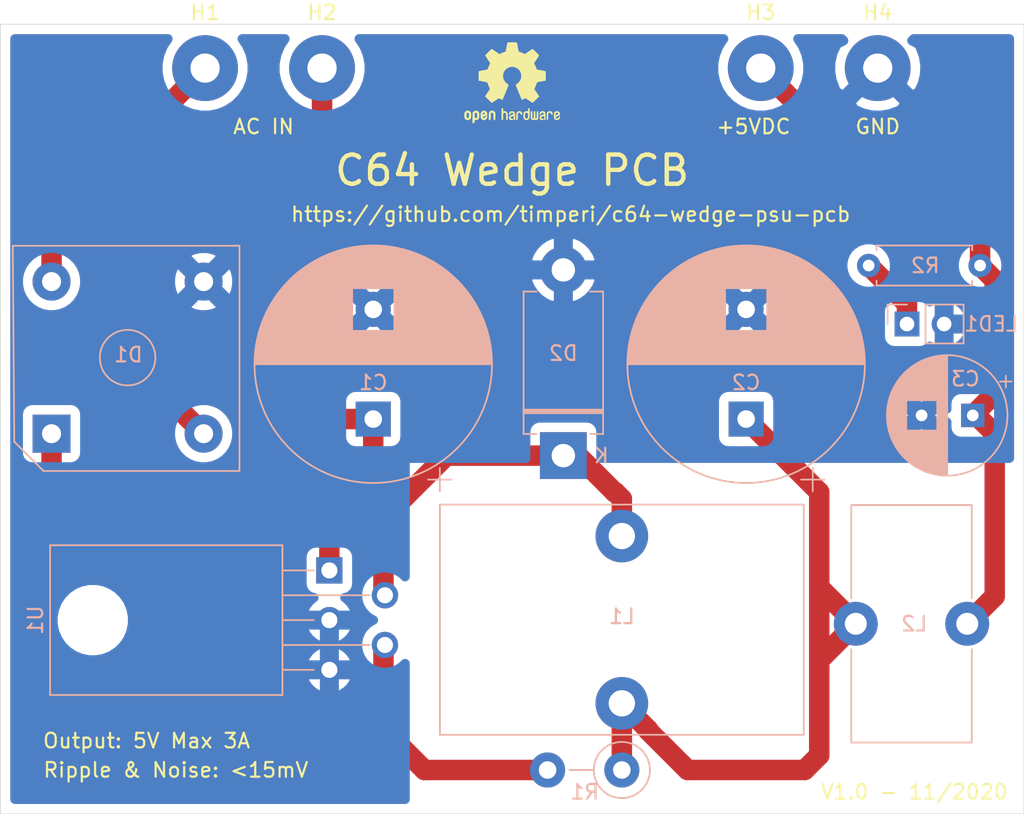
<source format=kicad_pcb>
(kicad_pcb (version 20171130) (host pcbnew "(5.1.5)-3")

  (general
    (thickness 1.6)
    (drawings 12)
    (tracks 56)
    (zones 0)
    (modules 16)
    (nets 10)
  )

  (page A4)
  (layers
    (0 F.Cu signal)
    (31 B.Cu signal)
    (32 B.Adhes user)
    (33 F.Adhes user)
    (34 B.Paste user)
    (35 F.Paste user)
    (36 B.SilkS user)
    (37 F.SilkS user)
    (38 B.Mask user)
    (39 F.Mask user)
    (40 Dwgs.User user)
    (41 Cmts.User user)
    (42 Eco1.User user)
    (43 Eco2.User user)
    (44 Edge.Cuts user)
    (45 Margin user)
    (46 B.CrtYd user)
    (47 F.CrtYd user)
    (48 B.Fab user)
    (49 F.Fab user)
  )

  (setup
    (last_trace_width 1.4)
    (user_trace_width 0.8)
    (user_trace_width 1)
    (trace_clearance 0.65)
    (zone_clearance 0.65)
    (zone_45_only no)
    (trace_min 0.2)
    (via_size 1)
    (via_drill 0.4)
    (via_min_size 0.4)
    (via_min_drill 0.3)
    (uvia_size 0.3)
    (uvia_drill 0.1)
    (uvias_allowed no)
    (uvia_min_size 0.2)
    (uvia_min_drill 0.1)
    (edge_width 0.05)
    (segment_width 0.2)
    (pcb_text_width 0.3)
    (pcb_text_size 1.5 1.5)
    (mod_edge_width 0.12)
    (mod_text_size 1 1)
    (mod_text_width 0.15)
    (pad_size 1.524 1.524)
    (pad_drill 0.762)
    (pad_to_mask_clearance 0.051)
    (solder_mask_min_width 0.25)
    (aux_axis_origin 0 0)
    (visible_elements 7FFDFFFF)
    (pcbplotparams
      (layerselection 0x010fc_ffffffff)
      (usegerberextensions false)
      (usegerberattributes false)
      (usegerberadvancedattributes false)
      (creategerberjobfile false)
      (excludeedgelayer true)
      (linewidth 0.100000)
      (plotframeref false)
      (viasonmask false)
      (mode 1)
      (useauxorigin false)
      (hpglpennumber 1)
      (hpglpenspeed 20)
      (hpglpendiameter 15.000000)
      (psnegative false)
      (psa4output false)
      (plotreference true)
      (plotvalue true)
      (plotinvisibletext false)
      (padsonsilk false)
      (subtractmaskfromsilk false)
      (outputformat 1)
      (mirror false)
      (drillshape 0)
      (scaleselection 1)
      (outputdirectory "gerber"))
  )

  (net 0 "")
  (net 1 "Net-(C1-Pad1)")
  (net 2 "Net-(C2-Pad1)")
  (net 3 "Net-(D1-Pad2)")
  (net 4 "Net-(D1-Pad4)")
  (net 5 "Net-(D2-Pad1)")
  (net 6 /GND)
  (net 7 /+5VDC)
  (net 8 "Net-(R1-Pad2)")
  (net 9 "Net-(LED1-Pad1)")

  (net_class Default "This is the default net class."
    (clearance 0.65)
    (trace_width 1.4)
    (via_dia 1)
    (via_drill 0.4)
    (uvia_dia 0.3)
    (uvia_drill 0.1)
    (add_net /+5VDC)
    (add_net /GND)
    (add_net "Net-(C1-Pad1)")
    (add_net "Net-(C2-Pad1)")
    (add_net "Net-(D1-Pad2)")
    (add_net "Net-(D1-Pad4)")
    (add_net "Net-(D2-Pad1)")
    (add_net "Net-(LED1-Pad1)")
    (add_net "Net-(R1-Pad2)")
  )

  (module Package_TO_SOT_THT:TO-220-5_P3.4x3.8mm_StaggerEven_Lead7.13mm_TabDown (layer B.Cu) (tedit 5AF05A31) (tstamp 5F851247)
    (at 112.5 97.35 270)
    (descr "TO-220-5, Horizontal, RM 1.7mm, Pentawatt, Multiwatt-5, staggered type-2, see http://www.analog.com/media/en/package-pcb-resources/package/pkg_pdf/ltc-legacy-to-220/to-220_5_05-08-1421.pdf?domain=www.linear.com, https://www.diodes.com/assets/Package-Files/TO220-5.pdf")
    (tags "TO-220-5 Horizontal RM 1.7mm Pentawatt Multiwatt-5 staggered type-2")
    (path /5F7E7F39)
    (fp_text reference U1 (at 3.4 20.1 90) (layer B.SilkS)
      (effects (font (size 1 1) (thickness 0.15)) (justify mirror))
    )
    (fp_text value LM2576T-5 (at 3.4 -5.7 90) (layer B.Fab)
      (effects (font (size 1 1) (thickness 0.15)) (justify mirror))
    )
    (fp_text user %R (at 3.4 20.1 90) (layer B.Fab)
      (effects (font (size 1 1) (thickness 0.15)) (justify mirror))
    )
    (fp_line (start 8.65 19.23) (end -1.85 19.23) (layer B.CrtYd) (width 0.05))
    (fp_line (start 8.65 -4.95) (end 8.65 19.23) (layer B.CrtYd) (width 0.05))
    (fp_line (start -1.85 -4.95) (end 8.65 -4.95) (layer B.CrtYd) (width 0.05))
    (fp_line (start -1.85 19.23) (end -1.85 -4.95) (layer B.CrtYd) (width 0.05))
    (fp_line (start 6.8 3.21) (end 6.8 1.066) (layer B.SilkS) (width 0.12))
    (fp_line (start 5.1 3.21) (end 5.1 -2.735) (layer B.SilkS) (width 0.12))
    (fp_line (start 3.4 3.21) (end 3.4 1.066) (layer B.SilkS) (width 0.12))
    (fp_line (start 1.7 3.21) (end 1.7 -2.735) (layer B.SilkS) (width 0.12))
    (fp_line (start 0 3.21) (end 0 1.05) (layer B.SilkS) (width 0.12))
    (fp_line (start 8.52 19.1) (end 8.52 3.21) (layer B.SilkS) (width 0.12))
    (fp_line (start -1.721 19.1) (end -1.721 3.21) (layer B.SilkS) (width 0.12))
    (fp_line (start -1.721 19.1) (end 8.52 19.1) (layer B.SilkS) (width 0.12))
    (fp_line (start -1.721 3.21) (end 8.52 3.21) (layer B.SilkS) (width 0.12))
    (fp_line (start 6.8 3.33) (end 6.8 0) (layer B.Fab) (width 0.1))
    (fp_line (start 5.1 3.33) (end 5.1 -3.8) (layer B.Fab) (width 0.1))
    (fp_line (start 3.4 3.33) (end 3.4 0) (layer B.Fab) (width 0.1))
    (fp_line (start 1.7 3.33) (end 1.7 -3.8) (layer B.Fab) (width 0.1))
    (fp_line (start 0 3.33) (end 0 0) (layer B.Fab) (width 0.1))
    (fp_line (start 8.4 3.33) (end -1.6 3.33) (layer B.Fab) (width 0.1))
    (fp_line (start 8.4 12.58) (end 8.4 3.33) (layer B.Fab) (width 0.1))
    (fp_line (start -1.6 12.58) (end 8.4 12.58) (layer B.Fab) (width 0.1))
    (fp_line (start -1.6 3.33) (end -1.6 12.58) (layer B.Fab) (width 0.1))
    (fp_line (start 8.4 12.58) (end -1.6 12.58) (layer B.Fab) (width 0.1))
    (fp_line (start 8.4 18.98) (end 8.4 12.58) (layer B.Fab) (width 0.1))
    (fp_line (start -1.6 18.98) (end 8.4 18.98) (layer B.Fab) (width 0.1))
    (fp_line (start -1.6 12.58) (end -1.6 18.98) (layer B.Fab) (width 0.1))
    (fp_circle (center 3.4 16.18) (end 5.25 16.18) (layer B.Fab) (width 0.1))
    (pad 5 thru_hole oval (at 6.8 0 270) (size 1.8 1.8) (drill 1.1) (layers *.Cu *.Mask)
      (net 6 /GND))
    (pad 4 thru_hole oval (at 5.1 -3.8 270) (size 1.8 1.8) (drill 1.1) (layers *.Cu *.Mask)
      (net 8 "Net-(R1-Pad2)"))
    (pad 3 thru_hole oval (at 3.4 0 270) (size 1.8 1.8) (drill 1.1) (layers *.Cu *.Mask)
      (net 6 /GND))
    (pad 2 thru_hole oval (at 1.7 -3.8 270) (size 1.8 1.8) (drill 1.1) (layers *.Cu *.Mask)
      (net 5 "Net-(D2-Pad1)"))
    (pad 1 thru_hole rect (at 0 0 270) (size 1.8 1.8) (drill 1.1) (layers *.Cu *.Mask)
      (net 1 "Net-(C1-Pad1)"))
    (pad "" np_thru_hole oval (at 3.4 16.18 270) (size 3.5 3.5) (drill 3.5) (layers *.Cu *.Mask))
    (model ${KISYS3DMOD}/Package_TO_SOT_THT.3dshapes/TO-220-5_P3.4x3.8mm_StaggerEven_Lead7.13mm_TabDown.wrl
      (at (xyz 0 0 0))
      (scale (xyz 1 1 1))
      (rotate (xyz 0 0 0))
    )
  )

  (module Resistor_THT:R_Axial_DIN0411_L9.9mm_D3.6mm_P5.08mm_Vertical (layer B.Cu) (tedit 5AE5139B) (tstamp 5F851022)
    (at 132.5 111 180)
    (descr "Resistor, Axial_DIN0411 series, Axial, Vertical, pin pitch=5.08mm, 1W, length*diameter=9.9*3.6mm^2")
    (tags "Resistor Axial_DIN0411 series Axial Vertical pin pitch 5.08mm 1W length 9.9mm diameter 3.6mm")
    (path /5F81F757)
    (fp_text reference R1 (at 2.54 -1.5) (layer B.SilkS)
      (effects (font (size 1 1) (thickness 0.15)) (justify mirror))
    )
    (fp_text value 200R (at 2.54 -2.92) (layer B.Fab)
      (effects (font (size 1 1) (thickness 0.15)) (justify mirror))
    )
    (fp_text user %R (at 2.54 2.92) (layer B.Fab)
      (effects (font (size 1 1) (thickness 0.15)) (justify mirror))
    )
    (fp_line (start 6.53 2.05) (end -2.05 2.05) (layer B.CrtYd) (width 0.05))
    (fp_line (start 6.53 -2.05) (end 6.53 2.05) (layer B.CrtYd) (width 0.05))
    (fp_line (start -2.05 -2.05) (end 6.53 -2.05) (layer B.CrtYd) (width 0.05))
    (fp_line (start -2.05 2.05) (end -2.05 -2.05) (layer B.CrtYd) (width 0.05))
    (fp_line (start 1.92 0) (end 3.58 0) (layer B.SilkS) (width 0.12))
    (fp_line (start 0 0) (end 5.08 0) (layer B.Fab) (width 0.1))
    (fp_circle (center 0 0) (end 1.92 0) (layer B.SilkS) (width 0.12))
    (fp_circle (center 0 0) (end 1.8 0) (layer B.Fab) (width 0.1))
    (pad 2 thru_hole oval (at 5.08 0 180) (size 2.4 2.4) (drill 1.2) (layers *.Cu *.Mask)
      (net 8 "Net-(R1-Pad2)"))
    (pad 1 thru_hole circle (at 0 0 180) (size 2.4 2.4) (drill 1.2) (layers *.Cu *.Mask)
      (net 2 "Net-(C2-Pad1)"))
    (model ${KISYS3DMOD}/Resistor_THT.3dshapes/R_Axial_DIN0411_L9.9mm_D3.6mm_P5.08mm_Vertical.wrl
      (at (xyz 0 0 0))
      (scale (xyz 1 1 1))
      (rotate (xyz 0 0 0))
    )
  )

  (module Capacitor_THT:CP_Radial_D16.0mm_P7.50mm (layer B.Cu) (tedit 5AE50EF1) (tstamp 5F85159F)
    (at 141 87 90)
    (descr "CP, Radial series, Radial, pin pitch=7.50mm, , diameter=16mm, Electrolytic Capacitor")
    (tags "CP Radial series Radial pin pitch 7.50mm  diameter 16mm Electrolytic Capacitor")
    (path /5F7ED9FD)
    (fp_text reference C2 (at 2.5 0 180) (layer B.SilkS)
      (effects (font (size 1 1) (thickness 0.15)) (justify mirror))
    )
    (fp_text value 2200uF (at 3.75 -9.25 90) (layer B.Fab)
      (effects (font (size 1 1) (thickness 0.15)) (justify mirror))
    )
    (fp_text user %R (at 3.75 0 90) (layer B.Fab)
      (effects (font (size 1 1) (thickness 0.15)) (justify mirror))
    )
    (fp_line (start -4.139491 5.355) (end -4.139491 3.755) (layer B.SilkS) (width 0.12))
    (fp_line (start -4.939491 4.555) (end -3.339491 4.555) (layer B.SilkS) (width 0.12))
    (fp_line (start 11.831 0.765) (end 11.831 -0.765) (layer B.SilkS) (width 0.12))
    (fp_line (start 11.791 1.098) (end 11.791 -1.098) (layer B.SilkS) (width 0.12))
    (fp_line (start 11.751 1.351) (end 11.751 -1.351) (layer B.SilkS) (width 0.12))
    (fp_line (start 11.711 1.564) (end 11.711 -1.564) (layer B.SilkS) (width 0.12))
    (fp_line (start 11.671 1.752) (end 11.671 -1.752) (layer B.SilkS) (width 0.12))
    (fp_line (start 11.631 1.92) (end 11.631 -1.92) (layer B.SilkS) (width 0.12))
    (fp_line (start 11.591 2.074) (end 11.591 -2.074) (layer B.SilkS) (width 0.12))
    (fp_line (start 11.551 2.218) (end 11.551 -2.218) (layer B.SilkS) (width 0.12))
    (fp_line (start 11.511 2.351) (end 11.511 -2.351) (layer B.SilkS) (width 0.12))
    (fp_line (start 11.471 2.478) (end 11.471 -2.478) (layer B.SilkS) (width 0.12))
    (fp_line (start 11.431 2.597) (end 11.431 -2.597) (layer B.SilkS) (width 0.12))
    (fp_line (start 11.391 2.711) (end 11.391 -2.711) (layer B.SilkS) (width 0.12))
    (fp_line (start 11.351 2.82) (end 11.351 -2.82) (layer B.SilkS) (width 0.12))
    (fp_line (start 11.311 2.924) (end 11.311 -2.924) (layer B.SilkS) (width 0.12))
    (fp_line (start 11.271 3.024) (end 11.271 -3.024) (layer B.SilkS) (width 0.12))
    (fp_line (start 11.231 3.12) (end 11.231 -3.12) (layer B.SilkS) (width 0.12))
    (fp_line (start 11.191 3.213) (end 11.191 -3.213) (layer B.SilkS) (width 0.12))
    (fp_line (start 11.151 3.303) (end 11.151 -3.303) (layer B.SilkS) (width 0.12))
    (fp_line (start 11.111 3.39) (end 11.111 -3.39) (layer B.SilkS) (width 0.12))
    (fp_line (start 11.071 3.475) (end 11.071 -3.475) (layer B.SilkS) (width 0.12))
    (fp_line (start 11.031 3.557) (end 11.031 -3.557) (layer B.SilkS) (width 0.12))
    (fp_line (start 10.991 3.637) (end 10.991 -3.637) (layer B.SilkS) (width 0.12))
    (fp_line (start 10.951 3.715) (end 10.951 -3.715) (layer B.SilkS) (width 0.12))
    (fp_line (start 10.911 3.79) (end 10.911 -3.79) (layer B.SilkS) (width 0.12))
    (fp_line (start 10.871 3.864) (end 10.871 -3.864) (layer B.SilkS) (width 0.12))
    (fp_line (start 10.831 3.936) (end 10.831 -3.936) (layer B.SilkS) (width 0.12))
    (fp_line (start 10.791 4.007) (end 10.791 -4.007) (layer B.SilkS) (width 0.12))
    (fp_line (start 10.751 4.076) (end 10.751 -4.076) (layer B.SilkS) (width 0.12))
    (fp_line (start 10.711 4.143) (end 10.711 -4.143) (layer B.SilkS) (width 0.12))
    (fp_line (start 10.671 4.209) (end 10.671 -4.209) (layer B.SilkS) (width 0.12))
    (fp_line (start 10.631 4.273) (end 10.631 -4.273) (layer B.SilkS) (width 0.12))
    (fp_line (start 10.591 4.336) (end 10.591 -4.336) (layer B.SilkS) (width 0.12))
    (fp_line (start 10.551 4.398) (end 10.551 -4.398) (layer B.SilkS) (width 0.12))
    (fp_line (start 10.511 4.459) (end 10.511 -4.459) (layer B.SilkS) (width 0.12))
    (fp_line (start 10.471 4.519) (end 10.471 -4.519) (layer B.SilkS) (width 0.12))
    (fp_line (start 10.431 4.577) (end 10.431 -4.577) (layer B.SilkS) (width 0.12))
    (fp_line (start 10.391 4.634) (end 10.391 -4.634) (layer B.SilkS) (width 0.12))
    (fp_line (start 10.351 4.691) (end 10.351 -4.691) (layer B.SilkS) (width 0.12))
    (fp_line (start 10.311 4.746) (end 10.311 -4.746) (layer B.SilkS) (width 0.12))
    (fp_line (start 10.271 4.8) (end 10.271 -4.8) (layer B.SilkS) (width 0.12))
    (fp_line (start 10.231 4.854) (end 10.231 -4.854) (layer B.SilkS) (width 0.12))
    (fp_line (start 10.191 4.906) (end 10.191 -4.906) (layer B.SilkS) (width 0.12))
    (fp_line (start 10.151 4.958) (end 10.151 -4.958) (layer B.SilkS) (width 0.12))
    (fp_line (start 10.111 5.009) (end 10.111 -5.009) (layer B.SilkS) (width 0.12))
    (fp_line (start 10.071 5.059) (end 10.071 -5.059) (layer B.SilkS) (width 0.12))
    (fp_line (start 10.031 5.108) (end 10.031 -5.108) (layer B.SilkS) (width 0.12))
    (fp_line (start 9.991 5.156) (end 9.991 -5.156) (layer B.SilkS) (width 0.12))
    (fp_line (start 9.951 5.204) (end 9.951 -5.204) (layer B.SilkS) (width 0.12))
    (fp_line (start 9.911 5.251) (end 9.911 -5.251) (layer B.SilkS) (width 0.12))
    (fp_line (start 9.871 5.297) (end 9.871 -5.297) (layer B.SilkS) (width 0.12))
    (fp_line (start 9.831 5.343) (end 9.831 -5.343) (layer B.SilkS) (width 0.12))
    (fp_line (start 9.791 5.388) (end 9.791 -5.388) (layer B.SilkS) (width 0.12))
    (fp_line (start 9.751 5.432) (end 9.751 -5.432) (layer B.SilkS) (width 0.12))
    (fp_line (start 9.711 5.475) (end 9.711 -5.475) (layer B.SilkS) (width 0.12))
    (fp_line (start 9.671 5.518) (end 9.671 -5.518) (layer B.SilkS) (width 0.12))
    (fp_line (start 9.631 5.56) (end 9.631 -5.56) (layer B.SilkS) (width 0.12))
    (fp_line (start 9.591 5.602) (end 9.591 -5.602) (layer B.SilkS) (width 0.12))
    (fp_line (start 9.551 5.643) (end 9.551 -5.643) (layer B.SilkS) (width 0.12))
    (fp_line (start 9.511 5.684) (end 9.511 -5.684) (layer B.SilkS) (width 0.12))
    (fp_line (start 9.471 5.724) (end 9.471 -5.724) (layer B.SilkS) (width 0.12))
    (fp_line (start 9.431 5.763) (end 9.431 -5.763) (layer B.SilkS) (width 0.12))
    (fp_line (start 9.391 5.802) (end 9.391 -5.802) (layer B.SilkS) (width 0.12))
    (fp_line (start 9.351 5.84) (end 9.351 -5.84) (layer B.SilkS) (width 0.12))
    (fp_line (start 9.311 5.878) (end 9.311 -5.878) (layer B.SilkS) (width 0.12))
    (fp_line (start 9.271 5.916) (end 9.271 -5.916) (layer B.SilkS) (width 0.12))
    (fp_line (start 9.231 5.952) (end 9.231 -5.952) (layer B.SilkS) (width 0.12))
    (fp_line (start 9.191 5.989) (end 9.191 -5.989) (layer B.SilkS) (width 0.12))
    (fp_line (start 9.151 6.025) (end 9.151 -6.025) (layer B.SilkS) (width 0.12))
    (fp_line (start 9.111 6.06) (end 9.111 -6.06) (layer B.SilkS) (width 0.12))
    (fp_line (start 9.071 6.095) (end 9.071 -6.095) (layer B.SilkS) (width 0.12))
    (fp_line (start 9.031 6.129) (end 9.031 -6.129) (layer B.SilkS) (width 0.12))
    (fp_line (start 8.991 6.163) (end 8.991 -6.163) (layer B.SilkS) (width 0.12))
    (fp_line (start 8.951 6.197) (end 8.951 -6.197) (layer B.SilkS) (width 0.12))
    (fp_line (start 8.911 -1.44) (end 8.911 -6.23) (layer B.SilkS) (width 0.12))
    (fp_line (start 8.911 6.23) (end 8.911 1.44) (layer B.SilkS) (width 0.12))
    (fp_line (start 8.871 -1.44) (end 8.871 -6.263) (layer B.SilkS) (width 0.12))
    (fp_line (start 8.871 6.263) (end 8.871 1.44) (layer B.SilkS) (width 0.12))
    (fp_line (start 8.831 -1.44) (end 8.831 -6.295) (layer B.SilkS) (width 0.12))
    (fp_line (start 8.831 6.295) (end 8.831 1.44) (layer B.SilkS) (width 0.12))
    (fp_line (start 8.791 -1.44) (end 8.791 -6.327) (layer B.SilkS) (width 0.12))
    (fp_line (start 8.791 6.327) (end 8.791 1.44) (layer B.SilkS) (width 0.12))
    (fp_line (start 8.751 -1.44) (end 8.751 -6.358) (layer B.SilkS) (width 0.12))
    (fp_line (start 8.751 6.358) (end 8.751 1.44) (layer B.SilkS) (width 0.12))
    (fp_line (start 8.711 -1.44) (end 8.711 -6.39) (layer B.SilkS) (width 0.12))
    (fp_line (start 8.711 6.39) (end 8.711 1.44) (layer B.SilkS) (width 0.12))
    (fp_line (start 8.671 -1.44) (end 8.671 -6.42) (layer B.SilkS) (width 0.12))
    (fp_line (start 8.671 6.42) (end 8.671 1.44) (layer B.SilkS) (width 0.12))
    (fp_line (start 8.631 -1.44) (end 8.631 -6.45) (layer B.SilkS) (width 0.12))
    (fp_line (start 8.631 6.45) (end 8.631 1.44) (layer B.SilkS) (width 0.12))
    (fp_line (start 8.591 -1.44) (end 8.591 -6.48) (layer B.SilkS) (width 0.12))
    (fp_line (start 8.591 6.48) (end 8.591 1.44) (layer B.SilkS) (width 0.12))
    (fp_line (start 8.551 -1.44) (end 8.551 -6.51) (layer B.SilkS) (width 0.12))
    (fp_line (start 8.551 6.51) (end 8.551 1.44) (layer B.SilkS) (width 0.12))
    (fp_line (start 8.511 -1.44) (end 8.511 -6.539) (layer B.SilkS) (width 0.12))
    (fp_line (start 8.511 6.539) (end 8.511 1.44) (layer B.SilkS) (width 0.12))
    (fp_line (start 8.471 -1.44) (end 8.471 -6.568) (layer B.SilkS) (width 0.12))
    (fp_line (start 8.471 6.568) (end 8.471 1.44) (layer B.SilkS) (width 0.12))
    (fp_line (start 8.431 -1.44) (end 8.431 -6.596) (layer B.SilkS) (width 0.12))
    (fp_line (start 8.431 6.596) (end 8.431 1.44) (layer B.SilkS) (width 0.12))
    (fp_line (start 8.391 -1.44) (end 8.391 -6.624) (layer B.SilkS) (width 0.12))
    (fp_line (start 8.391 6.624) (end 8.391 1.44) (layer B.SilkS) (width 0.12))
    (fp_line (start 8.351 -1.44) (end 8.351 -6.652) (layer B.SilkS) (width 0.12))
    (fp_line (start 8.351 6.652) (end 8.351 1.44) (layer B.SilkS) (width 0.12))
    (fp_line (start 8.311 -1.44) (end 8.311 -6.679) (layer B.SilkS) (width 0.12))
    (fp_line (start 8.311 6.679) (end 8.311 1.44) (layer B.SilkS) (width 0.12))
    (fp_line (start 8.271 -1.44) (end 8.271 -6.706) (layer B.SilkS) (width 0.12))
    (fp_line (start 8.271 6.706) (end 8.271 1.44) (layer B.SilkS) (width 0.12))
    (fp_line (start 8.231 -1.44) (end 8.231 -6.733) (layer B.SilkS) (width 0.12))
    (fp_line (start 8.231 6.733) (end 8.231 1.44) (layer B.SilkS) (width 0.12))
    (fp_line (start 8.191 -1.44) (end 8.191 -6.759) (layer B.SilkS) (width 0.12))
    (fp_line (start 8.191 6.759) (end 8.191 1.44) (layer B.SilkS) (width 0.12))
    (fp_line (start 8.151 -1.44) (end 8.151 -6.785) (layer B.SilkS) (width 0.12))
    (fp_line (start 8.151 6.785) (end 8.151 1.44) (layer B.SilkS) (width 0.12))
    (fp_line (start 8.111 -1.44) (end 8.111 -6.811) (layer B.SilkS) (width 0.12))
    (fp_line (start 8.111 6.811) (end 8.111 1.44) (layer B.SilkS) (width 0.12))
    (fp_line (start 8.071 -1.44) (end 8.071 -6.836) (layer B.SilkS) (width 0.12))
    (fp_line (start 8.071 6.836) (end 8.071 1.44) (layer B.SilkS) (width 0.12))
    (fp_line (start 8.031 -1.44) (end 8.031 -6.861) (layer B.SilkS) (width 0.12))
    (fp_line (start 8.031 6.861) (end 8.031 1.44) (layer B.SilkS) (width 0.12))
    (fp_line (start 7.991 -1.44) (end 7.991 -6.886) (layer B.SilkS) (width 0.12))
    (fp_line (start 7.991 6.886) (end 7.991 1.44) (layer B.SilkS) (width 0.12))
    (fp_line (start 7.951 -1.44) (end 7.951 -6.91) (layer B.SilkS) (width 0.12))
    (fp_line (start 7.951 6.91) (end 7.951 1.44) (layer B.SilkS) (width 0.12))
    (fp_line (start 7.911 -1.44) (end 7.911 -6.934) (layer B.SilkS) (width 0.12))
    (fp_line (start 7.911 6.934) (end 7.911 1.44) (layer B.SilkS) (width 0.12))
    (fp_line (start 7.871 -1.44) (end 7.871 -6.958) (layer B.SilkS) (width 0.12))
    (fp_line (start 7.871 6.958) (end 7.871 1.44) (layer B.SilkS) (width 0.12))
    (fp_line (start 7.831 -1.44) (end 7.831 -6.981) (layer B.SilkS) (width 0.12))
    (fp_line (start 7.831 6.981) (end 7.831 1.44) (layer B.SilkS) (width 0.12))
    (fp_line (start 7.791 -1.44) (end 7.791 -7.004) (layer B.SilkS) (width 0.12))
    (fp_line (start 7.791 7.004) (end 7.791 1.44) (layer B.SilkS) (width 0.12))
    (fp_line (start 7.751 -1.44) (end 7.751 -7.027) (layer B.SilkS) (width 0.12))
    (fp_line (start 7.751 7.027) (end 7.751 1.44) (layer B.SilkS) (width 0.12))
    (fp_line (start 7.711 -1.44) (end 7.711 -7.049) (layer B.SilkS) (width 0.12))
    (fp_line (start 7.711 7.049) (end 7.711 1.44) (layer B.SilkS) (width 0.12))
    (fp_line (start 7.671 -1.44) (end 7.671 -7.072) (layer B.SilkS) (width 0.12))
    (fp_line (start 7.671 7.072) (end 7.671 1.44) (layer B.SilkS) (width 0.12))
    (fp_line (start 7.631 -1.44) (end 7.631 -7.094) (layer B.SilkS) (width 0.12))
    (fp_line (start 7.631 7.094) (end 7.631 1.44) (layer B.SilkS) (width 0.12))
    (fp_line (start 7.591 -1.44) (end 7.591 -7.115) (layer B.SilkS) (width 0.12))
    (fp_line (start 7.591 7.115) (end 7.591 1.44) (layer B.SilkS) (width 0.12))
    (fp_line (start 7.551 -1.44) (end 7.551 -7.136) (layer B.SilkS) (width 0.12))
    (fp_line (start 7.551 7.136) (end 7.551 1.44) (layer B.SilkS) (width 0.12))
    (fp_line (start 7.511 -1.44) (end 7.511 -7.157) (layer B.SilkS) (width 0.12))
    (fp_line (start 7.511 7.157) (end 7.511 1.44) (layer B.SilkS) (width 0.12))
    (fp_line (start 7.471 -1.44) (end 7.471 -7.178) (layer B.SilkS) (width 0.12))
    (fp_line (start 7.471 7.178) (end 7.471 1.44) (layer B.SilkS) (width 0.12))
    (fp_line (start 7.431 -1.44) (end 7.431 -7.199) (layer B.SilkS) (width 0.12))
    (fp_line (start 7.431 7.199) (end 7.431 1.44) (layer B.SilkS) (width 0.12))
    (fp_line (start 7.391 -1.44) (end 7.391 -7.219) (layer B.SilkS) (width 0.12))
    (fp_line (start 7.391 7.219) (end 7.391 1.44) (layer B.SilkS) (width 0.12))
    (fp_line (start 7.351 -1.44) (end 7.351 -7.239) (layer B.SilkS) (width 0.12))
    (fp_line (start 7.351 7.239) (end 7.351 1.44) (layer B.SilkS) (width 0.12))
    (fp_line (start 7.311 -1.44) (end 7.311 -7.258) (layer B.SilkS) (width 0.12))
    (fp_line (start 7.311 7.258) (end 7.311 1.44) (layer B.SilkS) (width 0.12))
    (fp_line (start 7.271 -1.44) (end 7.271 -7.278) (layer B.SilkS) (width 0.12))
    (fp_line (start 7.271 7.278) (end 7.271 1.44) (layer B.SilkS) (width 0.12))
    (fp_line (start 7.231 -1.44) (end 7.231 -7.297) (layer B.SilkS) (width 0.12))
    (fp_line (start 7.231 7.297) (end 7.231 1.44) (layer B.SilkS) (width 0.12))
    (fp_line (start 7.191 -1.44) (end 7.191 -7.316) (layer B.SilkS) (width 0.12))
    (fp_line (start 7.191 7.316) (end 7.191 1.44) (layer B.SilkS) (width 0.12))
    (fp_line (start 7.151 -1.44) (end 7.151 -7.334) (layer B.SilkS) (width 0.12))
    (fp_line (start 7.151 7.334) (end 7.151 1.44) (layer B.SilkS) (width 0.12))
    (fp_line (start 7.111 -1.44) (end 7.111 -7.353) (layer B.SilkS) (width 0.12))
    (fp_line (start 7.111 7.353) (end 7.111 1.44) (layer B.SilkS) (width 0.12))
    (fp_line (start 7.071 -1.44) (end 7.071 -7.371) (layer B.SilkS) (width 0.12))
    (fp_line (start 7.071 7.371) (end 7.071 1.44) (layer B.SilkS) (width 0.12))
    (fp_line (start 7.031 -1.44) (end 7.031 -7.389) (layer B.SilkS) (width 0.12))
    (fp_line (start 7.031 7.389) (end 7.031 1.44) (layer B.SilkS) (width 0.12))
    (fp_line (start 6.991 -1.44) (end 6.991 -7.406) (layer B.SilkS) (width 0.12))
    (fp_line (start 6.991 7.406) (end 6.991 1.44) (layer B.SilkS) (width 0.12))
    (fp_line (start 6.951 -1.44) (end 6.951 -7.423) (layer B.SilkS) (width 0.12))
    (fp_line (start 6.951 7.423) (end 6.951 1.44) (layer B.SilkS) (width 0.12))
    (fp_line (start 6.911 -1.44) (end 6.911 -7.44) (layer B.SilkS) (width 0.12))
    (fp_line (start 6.911 7.44) (end 6.911 1.44) (layer B.SilkS) (width 0.12))
    (fp_line (start 6.871 -1.44) (end 6.871 -7.457) (layer B.SilkS) (width 0.12))
    (fp_line (start 6.871 7.457) (end 6.871 1.44) (layer B.SilkS) (width 0.12))
    (fp_line (start 6.831 -1.44) (end 6.831 -7.474) (layer B.SilkS) (width 0.12))
    (fp_line (start 6.831 7.474) (end 6.831 1.44) (layer B.SilkS) (width 0.12))
    (fp_line (start 6.791 -1.44) (end 6.791 -7.49) (layer B.SilkS) (width 0.12))
    (fp_line (start 6.791 7.49) (end 6.791 1.44) (layer B.SilkS) (width 0.12))
    (fp_line (start 6.751 -1.44) (end 6.751 -7.506) (layer B.SilkS) (width 0.12))
    (fp_line (start 6.751 7.506) (end 6.751 1.44) (layer B.SilkS) (width 0.12))
    (fp_line (start 6.711 -1.44) (end 6.711 -7.522) (layer B.SilkS) (width 0.12))
    (fp_line (start 6.711 7.522) (end 6.711 1.44) (layer B.SilkS) (width 0.12))
    (fp_line (start 6.671 -1.44) (end 6.671 -7.537) (layer B.SilkS) (width 0.12))
    (fp_line (start 6.671 7.537) (end 6.671 1.44) (layer B.SilkS) (width 0.12))
    (fp_line (start 6.631 -1.44) (end 6.631 -7.553) (layer B.SilkS) (width 0.12))
    (fp_line (start 6.631 7.553) (end 6.631 1.44) (layer B.SilkS) (width 0.12))
    (fp_line (start 6.591 -1.44) (end 6.591 -7.568) (layer B.SilkS) (width 0.12))
    (fp_line (start 6.591 7.568) (end 6.591 1.44) (layer B.SilkS) (width 0.12))
    (fp_line (start 6.551 -1.44) (end 6.551 -7.582) (layer B.SilkS) (width 0.12))
    (fp_line (start 6.551 7.582) (end 6.551 1.44) (layer B.SilkS) (width 0.12))
    (fp_line (start 6.511 -1.44) (end 6.511 -7.597) (layer B.SilkS) (width 0.12))
    (fp_line (start 6.511 7.597) (end 6.511 1.44) (layer B.SilkS) (width 0.12))
    (fp_line (start 6.471 -1.44) (end 6.471 -7.611) (layer B.SilkS) (width 0.12))
    (fp_line (start 6.471 7.611) (end 6.471 1.44) (layer B.SilkS) (width 0.12))
    (fp_line (start 6.431 -1.44) (end 6.431 -7.625) (layer B.SilkS) (width 0.12))
    (fp_line (start 6.431 7.625) (end 6.431 1.44) (layer B.SilkS) (width 0.12))
    (fp_line (start 6.391 -1.44) (end 6.391 -7.639) (layer B.SilkS) (width 0.12))
    (fp_line (start 6.391 7.639) (end 6.391 1.44) (layer B.SilkS) (width 0.12))
    (fp_line (start 6.351 -1.44) (end 6.351 -7.653) (layer B.SilkS) (width 0.12))
    (fp_line (start 6.351 7.653) (end 6.351 1.44) (layer B.SilkS) (width 0.12))
    (fp_line (start 6.311 -1.44) (end 6.311 -7.666) (layer B.SilkS) (width 0.12))
    (fp_line (start 6.311 7.666) (end 6.311 1.44) (layer B.SilkS) (width 0.12))
    (fp_line (start 6.271 -1.44) (end 6.271 -7.68) (layer B.SilkS) (width 0.12))
    (fp_line (start 6.271 7.68) (end 6.271 1.44) (layer B.SilkS) (width 0.12))
    (fp_line (start 6.231 -1.44) (end 6.231 -7.693) (layer B.SilkS) (width 0.12))
    (fp_line (start 6.231 7.693) (end 6.231 1.44) (layer B.SilkS) (width 0.12))
    (fp_line (start 6.191 -1.44) (end 6.191 -7.705) (layer B.SilkS) (width 0.12))
    (fp_line (start 6.191 7.705) (end 6.191 1.44) (layer B.SilkS) (width 0.12))
    (fp_line (start 6.151 -1.44) (end 6.151 -7.718) (layer B.SilkS) (width 0.12))
    (fp_line (start 6.151 7.718) (end 6.151 1.44) (layer B.SilkS) (width 0.12))
    (fp_line (start 6.111 -1.44) (end 6.111 -7.73) (layer B.SilkS) (width 0.12))
    (fp_line (start 6.111 7.73) (end 6.111 1.44) (layer B.SilkS) (width 0.12))
    (fp_line (start 6.071 -1.44) (end 6.071 -7.742) (layer B.SilkS) (width 0.12))
    (fp_line (start 6.071 7.742) (end 6.071 1.44) (layer B.SilkS) (width 0.12))
    (fp_line (start 6.031 7.754) (end 6.031 -7.754) (layer B.SilkS) (width 0.12))
    (fp_line (start 5.991 7.765) (end 5.991 -7.765) (layer B.SilkS) (width 0.12))
    (fp_line (start 5.951 7.777) (end 5.951 -7.777) (layer B.SilkS) (width 0.12))
    (fp_line (start 5.911 7.788) (end 5.911 -7.788) (layer B.SilkS) (width 0.12))
    (fp_line (start 5.871 7.799) (end 5.871 -7.799) (layer B.SilkS) (width 0.12))
    (fp_line (start 5.831 7.81) (end 5.831 -7.81) (layer B.SilkS) (width 0.12))
    (fp_line (start 5.791 7.82) (end 5.791 -7.82) (layer B.SilkS) (width 0.12))
    (fp_line (start 5.751 7.83) (end 5.751 -7.83) (layer B.SilkS) (width 0.12))
    (fp_line (start 5.711 7.84) (end 5.711 -7.84) (layer B.SilkS) (width 0.12))
    (fp_line (start 5.671 7.85) (end 5.671 -7.85) (layer B.SilkS) (width 0.12))
    (fp_line (start 5.631 7.86) (end 5.631 -7.86) (layer B.SilkS) (width 0.12))
    (fp_line (start 5.591 7.869) (end 5.591 -7.869) (layer B.SilkS) (width 0.12))
    (fp_line (start 5.551 7.878) (end 5.551 -7.878) (layer B.SilkS) (width 0.12))
    (fp_line (start 5.511 7.887) (end 5.511 -7.887) (layer B.SilkS) (width 0.12))
    (fp_line (start 5.471 7.896) (end 5.471 -7.896) (layer B.SilkS) (width 0.12))
    (fp_line (start 5.431 7.905) (end 5.431 -7.905) (layer B.SilkS) (width 0.12))
    (fp_line (start 5.391 7.913) (end 5.391 -7.913) (layer B.SilkS) (width 0.12))
    (fp_line (start 5.351 7.921) (end 5.351 -7.921) (layer B.SilkS) (width 0.12))
    (fp_line (start 5.311 7.929) (end 5.311 -7.929) (layer B.SilkS) (width 0.12))
    (fp_line (start 5.271 7.937) (end 5.271 -7.937) (layer B.SilkS) (width 0.12))
    (fp_line (start 5.231 7.944) (end 5.231 -7.944) (layer B.SilkS) (width 0.12))
    (fp_line (start 5.191 7.952) (end 5.191 -7.952) (layer B.SilkS) (width 0.12))
    (fp_line (start 5.151 7.959) (end 5.151 -7.959) (layer B.SilkS) (width 0.12))
    (fp_line (start 5.111 7.966) (end 5.111 -7.966) (layer B.SilkS) (width 0.12))
    (fp_line (start 5.071 7.972) (end 5.071 -7.972) (layer B.SilkS) (width 0.12))
    (fp_line (start 5.031 7.979) (end 5.031 -7.979) (layer B.SilkS) (width 0.12))
    (fp_line (start 4.991 7.985) (end 4.991 -7.985) (layer B.SilkS) (width 0.12))
    (fp_line (start 4.951 7.991) (end 4.951 -7.991) (layer B.SilkS) (width 0.12))
    (fp_line (start 4.911 7.997) (end 4.911 -7.997) (layer B.SilkS) (width 0.12))
    (fp_line (start 4.871 8.003) (end 4.871 -8.003) (layer B.SilkS) (width 0.12))
    (fp_line (start 4.831 8.008) (end 4.831 -8.008) (layer B.SilkS) (width 0.12))
    (fp_line (start 4.791 8.014) (end 4.791 -8.014) (layer B.SilkS) (width 0.12))
    (fp_line (start 4.751 8.019) (end 4.751 -8.019) (layer B.SilkS) (width 0.12))
    (fp_line (start 4.711 8.024) (end 4.711 -8.024) (layer B.SilkS) (width 0.12))
    (fp_line (start 4.671 8.028) (end 4.671 -8.028) (layer B.SilkS) (width 0.12))
    (fp_line (start 4.631 8.033) (end 4.631 -8.033) (layer B.SilkS) (width 0.12))
    (fp_line (start 4.591 8.037) (end 4.591 -8.037) (layer B.SilkS) (width 0.12))
    (fp_line (start 4.551 8.041) (end 4.551 -8.041) (layer B.SilkS) (width 0.12))
    (fp_line (start 4.511 8.045) (end 4.511 -8.045) (layer B.SilkS) (width 0.12))
    (fp_line (start 4.471 8.049) (end 4.471 -8.049) (layer B.SilkS) (width 0.12))
    (fp_line (start 4.43 8.052) (end 4.43 -8.052) (layer B.SilkS) (width 0.12))
    (fp_line (start 4.39 8.055) (end 4.39 -8.055) (layer B.SilkS) (width 0.12))
    (fp_line (start 4.35 8.058) (end 4.35 -8.058) (layer B.SilkS) (width 0.12))
    (fp_line (start 4.31 8.061) (end 4.31 -8.061) (layer B.SilkS) (width 0.12))
    (fp_line (start 4.27 8.064) (end 4.27 -8.064) (layer B.SilkS) (width 0.12))
    (fp_line (start 4.23 8.066) (end 4.23 -8.066) (layer B.SilkS) (width 0.12))
    (fp_line (start 4.19 8.069) (end 4.19 -8.069) (layer B.SilkS) (width 0.12))
    (fp_line (start 4.15 8.071) (end 4.15 -8.071) (layer B.SilkS) (width 0.12))
    (fp_line (start 4.11 8.073) (end 4.11 -8.073) (layer B.SilkS) (width 0.12))
    (fp_line (start 4.07 8.074) (end 4.07 -8.074) (layer B.SilkS) (width 0.12))
    (fp_line (start 4.03 8.076) (end 4.03 -8.076) (layer B.SilkS) (width 0.12))
    (fp_line (start 3.99 8.077) (end 3.99 -8.077) (layer B.SilkS) (width 0.12))
    (fp_line (start 3.95 8.078) (end 3.95 -8.078) (layer B.SilkS) (width 0.12))
    (fp_line (start 3.91 8.079) (end 3.91 -8.079) (layer B.SilkS) (width 0.12))
    (fp_line (start 3.87 8.08) (end 3.87 -8.08) (layer B.SilkS) (width 0.12))
    (fp_line (start 3.83 8.08) (end 3.83 -8.08) (layer B.SilkS) (width 0.12))
    (fp_line (start 3.79 8.08) (end 3.79 -8.08) (layer B.SilkS) (width 0.12))
    (fp_line (start 3.75 8.081) (end 3.75 -8.081) (layer B.SilkS) (width 0.12))
    (fp_line (start -2.325168 4.3075) (end -2.325168 2.7075) (layer B.Fab) (width 0.1))
    (fp_line (start -3.125168 3.5075) (end -1.525168 3.5075) (layer B.Fab) (width 0.1))
    (fp_circle (center 3.75 0) (end 12 0) (layer B.CrtYd) (width 0.05))
    (fp_circle (center 3.75 0) (end 11.87 0) (layer B.SilkS) (width 0.12))
    (fp_circle (center 3.75 0) (end 11.75 0) (layer B.Fab) (width 0.1))
    (pad 2 thru_hole circle (at 7.5 0 90) (size 2.4 2.4) (drill 1.2) (layers *.Cu *.Mask)
      (net 6 /GND))
    (pad 1 thru_hole rect (at 0 0 90) (size 2.4 2.4) (drill 1.2) (layers *.Cu *.Mask)
      (net 2 "Net-(C2-Pad1)"))
    (model ${KISYS3DMOD}/Capacitor_THT.3dshapes/CP_Radial_D16.0mm_P7.50mm.wrl
      (at (xyz 0 0 0))
      (scale (xyz 1 1 1))
      (rotate (xyz 0 0 0))
    )
  )

  (module Capacitor_THT:CP_Radial_D16.0mm_P7.50mm (layer B.Cu) (tedit 5AE50EF1) (tstamp 5F8510FC)
    (at 115.5 87 90)
    (descr "CP, Radial series, Radial, pin pitch=7.50mm, , diameter=16mm, Electrolytic Capacitor")
    (tags "CP Radial series Radial pin pitch 7.50mm  diameter 16mm Electrolytic Capacitor")
    (path /5F84DE16)
    (fp_text reference C1 (at 2.5 0 180) (layer B.SilkS)
      (effects (font (size 1 1) (thickness 0.15)) (justify mirror))
    )
    (fp_text value 4700uF (at 3.75 -9.25 90) (layer B.Fab)
      (effects (font (size 1 1) (thickness 0.15)) (justify mirror))
    )
    (fp_text user %R (at 3.75 0 90) (layer B.Fab)
      (effects (font (size 1 1) (thickness 0.15)) (justify mirror))
    )
    (fp_line (start -4.139491 5.355) (end -4.139491 3.755) (layer B.SilkS) (width 0.12))
    (fp_line (start -4.939491 4.555) (end -3.339491 4.555) (layer B.SilkS) (width 0.12))
    (fp_line (start 11.831 0.765) (end 11.831 -0.765) (layer B.SilkS) (width 0.12))
    (fp_line (start 11.791 1.098) (end 11.791 -1.098) (layer B.SilkS) (width 0.12))
    (fp_line (start 11.751 1.351) (end 11.751 -1.351) (layer B.SilkS) (width 0.12))
    (fp_line (start 11.711 1.564) (end 11.711 -1.564) (layer B.SilkS) (width 0.12))
    (fp_line (start 11.671 1.752) (end 11.671 -1.752) (layer B.SilkS) (width 0.12))
    (fp_line (start 11.631 1.92) (end 11.631 -1.92) (layer B.SilkS) (width 0.12))
    (fp_line (start 11.591 2.074) (end 11.591 -2.074) (layer B.SilkS) (width 0.12))
    (fp_line (start 11.551 2.218) (end 11.551 -2.218) (layer B.SilkS) (width 0.12))
    (fp_line (start 11.511 2.351) (end 11.511 -2.351) (layer B.SilkS) (width 0.12))
    (fp_line (start 11.471 2.478) (end 11.471 -2.478) (layer B.SilkS) (width 0.12))
    (fp_line (start 11.431 2.597) (end 11.431 -2.597) (layer B.SilkS) (width 0.12))
    (fp_line (start 11.391 2.711) (end 11.391 -2.711) (layer B.SilkS) (width 0.12))
    (fp_line (start 11.351 2.82) (end 11.351 -2.82) (layer B.SilkS) (width 0.12))
    (fp_line (start 11.311 2.924) (end 11.311 -2.924) (layer B.SilkS) (width 0.12))
    (fp_line (start 11.271 3.024) (end 11.271 -3.024) (layer B.SilkS) (width 0.12))
    (fp_line (start 11.231 3.12) (end 11.231 -3.12) (layer B.SilkS) (width 0.12))
    (fp_line (start 11.191 3.213) (end 11.191 -3.213) (layer B.SilkS) (width 0.12))
    (fp_line (start 11.151 3.303) (end 11.151 -3.303) (layer B.SilkS) (width 0.12))
    (fp_line (start 11.111 3.39) (end 11.111 -3.39) (layer B.SilkS) (width 0.12))
    (fp_line (start 11.071 3.475) (end 11.071 -3.475) (layer B.SilkS) (width 0.12))
    (fp_line (start 11.031 3.557) (end 11.031 -3.557) (layer B.SilkS) (width 0.12))
    (fp_line (start 10.991 3.637) (end 10.991 -3.637) (layer B.SilkS) (width 0.12))
    (fp_line (start 10.951 3.715) (end 10.951 -3.715) (layer B.SilkS) (width 0.12))
    (fp_line (start 10.911 3.79) (end 10.911 -3.79) (layer B.SilkS) (width 0.12))
    (fp_line (start 10.871 3.864) (end 10.871 -3.864) (layer B.SilkS) (width 0.12))
    (fp_line (start 10.831 3.936) (end 10.831 -3.936) (layer B.SilkS) (width 0.12))
    (fp_line (start 10.791 4.007) (end 10.791 -4.007) (layer B.SilkS) (width 0.12))
    (fp_line (start 10.751 4.076) (end 10.751 -4.076) (layer B.SilkS) (width 0.12))
    (fp_line (start 10.711 4.143) (end 10.711 -4.143) (layer B.SilkS) (width 0.12))
    (fp_line (start 10.671 4.209) (end 10.671 -4.209) (layer B.SilkS) (width 0.12))
    (fp_line (start 10.631 4.273) (end 10.631 -4.273) (layer B.SilkS) (width 0.12))
    (fp_line (start 10.591 4.336) (end 10.591 -4.336) (layer B.SilkS) (width 0.12))
    (fp_line (start 10.551 4.398) (end 10.551 -4.398) (layer B.SilkS) (width 0.12))
    (fp_line (start 10.511 4.459) (end 10.511 -4.459) (layer B.SilkS) (width 0.12))
    (fp_line (start 10.471 4.519) (end 10.471 -4.519) (layer B.SilkS) (width 0.12))
    (fp_line (start 10.431 4.577) (end 10.431 -4.577) (layer B.SilkS) (width 0.12))
    (fp_line (start 10.391 4.634) (end 10.391 -4.634) (layer B.SilkS) (width 0.12))
    (fp_line (start 10.351 4.691) (end 10.351 -4.691) (layer B.SilkS) (width 0.12))
    (fp_line (start 10.311 4.746) (end 10.311 -4.746) (layer B.SilkS) (width 0.12))
    (fp_line (start 10.271 4.8) (end 10.271 -4.8) (layer B.SilkS) (width 0.12))
    (fp_line (start 10.231 4.854) (end 10.231 -4.854) (layer B.SilkS) (width 0.12))
    (fp_line (start 10.191 4.906) (end 10.191 -4.906) (layer B.SilkS) (width 0.12))
    (fp_line (start 10.151 4.958) (end 10.151 -4.958) (layer B.SilkS) (width 0.12))
    (fp_line (start 10.111 5.009) (end 10.111 -5.009) (layer B.SilkS) (width 0.12))
    (fp_line (start 10.071 5.059) (end 10.071 -5.059) (layer B.SilkS) (width 0.12))
    (fp_line (start 10.031 5.108) (end 10.031 -5.108) (layer B.SilkS) (width 0.12))
    (fp_line (start 9.991 5.156) (end 9.991 -5.156) (layer B.SilkS) (width 0.12))
    (fp_line (start 9.951 5.204) (end 9.951 -5.204) (layer B.SilkS) (width 0.12))
    (fp_line (start 9.911 5.251) (end 9.911 -5.251) (layer B.SilkS) (width 0.12))
    (fp_line (start 9.871 5.297) (end 9.871 -5.297) (layer B.SilkS) (width 0.12))
    (fp_line (start 9.831 5.343) (end 9.831 -5.343) (layer B.SilkS) (width 0.12))
    (fp_line (start 9.791 5.388) (end 9.791 -5.388) (layer B.SilkS) (width 0.12))
    (fp_line (start 9.751 5.432) (end 9.751 -5.432) (layer B.SilkS) (width 0.12))
    (fp_line (start 9.711 5.475) (end 9.711 -5.475) (layer B.SilkS) (width 0.12))
    (fp_line (start 9.671 5.518) (end 9.671 -5.518) (layer B.SilkS) (width 0.12))
    (fp_line (start 9.631 5.56) (end 9.631 -5.56) (layer B.SilkS) (width 0.12))
    (fp_line (start 9.591 5.602) (end 9.591 -5.602) (layer B.SilkS) (width 0.12))
    (fp_line (start 9.551 5.643) (end 9.551 -5.643) (layer B.SilkS) (width 0.12))
    (fp_line (start 9.511 5.684) (end 9.511 -5.684) (layer B.SilkS) (width 0.12))
    (fp_line (start 9.471 5.724) (end 9.471 -5.724) (layer B.SilkS) (width 0.12))
    (fp_line (start 9.431 5.763) (end 9.431 -5.763) (layer B.SilkS) (width 0.12))
    (fp_line (start 9.391 5.802) (end 9.391 -5.802) (layer B.SilkS) (width 0.12))
    (fp_line (start 9.351 5.84) (end 9.351 -5.84) (layer B.SilkS) (width 0.12))
    (fp_line (start 9.311 5.878) (end 9.311 -5.878) (layer B.SilkS) (width 0.12))
    (fp_line (start 9.271 5.916) (end 9.271 -5.916) (layer B.SilkS) (width 0.12))
    (fp_line (start 9.231 5.952) (end 9.231 -5.952) (layer B.SilkS) (width 0.12))
    (fp_line (start 9.191 5.989) (end 9.191 -5.989) (layer B.SilkS) (width 0.12))
    (fp_line (start 9.151 6.025) (end 9.151 -6.025) (layer B.SilkS) (width 0.12))
    (fp_line (start 9.111 6.06) (end 9.111 -6.06) (layer B.SilkS) (width 0.12))
    (fp_line (start 9.071 6.095) (end 9.071 -6.095) (layer B.SilkS) (width 0.12))
    (fp_line (start 9.031 6.129) (end 9.031 -6.129) (layer B.SilkS) (width 0.12))
    (fp_line (start 8.991 6.163) (end 8.991 -6.163) (layer B.SilkS) (width 0.12))
    (fp_line (start 8.951 6.197) (end 8.951 -6.197) (layer B.SilkS) (width 0.12))
    (fp_line (start 8.911 -1.44) (end 8.911 -6.23) (layer B.SilkS) (width 0.12))
    (fp_line (start 8.911 6.23) (end 8.911 1.44) (layer B.SilkS) (width 0.12))
    (fp_line (start 8.871 -1.44) (end 8.871 -6.263) (layer B.SilkS) (width 0.12))
    (fp_line (start 8.871 6.263) (end 8.871 1.44) (layer B.SilkS) (width 0.12))
    (fp_line (start 8.831 -1.44) (end 8.831 -6.295) (layer B.SilkS) (width 0.12))
    (fp_line (start 8.831 6.295) (end 8.831 1.44) (layer B.SilkS) (width 0.12))
    (fp_line (start 8.791 -1.44) (end 8.791 -6.327) (layer B.SilkS) (width 0.12))
    (fp_line (start 8.791 6.327) (end 8.791 1.44) (layer B.SilkS) (width 0.12))
    (fp_line (start 8.751 -1.44) (end 8.751 -6.358) (layer B.SilkS) (width 0.12))
    (fp_line (start 8.751 6.358) (end 8.751 1.44) (layer B.SilkS) (width 0.12))
    (fp_line (start 8.711 -1.44) (end 8.711 -6.39) (layer B.SilkS) (width 0.12))
    (fp_line (start 8.711 6.39) (end 8.711 1.44) (layer B.SilkS) (width 0.12))
    (fp_line (start 8.671 -1.44) (end 8.671 -6.42) (layer B.SilkS) (width 0.12))
    (fp_line (start 8.671 6.42) (end 8.671 1.44) (layer B.SilkS) (width 0.12))
    (fp_line (start 8.631 -1.44) (end 8.631 -6.45) (layer B.SilkS) (width 0.12))
    (fp_line (start 8.631 6.45) (end 8.631 1.44) (layer B.SilkS) (width 0.12))
    (fp_line (start 8.591 -1.44) (end 8.591 -6.48) (layer B.SilkS) (width 0.12))
    (fp_line (start 8.591 6.48) (end 8.591 1.44) (layer B.SilkS) (width 0.12))
    (fp_line (start 8.551 -1.44) (end 8.551 -6.51) (layer B.SilkS) (width 0.12))
    (fp_line (start 8.551 6.51) (end 8.551 1.44) (layer B.SilkS) (width 0.12))
    (fp_line (start 8.511 -1.44) (end 8.511 -6.539) (layer B.SilkS) (width 0.12))
    (fp_line (start 8.511 6.539) (end 8.511 1.44) (layer B.SilkS) (width 0.12))
    (fp_line (start 8.471 -1.44) (end 8.471 -6.568) (layer B.SilkS) (width 0.12))
    (fp_line (start 8.471 6.568) (end 8.471 1.44) (layer B.SilkS) (width 0.12))
    (fp_line (start 8.431 -1.44) (end 8.431 -6.596) (layer B.SilkS) (width 0.12))
    (fp_line (start 8.431 6.596) (end 8.431 1.44) (layer B.SilkS) (width 0.12))
    (fp_line (start 8.391 -1.44) (end 8.391 -6.624) (layer B.SilkS) (width 0.12))
    (fp_line (start 8.391 6.624) (end 8.391 1.44) (layer B.SilkS) (width 0.12))
    (fp_line (start 8.351 -1.44) (end 8.351 -6.652) (layer B.SilkS) (width 0.12))
    (fp_line (start 8.351 6.652) (end 8.351 1.44) (layer B.SilkS) (width 0.12))
    (fp_line (start 8.311 -1.44) (end 8.311 -6.679) (layer B.SilkS) (width 0.12))
    (fp_line (start 8.311 6.679) (end 8.311 1.44) (layer B.SilkS) (width 0.12))
    (fp_line (start 8.271 -1.44) (end 8.271 -6.706) (layer B.SilkS) (width 0.12))
    (fp_line (start 8.271 6.706) (end 8.271 1.44) (layer B.SilkS) (width 0.12))
    (fp_line (start 8.231 -1.44) (end 8.231 -6.733) (layer B.SilkS) (width 0.12))
    (fp_line (start 8.231 6.733) (end 8.231 1.44) (layer B.SilkS) (width 0.12))
    (fp_line (start 8.191 -1.44) (end 8.191 -6.759) (layer B.SilkS) (width 0.12))
    (fp_line (start 8.191 6.759) (end 8.191 1.44) (layer B.SilkS) (width 0.12))
    (fp_line (start 8.151 -1.44) (end 8.151 -6.785) (layer B.SilkS) (width 0.12))
    (fp_line (start 8.151 6.785) (end 8.151 1.44) (layer B.SilkS) (width 0.12))
    (fp_line (start 8.111 -1.44) (end 8.111 -6.811) (layer B.SilkS) (width 0.12))
    (fp_line (start 8.111 6.811) (end 8.111 1.44) (layer B.SilkS) (width 0.12))
    (fp_line (start 8.071 -1.44) (end 8.071 -6.836) (layer B.SilkS) (width 0.12))
    (fp_line (start 8.071 6.836) (end 8.071 1.44) (layer B.SilkS) (width 0.12))
    (fp_line (start 8.031 -1.44) (end 8.031 -6.861) (layer B.SilkS) (width 0.12))
    (fp_line (start 8.031 6.861) (end 8.031 1.44) (layer B.SilkS) (width 0.12))
    (fp_line (start 7.991 -1.44) (end 7.991 -6.886) (layer B.SilkS) (width 0.12))
    (fp_line (start 7.991 6.886) (end 7.991 1.44) (layer B.SilkS) (width 0.12))
    (fp_line (start 7.951 -1.44) (end 7.951 -6.91) (layer B.SilkS) (width 0.12))
    (fp_line (start 7.951 6.91) (end 7.951 1.44) (layer B.SilkS) (width 0.12))
    (fp_line (start 7.911 -1.44) (end 7.911 -6.934) (layer B.SilkS) (width 0.12))
    (fp_line (start 7.911 6.934) (end 7.911 1.44) (layer B.SilkS) (width 0.12))
    (fp_line (start 7.871 -1.44) (end 7.871 -6.958) (layer B.SilkS) (width 0.12))
    (fp_line (start 7.871 6.958) (end 7.871 1.44) (layer B.SilkS) (width 0.12))
    (fp_line (start 7.831 -1.44) (end 7.831 -6.981) (layer B.SilkS) (width 0.12))
    (fp_line (start 7.831 6.981) (end 7.831 1.44) (layer B.SilkS) (width 0.12))
    (fp_line (start 7.791 -1.44) (end 7.791 -7.004) (layer B.SilkS) (width 0.12))
    (fp_line (start 7.791 7.004) (end 7.791 1.44) (layer B.SilkS) (width 0.12))
    (fp_line (start 7.751 -1.44) (end 7.751 -7.027) (layer B.SilkS) (width 0.12))
    (fp_line (start 7.751 7.027) (end 7.751 1.44) (layer B.SilkS) (width 0.12))
    (fp_line (start 7.711 -1.44) (end 7.711 -7.049) (layer B.SilkS) (width 0.12))
    (fp_line (start 7.711 7.049) (end 7.711 1.44) (layer B.SilkS) (width 0.12))
    (fp_line (start 7.671 -1.44) (end 7.671 -7.072) (layer B.SilkS) (width 0.12))
    (fp_line (start 7.671 7.072) (end 7.671 1.44) (layer B.SilkS) (width 0.12))
    (fp_line (start 7.631 -1.44) (end 7.631 -7.094) (layer B.SilkS) (width 0.12))
    (fp_line (start 7.631 7.094) (end 7.631 1.44) (layer B.SilkS) (width 0.12))
    (fp_line (start 7.591 -1.44) (end 7.591 -7.115) (layer B.SilkS) (width 0.12))
    (fp_line (start 7.591 7.115) (end 7.591 1.44) (layer B.SilkS) (width 0.12))
    (fp_line (start 7.551 -1.44) (end 7.551 -7.136) (layer B.SilkS) (width 0.12))
    (fp_line (start 7.551 7.136) (end 7.551 1.44) (layer B.SilkS) (width 0.12))
    (fp_line (start 7.511 -1.44) (end 7.511 -7.157) (layer B.SilkS) (width 0.12))
    (fp_line (start 7.511 7.157) (end 7.511 1.44) (layer B.SilkS) (width 0.12))
    (fp_line (start 7.471 -1.44) (end 7.471 -7.178) (layer B.SilkS) (width 0.12))
    (fp_line (start 7.471 7.178) (end 7.471 1.44) (layer B.SilkS) (width 0.12))
    (fp_line (start 7.431 -1.44) (end 7.431 -7.199) (layer B.SilkS) (width 0.12))
    (fp_line (start 7.431 7.199) (end 7.431 1.44) (layer B.SilkS) (width 0.12))
    (fp_line (start 7.391 -1.44) (end 7.391 -7.219) (layer B.SilkS) (width 0.12))
    (fp_line (start 7.391 7.219) (end 7.391 1.44) (layer B.SilkS) (width 0.12))
    (fp_line (start 7.351 -1.44) (end 7.351 -7.239) (layer B.SilkS) (width 0.12))
    (fp_line (start 7.351 7.239) (end 7.351 1.44) (layer B.SilkS) (width 0.12))
    (fp_line (start 7.311 -1.44) (end 7.311 -7.258) (layer B.SilkS) (width 0.12))
    (fp_line (start 7.311 7.258) (end 7.311 1.44) (layer B.SilkS) (width 0.12))
    (fp_line (start 7.271 -1.44) (end 7.271 -7.278) (layer B.SilkS) (width 0.12))
    (fp_line (start 7.271 7.278) (end 7.271 1.44) (layer B.SilkS) (width 0.12))
    (fp_line (start 7.231 -1.44) (end 7.231 -7.297) (layer B.SilkS) (width 0.12))
    (fp_line (start 7.231 7.297) (end 7.231 1.44) (layer B.SilkS) (width 0.12))
    (fp_line (start 7.191 -1.44) (end 7.191 -7.316) (layer B.SilkS) (width 0.12))
    (fp_line (start 7.191 7.316) (end 7.191 1.44) (layer B.SilkS) (width 0.12))
    (fp_line (start 7.151 -1.44) (end 7.151 -7.334) (layer B.SilkS) (width 0.12))
    (fp_line (start 7.151 7.334) (end 7.151 1.44) (layer B.SilkS) (width 0.12))
    (fp_line (start 7.111 -1.44) (end 7.111 -7.353) (layer B.SilkS) (width 0.12))
    (fp_line (start 7.111 7.353) (end 7.111 1.44) (layer B.SilkS) (width 0.12))
    (fp_line (start 7.071 -1.44) (end 7.071 -7.371) (layer B.SilkS) (width 0.12))
    (fp_line (start 7.071 7.371) (end 7.071 1.44) (layer B.SilkS) (width 0.12))
    (fp_line (start 7.031 -1.44) (end 7.031 -7.389) (layer B.SilkS) (width 0.12))
    (fp_line (start 7.031 7.389) (end 7.031 1.44) (layer B.SilkS) (width 0.12))
    (fp_line (start 6.991 -1.44) (end 6.991 -7.406) (layer B.SilkS) (width 0.12))
    (fp_line (start 6.991 7.406) (end 6.991 1.44) (layer B.SilkS) (width 0.12))
    (fp_line (start 6.951 -1.44) (end 6.951 -7.423) (layer B.SilkS) (width 0.12))
    (fp_line (start 6.951 7.423) (end 6.951 1.44) (layer B.SilkS) (width 0.12))
    (fp_line (start 6.911 -1.44) (end 6.911 -7.44) (layer B.SilkS) (width 0.12))
    (fp_line (start 6.911 7.44) (end 6.911 1.44) (layer B.SilkS) (width 0.12))
    (fp_line (start 6.871 -1.44) (end 6.871 -7.457) (layer B.SilkS) (width 0.12))
    (fp_line (start 6.871 7.457) (end 6.871 1.44) (layer B.SilkS) (width 0.12))
    (fp_line (start 6.831 -1.44) (end 6.831 -7.474) (layer B.SilkS) (width 0.12))
    (fp_line (start 6.831 7.474) (end 6.831 1.44) (layer B.SilkS) (width 0.12))
    (fp_line (start 6.791 -1.44) (end 6.791 -7.49) (layer B.SilkS) (width 0.12))
    (fp_line (start 6.791 7.49) (end 6.791 1.44) (layer B.SilkS) (width 0.12))
    (fp_line (start 6.751 -1.44) (end 6.751 -7.506) (layer B.SilkS) (width 0.12))
    (fp_line (start 6.751 7.506) (end 6.751 1.44) (layer B.SilkS) (width 0.12))
    (fp_line (start 6.711 -1.44) (end 6.711 -7.522) (layer B.SilkS) (width 0.12))
    (fp_line (start 6.711 7.522) (end 6.711 1.44) (layer B.SilkS) (width 0.12))
    (fp_line (start 6.671 -1.44) (end 6.671 -7.537) (layer B.SilkS) (width 0.12))
    (fp_line (start 6.671 7.537) (end 6.671 1.44) (layer B.SilkS) (width 0.12))
    (fp_line (start 6.631 -1.44) (end 6.631 -7.553) (layer B.SilkS) (width 0.12))
    (fp_line (start 6.631 7.553) (end 6.631 1.44) (layer B.SilkS) (width 0.12))
    (fp_line (start 6.591 -1.44) (end 6.591 -7.568) (layer B.SilkS) (width 0.12))
    (fp_line (start 6.591 7.568) (end 6.591 1.44) (layer B.SilkS) (width 0.12))
    (fp_line (start 6.551 -1.44) (end 6.551 -7.582) (layer B.SilkS) (width 0.12))
    (fp_line (start 6.551 7.582) (end 6.551 1.44) (layer B.SilkS) (width 0.12))
    (fp_line (start 6.511 -1.44) (end 6.511 -7.597) (layer B.SilkS) (width 0.12))
    (fp_line (start 6.511 7.597) (end 6.511 1.44) (layer B.SilkS) (width 0.12))
    (fp_line (start 6.471 -1.44) (end 6.471 -7.611) (layer B.SilkS) (width 0.12))
    (fp_line (start 6.471 7.611) (end 6.471 1.44) (layer B.SilkS) (width 0.12))
    (fp_line (start 6.431 -1.44) (end 6.431 -7.625) (layer B.SilkS) (width 0.12))
    (fp_line (start 6.431 7.625) (end 6.431 1.44) (layer B.SilkS) (width 0.12))
    (fp_line (start 6.391 -1.44) (end 6.391 -7.639) (layer B.SilkS) (width 0.12))
    (fp_line (start 6.391 7.639) (end 6.391 1.44) (layer B.SilkS) (width 0.12))
    (fp_line (start 6.351 -1.44) (end 6.351 -7.653) (layer B.SilkS) (width 0.12))
    (fp_line (start 6.351 7.653) (end 6.351 1.44) (layer B.SilkS) (width 0.12))
    (fp_line (start 6.311 -1.44) (end 6.311 -7.666) (layer B.SilkS) (width 0.12))
    (fp_line (start 6.311 7.666) (end 6.311 1.44) (layer B.SilkS) (width 0.12))
    (fp_line (start 6.271 -1.44) (end 6.271 -7.68) (layer B.SilkS) (width 0.12))
    (fp_line (start 6.271 7.68) (end 6.271 1.44) (layer B.SilkS) (width 0.12))
    (fp_line (start 6.231 -1.44) (end 6.231 -7.693) (layer B.SilkS) (width 0.12))
    (fp_line (start 6.231 7.693) (end 6.231 1.44) (layer B.SilkS) (width 0.12))
    (fp_line (start 6.191 -1.44) (end 6.191 -7.705) (layer B.SilkS) (width 0.12))
    (fp_line (start 6.191 7.705) (end 6.191 1.44) (layer B.SilkS) (width 0.12))
    (fp_line (start 6.151 -1.44) (end 6.151 -7.718) (layer B.SilkS) (width 0.12))
    (fp_line (start 6.151 7.718) (end 6.151 1.44) (layer B.SilkS) (width 0.12))
    (fp_line (start 6.111 -1.44) (end 6.111 -7.73) (layer B.SilkS) (width 0.12))
    (fp_line (start 6.111 7.73) (end 6.111 1.44) (layer B.SilkS) (width 0.12))
    (fp_line (start 6.071 -1.44) (end 6.071 -7.742) (layer B.SilkS) (width 0.12))
    (fp_line (start 6.071 7.742) (end 6.071 1.44) (layer B.SilkS) (width 0.12))
    (fp_line (start 6.031 7.754) (end 6.031 -7.754) (layer B.SilkS) (width 0.12))
    (fp_line (start 5.991 7.765) (end 5.991 -7.765) (layer B.SilkS) (width 0.12))
    (fp_line (start 5.951 7.777) (end 5.951 -7.777) (layer B.SilkS) (width 0.12))
    (fp_line (start 5.911 7.788) (end 5.911 -7.788) (layer B.SilkS) (width 0.12))
    (fp_line (start 5.871 7.799) (end 5.871 -7.799) (layer B.SilkS) (width 0.12))
    (fp_line (start 5.831 7.81) (end 5.831 -7.81) (layer B.SilkS) (width 0.12))
    (fp_line (start 5.791 7.82) (end 5.791 -7.82) (layer B.SilkS) (width 0.12))
    (fp_line (start 5.751 7.83) (end 5.751 -7.83) (layer B.SilkS) (width 0.12))
    (fp_line (start 5.711 7.84) (end 5.711 -7.84) (layer B.SilkS) (width 0.12))
    (fp_line (start 5.671 7.85) (end 5.671 -7.85) (layer B.SilkS) (width 0.12))
    (fp_line (start 5.631 7.86) (end 5.631 -7.86) (layer B.SilkS) (width 0.12))
    (fp_line (start 5.591 7.869) (end 5.591 -7.869) (layer B.SilkS) (width 0.12))
    (fp_line (start 5.551 7.878) (end 5.551 -7.878) (layer B.SilkS) (width 0.12))
    (fp_line (start 5.511 7.887) (end 5.511 -7.887) (layer B.SilkS) (width 0.12))
    (fp_line (start 5.471 7.896) (end 5.471 -7.896) (layer B.SilkS) (width 0.12))
    (fp_line (start 5.431 7.905) (end 5.431 -7.905) (layer B.SilkS) (width 0.12))
    (fp_line (start 5.391 7.913) (end 5.391 -7.913) (layer B.SilkS) (width 0.12))
    (fp_line (start 5.351 7.921) (end 5.351 -7.921) (layer B.SilkS) (width 0.12))
    (fp_line (start 5.311 7.929) (end 5.311 -7.929) (layer B.SilkS) (width 0.12))
    (fp_line (start 5.271 7.937) (end 5.271 -7.937) (layer B.SilkS) (width 0.12))
    (fp_line (start 5.231 7.944) (end 5.231 -7.944) (layer B.SilkS) (width 0.12))
    (fp_line (start 5.191 7.952) (end 5.191 -7.952) (layer B.SilkS) (width 0.12))
    (fp_line (start 5.151 7.959) (end 5.151 -7.959) (layer B.SilkS) (width 0.12))
    (fp_line (start 5.111 7.966) (end 5.111 -7.966) (layer B.SilkS) (width 0.12))
    (fp_line (start 5.071 7.972) (end 5.071 -7.972) (layer B.SilkS) (width 0.12))
    (fp_line (start 5.031 7.979) (end 5.031 -7.979) (layer B.SilkS) (width 0.12))
    (fp_line (start 4.991 7.985) (end 4.991 -7.985) (layer B.SilkS) (width 0.12))
    (fp_line (start 4.951 7.991) (end 4.951 -7.991) (layer B.SilkS) (width 0.12))
    (fp_line (start 4.911 7.997) (end 4.911 -7.997) (layer B.SilkS) (width 0.12))
    (fp_line (start 4.871 8.003) (end 4.871 -8.003) (layer B.SilkS) (width 0.12))
    (fp_line (start 4.831 8.008) (end 4.831 -8.008) (layer B.SilkS) (width 0.12))
    (fp_line (start 4.791 8.014) (end 4.791 -8.014) (layer B.SilkS) (width 0.12))
    (fp_line (start 4.751 8.019) (end 4.751 -8.019) (layer B.SilkS) (width 0.12))
    (fp_line (start 4.711 8.024) (end 4.711 -8.024) (layer B.SilkS) (width 0.12))
    (fp_line (start 4.671 8.028) (end 4.671 -8.028) (layer B.SilkS) (width 0.12))
    (fp_line (start 4.631 8.033) (end 4.631 -8.033) (layer B.SilkS) (width 0.12))
    (fp_line (start 4.591 8.037) (end 4.591 -8.037) (layer B.SilkS) (width 0.12))
    (fp_line (start 4.551 8.041) (end 4.551 -8.041) (layer B.SilkS) (width 0.12))
    (fp_line (start 4.511 8.045) (end 4.511 -8.045) (layer B.SilkS) (width 0.12))
    (fp_line (start 4.471 8.049) (end 4.471 -8.049) (layer B.SilkS) (width 0.12))
    (fp_line (start 4.43 8.052) (end 4.43 -8.052) (layer B.SilkS) (width 0.12))
    (fp_line (start 4.39 8.055) (end 4.39 -8.055) (layer B.SilkS) (width 0.12))
    (fp_line (start 4.35 8.058) (end 4.35 -8.058) (layer B.SilkS) (width 0.12))
    (fp_line (start 4.31 8.061) (end 4.31 -8.061) (layer B.SilkS) (width 0.12))
    (fp_line (start 4.27 8.064) (end 4.27 -8.064) (layer B.SilkS) (width 0.12))
    (fp_line (start 4.23 8.066) (end 4.23 -8.066) (layer B.SilkS) (width 0.12))
    (fp_line (start 4.19 8.069) (end 4.19 -8.069) (layer B.SilkS) (width 0.12))
    (fp_line (start 4.15 8.071) (end 4.15 -8.071) (layer B.SilkS) (width 0.12))
    (fp_line (start 4.11 8.073) (end 4.11 -8.073) (layer B.SilkS) (width 0.12))
    (fp_line (start 4.07 8.074) (end 4.07 -8.074) (layer B.SilkS) (width 0.12))
    (fp_line (start 4.03 8.076) (end 4.03 -8.076) (layer B.SilkS) (width 0.12))
    (fp_line (start 3.99 8.077) (end 3.99 -8.077) (layer B.SilkS) (width 0.12))
    (fp_line (start 3.95 8.078) (end 3.95 -8.078) (layer B.SilkS) (width 0.12))
    (fp_line (start 3.91 8.079) (end 3.91 -8.079) (layer B.SilkS) (width 0.12))
    (fp_line (start 3.87 8.08) (end 3.87 -8.08) (layer B.SilkS) (width 0.12))
    (fp_line (start 3.83 8.08) (end 3.83 -8.08) (layer B.SilkS) (width 0.12))
    (fp_line (start 3.79 8.08) (end 3.79 -8.08) (layer B.SilkS) (width 0.12))
    (fp_line (start 3.75 8.081) (end 3.75 -8.081) (layer B.SilkS) (width 0.12))
    (fp_line (start -2.325168 4.3075) (end -2.325168 2.7075) (layer B.Fab) (width 0.1))
    (fp_line (start -3.125168 3.5075) (end -1.525168 3.5075) (layer B.Fab) (width 0.1))
    (fp_circle (center 3.75 0) (end 12 0) (layer B.CrtYd) (width 0.05))
    (fp_circle (center 3.75 0) (end 11.87 0) (layer B.SilkS) (width 0.12))
    (fp_circle (center 3.75 0) (end 11.75 0) (layer B.Fab) (width 0.1))
    (pad 2 thru_hole circle (at 7.5 0 90) (size 2.4 2.4) (drill 1.2) (layers *.Cu *.Mask)
      (net 6 /GND))
    (pad 1 thru_hole rect (at 0 0 90) (size 2.4 2.4) (drill 1.2) (layers *.Cu *.Mask)
      (net 1 "Net-(C1-Pad1)"))
    (model ${KISYS3DMOD}/Capacitor_THT.3dshapes/CP_Radial_D16.0mm_P7.50mm.wrl
      (at (xyz 0 0 0))
      (scale (xyz 1 1 1))
      (rotate (xyz 0 0 0))
    )
  )

  (module Inductor_THT:L_Toroid_Vertical_L16.0mm_W8.0mm_P7.62mm (layer B.Cu) (tedit 5AE59B06) (tstamp 5F851057)
    (at 148.5 101 270)
    (descr "L_Toroid, Vertical series, Radial, pin pitch=7.62mm, , length*width=16*8mm^2")
    (tags "L_Toroid Vertical series Radial pin pitch 7.62mm  length 16mm width 8mm")
    (path /5F85825E)
    (fp_text reference L2 (at 0 -4 180) (layer B.SilkS)
      (effects (font (size 1 1) (thickness 0.15)) (justify mirror))
    )
    (fp_text value 20uH (at 0 -10.37 90) (layer B.Fab)
      (effects (font (size 1 1) (thickness 0.15)) (justify mirror))
    )
    (fp_text user %R (at 3.81 0 90) (layer B.Fab)
      (effects (font (size 1 1) (thickness 0.15)) (justify mirror))
    )
    (fp_line (start 8.25 1.76) (end -8.25 1.76) (layer B.CrtYd) (width 0.05))
    (fp_line (start 8.25 -9.38) (end 8.25 1.76) (layer B.CrtYd) (width 0.05))
    (fp_line (start -8.25 -9.38) (end 8.25 -9.38) (layer B.CrtYd) (width 0.05))
    (fp_line (start -8.25 1.76) (end -8.25 -9.38) (layer B.CrtYd) (width 0.05))
    (fp_line (start 8.12 0.31) (end 8.12 -7.93) (layer B.SilkS) (width 0.12))
    (fp_line (start -8.12 0.31) (end -8.12 -7.93) (layer B.SilkS) (width 0.12))
    (fp_line (start 1.742 -7.93) (end 8.12 -7.93) (layer B.SilkS) (width 0.12))
    (fp_line (start -8.12 -7.93) (end -1.742 -7.93) (layer B.SilkS) (width 0.12))
    (fp_line (start 1.742 0.31) (end 8.12 0.31) (layer B.SilkS) (width 0.12))
    (fp_line (start -8.12 0.31) (end -1.742 0.31) (layer B.SilkS) (width 0.12))
    (fp_line (start 5.12 0) (end 5.76 -7.62) (layer B.Fab) (width 0.1))
    (fp_line (start 3.84 0) (end 4.48 -7.62) (layer B.Fab) (width 0.1))
    (fp_line (start 2.56 0) (end 3.2 -7.62) (layer B.Fab) (width 0.1))
    (fp_line (start 1.28 0) (end 1.92 -7.62) (layer B.Fab) (width 0.1))
    (fp_line (start 0 0) (end 0.64 -7.62) (layer B.Fab) (width 0.1))
    (fp_line (start -1.28 0) (end -0.64 -7.62) (layer B.Fab) (width 0.1))
    (fp_line (start -2.56 0) (end -1.92 -7.62) (layer B.Fab) (width 0.1))
    (fp_line (start -3.84 0) (end -3.2 -7.62) (layer B.Fab) (width 0.1))
    (fp_line (start -5.12 0) (end -4.48 -7.62) (layer B.Fab) (width 0.1))
    (fp_line (start -6.4 0) (end -5.76 -7.62) (layer B.Fab) (width 0.1))
    (fp_line (start 6.4 0) (end -6.4 0) (layer B.Fab) (width 0.1))
    (fp_line (start 6.4 -7.62) (end 6.4 0) (layer B.Fab) (width 0.1))
    (fp_line (start -6.4 -7.62) (end 6.4 -7.62) (layer B.Fab) (width 0.1))
    (fp_line (start -6.4 0) (end -6.4 -7.62) (layer B.Fab) (width 0.1))
    (fp_line (start 8 0.19) (end -8 0.19) (layer B.Fab) (width 0.1))
    (fp_line (start 8 -7.81) (end 8 0.19) (layer B.Fab) (width 0.1))
    (fp_line (start -8 -7.81) (end 8 -7.81) (layer B.Fab) (width 0.1))
    (fp_line (start -8 0.19) (end -8 -7.81) (layer B.Fab) (width 0.1))
    (pad 2 thru_hole circle (at 0 -7.62 270) (size 3 3) (drill 1.5) (layers *.Cu *.Mask)
      (net 7 /+5VDC))
    (pad 1 thru_hole circle (at 0 0 270) (size 3 3) (drill 1.5) (layers *.Cu *.Mask)
      (net 2 "Net-(C2-Pad1)"))
    (model ${KISYS3DMOD}/Inductor_THT.3dshapes/L_Toroid_Vertical_L16.0mm_W8.0mm_P7.62mm.wrl
      (at (xyz 0 0 0))
      (scale (xyz 1 1 1))
      (rotate (xyz 0 0 0))
    )
  )

  (module Capacitor_THT:CP_Radial_D8.0mm_P3.50mm (layer B.Cu) (tedit 5AE50EF0) (tstamp 5F84A21B)
    (at 156.5 86.75 180)
    (descr "CP, Radial series, Radial, pin pitch=3.50mm, , diameter=8mm, Electrolytic Capacitor")
    (tags "CP Radial series Radial pin pitch 3.50mm  diameter 8mm Electrolytic Capacitor")
    (path /5F8576FF)
    (fp_text reference C3 (at 0.5 2.5) (layer B.SilkS)
      (effects (font (size 1 1) (thickness 0.15)) (justify mirror))
    )
    (fp_text value "220uF 50V" (at 1.75 -5.25) (layer B.Fab)
      (effects (font (size 1 1) (thickness 0.15)) (justify mirror))
    )
    (fp_text user %R (at 1.75 0) (layer B.Fab)
      (effects (font (size 1 1) (thickness 0.15)) (justify mirror))
    )
    (fp_line (start -2.259698 2.715) (end -2.259698 1.915) (layer B.SilkS) (width 0.12))
    (fp_line (start -2.659698 2.315) (end -1.859698 2.315) (layer B.SilkS) (width 0.12))
    (fp_line (start 5.831 0.533) (end 5.831 -0.533) (layer B.SilkS) (width 0.12))
    (fp_line (start 5.791 0.768) (end 5.791 -0.768) (layer B.SilkS) (width 0.12))
    (fp_line (start 5.751 0.948) (end 5.751 -0.948) (layer B.SilkS) (width 0.12))
    (fp_line (start 5.711 1.098) (end 5.711 -1.098) (layer B.SilkS) (width 0.12))
    (fp_line (start 5.671 1.229) (end 5.671 -1.229) (layer B.SilkS) (width 0.12))
    (fp_line (start 5.631 1.346) (end 5.631 -1.346) (layer B.SilkS) (width 0.12))
    (fp_line (start 5.591 1.453) (end 5.591 -1.453) (layer B.SilkS) (width 0.12))
    (fp_line (start 5.551 1.552) (end 5.551 -1.552) (layer B.SilkS) (width 0.12))
    (fp_line (start 5.511 1.645) (end 5.511 -1.645) (layer B.SilkS) (width 0.12))
    (fp_line (start 5.471 1.731) (end 5.471 -1.731) (layer B.SilkS) (width 0.12))
    (fp_line (start 5.431 1.813) (end 5.431 -1.813) (layer B.SilkS) (width 0.12))
    (fp_line (start 5.391 1.89) (end 5.391 -1.89) (layer B.SilkS) (width 0.12))
    (fp_line (start 5.351 1.964) (end 5.351 -1.964) (layer B.SilkS) (width 0.12))
    (fp_line (start 5.311 2.034) (end 5.311 -2.034) (layer B.SilkS) (width 0.12))
    (fp_line (start 5.271 2.102) (end 5.271 -2.102) (layer B.SilkS) (width 0.12))
    (fp_line (start 5.231 2.166) (end 5.231 -2.166) (layer B.SilkS) (width 0.12))
    (fp_line (start 5.191 2.228) (end 5.191 -2.228) (layer B.SilkS) (width 0.12))
    (fp_line (start 5.151 2.287) (end 5.151 -2.287) (layer B.SilkS) (width 0.12))
    (fp_line (start 5.111 2.345) (end 5.111 -2.345) (layer B.SilkS) (width 0.12))
    (fp_line (start 5.071 2.4) (end 5.071 -2.4) (layer B.SilkS) (width 0.12))
    (fp_line (start 5.031 2.454) (end 5.031 -2.454) (layer B.SilkS) (width 0.12))
    (fp_line (start 4.991 2.505) (end 4.991 -2.505) (layer B.SilkS) (width 0.12))
    (fp_line (start 4.951 2.556) (end 4.951 -2.556) (layer B.SilkS) (width 0.12))
    (fp_line (start 4.911 2.604) (end 4.911 -2.604) (layer B.SilkS) (width 0.12))
    (fp_line (start 4.871 2.651) (end 4.871 -2.651) (layer B.SilkS) (width 0.12))
    (fp_line (start 4.831 2.697) (end 4.831 -2.697) (layer B.SilkS) (width 0.12))
    (fp_line (start 4.791 2.741) (end 4.791 -2.741) (layer B.SilkS) (width 0.12))
    (fp_line (start 4.751 2.784) (end 4.751 -2.784) (layer B.SilkS) (width 0.12))
    (fp_line (start 4.711 2.826) (end 4.711 -2.826) (layer B.SilkS) (width 0.12))
    (fp_line (start 4.671 2.867) (end 4.671 -2.867) (layer B.SilkS) (width 0.12))
    (fp_line (start 4.631 2.907) (end 4.631 -2.907) (layer B.SilkS) (width 0.12))
    (fp_line (start 4.591 2.945) (end 4.591 -2.945) (layer B.SilkS) (width 0.12))
    (fp_line (start 4.551 2.983) (end 4.551 -2.983) (layer B.SilkS) (width 0.12))
    (fp_line (start 4.511 -1.04) (end 4.511 -3.019) (layer B.SilkS) (width 0.12))
    (fp_line (start 4.511 3.019) (end 4.511 1.04) (layer B.SilkS) (width 0.12))
    (fp_line (start 4.471 -1.04) (end 4.471 -3.055) (layer B.SilkS) (width 0.12))
    (fp_line (start 4.471 3.055) (end 4.471 1.04) (layer B.SilkS) (width 0.12))
    (fp_line (start 4.431 -1.04) (end 4.431 -3.09) (layer B.SilkS) (width 0.12))
    (fp_line (start 4.431 3.09) (end 4.431 1.04) (layer B.SilkS) (width 0.12))
    (fp_line (start 4.391 -1.04) (end 4.391 -3.124) (layer B.SilkS) (width 0.12))
    (fp_line (start 4.391 3.124) (end 4.391 1.04) (layer B.SilkS) (width 0.12))
    (fp_line (start 4.351 -1.04) (end 4.351 -3.156) (layer B.SilkS) (width 0.12))
    (fp_line (start 4.351 3.156) (end 4.351 1.04) (layer B.SilkS) (width 0.12))
    (fp_line (start 4.311 -1.04) (end 4.311 -3.189) (layer B.SilkS) (width 0.12))
    (fp_line (start 4.311 3.189) (end 4.311 1.04) (layer B.SilkS) (width 0.12))
    (fp_line (start 4.271 -1.04) (end 4.271 -3.22) (layer B.SilkS) (width 0.12))
    (fp_line (start 4.271 3.22) (end 4.271 1.04) (layer B.SilkS) (width 0.12))
    (fp_line (start 4.231 -1.04) (end 4.231 -3.25) (layer B.SilkS) (width 0.12))
    (fp_line (start 4.231 3.25) (end 4.231 1.04) (layer B.SilkS) (width 0.12))
    (fp_line (start 4.191 -1.04) (end 4.191 -3.28) (layer B.SilkS) (width 0.12))
    (fp_line (start 4.191 3.28) (end 4.191 1.04) (layer B.SilkS) (width 0.12))
    (fp_line (start 4.151 -1.04) (end 4.151 -3.309) (layer B.SilkS) (width 0.12))
    (fp_line (start 4.151 3.309) (end 4.151 1.04) (layer B.SilkS) (width 0.12))
    (fp_line (start 4.111 -1.04) (end 4.111 -3.338) (layer B.SilkS) (width 0.12))
    (fp_line (start 4.111 3.338) (end 4.111 1.04) (layer B.SilkS) (width 0.12))
    (fp_line (start 4.071 -1.04) (end 4.071 -3.365) (layer B.SilkS) (width 0.12))
    (fp_line (start 4.071 3.365) (end 4.071 1.04) (layer B.SilkS) (width 0.12))
    (fp_line (start 4.031 -1.04) (end 4.031 -3.392) (layer B.SilkS) (width 0.12))
    (fp_line (start 4.031 3.392) (end 4.031 1.04) (layer B.SilkS) (width 0.12))
    (fp_line (start 3.991 -1.04) (end 3.991 -3.418) (layer B.SilkS) (width 0.12))
    (fp_line (start 3.991 3.418) (end 3.991 1.04) (layer B.SilkS) (width 0.12))
    (fp_line (start 3.951 -1.04) (end 3.951 -3.444) (layer B.SilkS) (width 0.12))
    (fp_line (start 3.951 3.444) (end 3.951 1.04) (layer B.SilkS) (width 0.12))
    (fp_line (start 3.911 -1.04) (end 3.911 -3.469) (layer B.SilkS) (width 0.12))
    (fp_line (start 3.911 3.469) (end 3.911 1.04) (layer B.SilkS) (width 0.12))
    (fp_line (start 3.871 -1.04) (end 3.871 -3.493) (layer B.SilkS) (width 0.12))
    (fp_line (start 3.871 3.493) (end 3.871 1.04) (layer B.SilkS) (width 0.12))
    (fp_line (start 3.831 -1.04) (end 3.831 -3.517) (layer B.SilkS) (width 0.12))
    (fp_line (start 3.831 3.517) (end 3.831 1.04) (layer B.SilkS) (width 0.12))
    (fp_line (start 3.791 -1.04) (end 3.791 -3.54) (layer B.SilkS) (width 0.12))
    (fp_line (start 3.791 3.54) (end 3.791 1.04) (layer B.SilkS) (width 0.12))
    (fp_line (start 3.751 -1.04) (end 3.751 -3.562) (layer B.SilkS) (width 0.12))
    (fp_line (start 3.751 3.562) (end 3.751 1.04) (layer B.SilkS) (width 0.12))
    (fp_line (start 3.711 -1.04) (end 3.711 -3.584) (layer B.SilkS) (width 0.12))
    (fp_line (start 3.711 3.584) (end 3.711 1.04) (layer B.SilkS) (width 0.12))
    (fp_line (start 3.671 -1.04) (end 3.671 -3.606) (layer B.SilkS) (width 0.12))
    (fp_line (start 3.671 3.606) (end 3.671 1.04) (layer B.SilkS) (width 0.12))
    (fp_line (start 3.631 -1.04) (end 3.631 -3.627) (layer B.SilkS) (width 0.12))
    (fp_line (start 3.631 3.627) (end 3.631 1.04) (layer B.SilkS) (width 0.12))
    (fp_line (start 3.591 -1.04) (end 3.591 -3.647) (layer B.SilkS) (width 0.12))
    (fp_line (start 3.591 3.647) (end 3.591 1.04) (layer B.SilkS) (width 0.12))
    (fp_line (start 3.551 -1.04) (end 3.551 -3.666) (layer B.SilkS) (width 0.12))
    (fp_line (start 3.551 3.666) (end 3.551 1.04) (layer B.SilkS) (width 0.12))
    (fp_line (start 3.511 -1.04) (end 3.511 -3.686) (layer B.SilkS) (width 0.12))
    (fp_line (start 3.511 3.686) (end 3.511 1.04) (layer B.SilkS) (width 0.12))
    (fp_line (start 3.471 -1.04) (end 3.471 -3.704) (layer B.SilkS) (width 0.12))
    (fp_line (start 3.471 3.704) (end 3.471 1.04) (layer B.SilkS) (width 0.12))
    (fp_line (start 3.431 -1.04) (end 3.431 -3.722) (layer B.SilkS) (width 0.12))
    (fp_line (start 3.431 3.722) (end 3.431 1.04) (layer B.SilkS) (width 0.12))
    (fp_line (start 3.391 -1.04) (end 3.391 -3.74) (layer B.SilkS) (width 0.12))
    (fp_line (start 3.391 3.74) (end 3.391 1.04) (layer B.SilkS) (width 0.12))
    (fp_line (start 3.351 -1.04) (end 3.351 -3.757) (layer B.SilkS) (width 0.12))
    (fp_line (start 3.351 3.757) (end 3.351 1.04) (layer B.SilkS) (width 0.12))
    (fp_line (start 3.311 -1.04) (end 3.311 -3.774) (layer B.SilkS) (width 0.12))
    (fp_line (start 3.311 3.774) (end 3.311 1.04) (layer B.SilkS) (width 0.12))
    (fp_line (start 3.271 -1.04) (end 3.271 -3.79) (layer B.SilkS) (width 0.12))
    (fp_line (start 3.271 3.79) (end 3.271 1.04) (layer B.SilkS) (width 0.12))
    (fp_line (start 3.231 -1.04) (end 3.231 -3.805) (layer B.SilkS) (width 0.12))
    (fp_line (start 3.231 3.805) (end 3.231 1.04) (layer B.SilkS) (width 0.12))
    (fp_line (start 3.191 -1.04) (end 3.191 -3.821) (layer B.SilkS) (width 0.12))
    (fp_line (start 3.191 3.821) (end 3.191 1.04) (layer B.SilkS) (width 0.12))
    (fp_line (start 3.151 -1.04) (end 3.151 -3.835) (layer B.SilkS) (width 0.12))
    (fp_line (start 3.151 3.835) (end 3.151 1.04) (layer B.SilkS) (width 0.12))
    (fp_line (start 3.111 -1.04) (end 3.111 -3.85) (layer B.SilkS) (width 0.12))
    (fp_line (start 3.111 3.85) (end 3.111 1.04) (layer B.SilkS) (width 0.12))
    (fp_line (start 3.071 -1.04) (end 3.071 -3.863) (layer B.SilkS) (width 0.12))
    (fp_line (start 3.071 3.863) (end 3.071 1.04) (layer B.SilkS) (width 0.12))
    (fp_line (start 3.031 -1.04) (end 3.031 -3.877) (layer B.SilkS) (width 0.12))
    (fp_line (start 3.031 3.877) (end 3.031 1.04) (layer B.SilkS) (width 0.12))
    (fp_line (start 2.991 -1.04) (end 2.991 -3.889) (layer B.SilkS) (width 0.12))
    (fp_line (start 2.991 3.889) (end 2.991 1.04) (layer B.SilkS) (width 0.12))
    (fp_line (start 2.951 -1.04) (end 2.951 -3.902) (layer B.SilkS) (width 0.12))
    (fp_line (start 2.951 3.902) (end 2.951 1.04) (layer B.SilkS) (width 0.12))
    (fp_line (start 2.911 -1.04) (end 2.911 -3.914) (layer B.SilkS) (width 0.12))
    (fp_line (start 2.911 3.914) (end 2.911 1.04) (layer B.SilkS) (width 0.12))
    (fp_line (start 2.871 -1.04) (end 2.871 -3.925) (layer B.SilkS) (width 0.12))
    (fp_line (start 2.871 3.925) (end 2.871 1.04) (layer B.SilkS) (width 0.12))
    (fp_line (start 2.831 -1.04) (end 2.831 -3.936) (layer B.SilkS) (width 0.12))
    (fp_line (start 2.831 3.936) (end 2.831 1.04) (layer B.SilkS) (width 0.12))
    (fp_line (start 2.791 -1.04) (end 2.791 -3.947) (layer B.SilkS) (width 0.12))
    (fp_line (start 2.791 3.947) (end 2.791 1.04) (layer B.SilkS) (width 0.12))
    (fp_line (start 2.751 -1.04) (end 2.751 -3.957) (layer B.SilkS) (width 0.12))
    (fp_line (start 2.751 3.957) (end 2.751 1.04) (layer B.SilkS) (width 0.12))
    (fp_line (start 2.711 -1.04) (end 2.711 -3.967) (layer B.SilkS) (width 0.12))
    (fp_line (start 2.711 3.967) (end 2.711 1.04) (layer B.SilkS) (width 0.12))
    (fp_line (start 2.671 -1.04) (end 2.671 -3.976) (layer B.SilkS) (width 0.12))
    (fp_line (start 2.671 3.976) (end 2.671 1.04) (layer B.SilkS) (width 0.12))
    (fp_line (start 2.631 -1.04) (end 2.631 -3.985) (layer B.SilkS) (width 0.12))
    (fp_line (start 2.631 3.985) (end 2.631 1.04) (layer B.SilkS) (width 0.12))
    (fp_line (start 2.591 -1.04) (end 2.591 -3.994) (layer B.SilkS) (width 0.12))
    (fp_line (start 2.591 3.994) (end 2.591 1.04) (layer B.SilkS) (width 0.12))
    (fp_line (start 2.551 -1.04) (end 2.551 -4.002) (layer B.SilkS) (width 0.12))
    (fp_line (start 2.551 4.002) (end 2.551 1.04) (layer B.SilkS) (width 0.12))
    (fp_line (start 2.511 -1.04) (end 2.511 -4.01) (layer B.SilkS) (width 0.12))
    (fp_line (start 2.511 4.01) (end 2.511 1.04) (layer B.SilkS) (width 0.12))
    (fp_line (start 2.471 -1.04) (end 2.471 -4.017) (layer B.SilkS) (width 0.12))
    (fp_line (start 2.471 4.017) (end 2.471 1.04) (layer B.SilkS) (width 0.12))
    (fp_line (start 2.43 4.024) (end 2.43 -4.024) (layer B.SilkS) (width 0.12))
    (fp_line (start 2.39 4.03) (end 2.39 -4.03) (layer B.SilkS) (width 0.12))
    (fp_line (start 2.35 4.037) (end 2.35 -4.037) (layer B.SilkS) (width 0.12))
    (fp_line (start 2.31 4.042) (end 2.31 -4.042) (layer B.SilkS) (width 0.12))
    (fp_line (start 2.27 4.048) (end 2.27 -4.048) (layer B.SilkS) (width 0.12))
    (fp_line (start 2.23 4.052) (end 2.23 -4.052) (layer B.SilkS) (width 0.12))
    (fp_line (start 2.19 4.057) (end 2.19 -4.057) (layer B.SilkS) (width 0.12))
    (fp_line (start 2.15 4.061) (end 2.15 -4.061) (layer B.SilkS) (width 0.12))
    (fp_line (start 2.11 4.065) (end 2.11 -4.065) (layer B.SilkS) (width 0.12))
    (fp_line (start 2.07 4.068) (end 2.07 -4.068) (layer B.SilkS) (width 0.12))
    (fp_line (start 2.03 4.071) (end 2.03 -4.071) (layer B.SilkS) (width 0.12))
    (fp_line (start 1.99 4.074) (end 1.99 -4.074) (layer B.SilkS) (width 0.12))
    (fp_line (start 1.95 4.076) (end 1.95 -4.076) (layer B.SilkS) (width 0.12))
    (fp_line (start 1.91 4.077) (end 1.91 -4.077) (layer B.SilkS) (width 0.12))
    (fp_line (start 1.87 4.079) (end 1.87 -4.079) (layer B.SilkS) (width 0.12))
    (fp_line (start 1.83 4.08) (end 1.83 -4.08) (layer B.SilkS) (width 0.12))
    (fp_line (start 1.79 4.08) (end 1.79 -4.08) (layer B.SilkS) (width 0.12))
    (fp_line (start 1.75 4.08) (end 1.75 -4.08) (layer B.SilkS) (width 0.12))
    (fp_line (start -1.276759 2.1475) (end -1.276759 1.3475) (layer B.Fab) (width 0.1))
    (fp_line (start -1.676759 1.7475) (end -0.876759 1.7475) (layer B.Fab) (width 0.1))
    (fp_circle (center 1.75 0) (end 6 0) (layer B.CrtYd) (width 0.05))
    (fp_circle (center 1.75 0) (end 5.87 0) (layer B.SilkS) (width 0.12))
    (fp_circle (center 1.75 0) (end 5.75 0) (layer B.Fab) (width 0.1))
    (pad 2 thru_hole circle (at 3.5 0 180) (size 1.6 1.6) (drill 0.8) (layers *.Cu *.Mask)
      (net 6 /GND))
    (pad 1 thru_hole rect (at 0 0 180) (size 1.6 1.6) (drill 0.8) (layers *.Cu *.Mask)
      (net 7 /+5VDC))
    (model ${KISYS3DMOD}/Capacitor_THT.3dshapes/CP_Radial_D8.0mm_P3.50mm.wrl
      (at (xyz 0 0 0))
      (scale (xyz 1 1 1))
      (rotate (xyz 0 0 0))
    )
  )

  (module Symbol:OSHW-Logo2_7.3x6mm_SilkScreen (layer F.Cu) (tedit 0) (tstamp 5FA04B67)
    (at 125 64)
    (descr "Open Source Hardware Symbol")
    (tags "Logo Symbol OSHW")
    (attr virtual)
    (fp_text reference REF** (at 0 0) (layer F.SilkS) hide
      (effects (font (size 1 1) (thickness 0.15)))
    )
    (fp_text value OSHW-Logo2_7.3x6mm_SilkScreen (at 0.75 0) (layer F.Fab) hide
      (effects (font (size 1 1) (thickness 0.15)))
    )
    (fp_poly (pts (xy 0.10391 -2.757652) (xy 0.182454 -2.757222) (xy 0.239298 -2.756058) (xy 0.278105 -2.753793)
      (xy 0.302538 -2.75006) (xy 0.316262 -2.744494) (xy 0.32294 -2.736727) (xy 0.326236 -2.726395)
      (xy 0.326556 -2.725057) (xy 0.331562 -2.700921) (xy 0.340829 -2.653299) (xy 0.353392 -2.587259)
      (xy 0.368287 -2.507872) (xy 0.384551 -2.420204) (xy 0.385119 -2.417125) (xy 0.40141 -2.331211)
      (xy 0.416652 -2.255304) (xy 0.429861 -2.193955) (xy 0.440054 -2.151718) (xy 0.446248 -2.133145)
      (xy 0.446543 -2.132816) (xy 0.464788 -2.123747) (xy 0.502405 -2.108633) (xy 0.551271 -2.090738)
      (xy 0.551543 -2.090642) (xy 0.613093 -2.067507) (xy 0.685657 -2.038035) (xy 0.754057 -2.008403)
      (xy 0.757294 -2.006938) (xy 0.868702 -1.956374) (xy 1.115399 -2.12484) (xy 1.191077 -2.176197)
      (xy 1.259631 -2.222111) (xy 1.317088 -2.25997) (xy 1.359476 -2.287163) (xy 1.382825 -2.301079)
      (xy 1.385042 -2.302111) (xy 1.40201 -2.297516) (xy 1.433701 -2.275345) (xy 1.481352 -2.234553)
      (xy 1.546198 -2.174095) (xy 1.612397 -2.109773) (xy 1.676214 -2.046388) (xy 1.733329 -1.988549)
      (xy 1.780305 -1.939825) (xy 1.813703 -1.90379) (xy 1.830085 -1.884016) (xy 1.830694 -1.882998)
      (xy 1.832505 -1.869428) (xy 1.825683 -1.847267) (xy 1.80854 -1.813522) (xy 1.779393 -1.7652)
      (xy 1.736555 -1.699308) (xy 1.679448 -1.614483) (xy 1.628766 -1.539823) (xy 1.583461 -1.47286)
      (xy 1.54615 -1.417484) (xy 1.519452 -1.37758) (xy 1.505985 -1.357038) (xy 1.505137 -1.355644)
      (xy 1.506781 -1.335962) (xy 1.519245 -1.297707) (xy 1.540048 -1.248111) (xy 1.547462 -1.232272)
      (xy 1.579814 -1.16171) (xy 1.614328 -1.081647) (xy 1.642365 -1.012371) (xy 1.662568 -0.960955)
      (xy 1.678615 -0.921881) (xy 1.687888 -0.901459) (xy 1.689041 -0.899886) (xy 1.706096 -0.897279)
      (xy 1.746298 -0.890137) (xy 1.804302 -0.879477) (xy 1.874763 -0.866315) (xy 1.952335 -0.851667)
      (xy 2.031672 -0.836551) (xy 2.107431 -0.821982) (xy 2.174264 -0.808978) (xy 2.226828 -0.798555)
      (xy 2.259776 -0.79173) (xy 2.267857 -0.789801) (xy 2.276205 -0.785038) (xy 2.282506 -0.774282)
      (xy 2.287045 -0.753902) (xy 2.290104 -0.720266) (xy 2.291967 -0.669745) (xy 2.292918 -0.598708)
      (xy 2.29324 -0.503524) (xy 2.293257 -0.464508) (xy 2.293257 -0.147201) (xy 2.217057 -0.132161)
      (xy 2.174663 -0.124005) (xy 2.1114 -0.112101) (xy 2.034962 -0.097884) (xy 1.953043 -0.08279)
      (xy 1.9304 -0.078645) (xy 1.854806 -0.063947) (xy 1.788953 -0.049495) (xy 1.738366 -0.036625)
      (xy 1.708574 -0.026678) (xy 1.703612 -0.023713) (xy 1.691426 -0.002717) (xy 1.673953 0.037967)
      (xy 1.654577 0.090322) (xy 1.650734 0.1016) (xy 1.625339 0.171523) (xy 1.593817 0.250418)
      (xy 1.562969 0.321266) (xy 1.562817 0.321595) (xy 1.511447 0.432733) (xy 1.680399 0.681253)
      (xy 1.849352 0.929772) (xy 1.632429 1.147058) (xy 1.566819 1.211726) (xy 1.506979 1.268733)
      (xy 1.456267 1.315033) (xy 1.418046 1.347584) (xy 1.395675 1.363343) (xy 1.392466 1.364343)
      (xy 1.373626 1.356469) (xy 1.33518 1.334578) (xy 1.28133 1.301267) (xy 1.216276 1.259131)
      (xy 1.14594 1.211943) (xy 1.074555 1.16381) (xy 1.010908 1.121928) (xy 0.959041 1.088871)
      (xy 0.922995 1.067218) (xy 0.906867 1.059543) (xy 0.887189 1.066037) (xy 0.849875 1.08315)
      (xy 0.802621 1.107326) (xy 0.797612 1.110013) (xy 0.733977 1.141927) (xy 0.690341 1.157579)
      (xy 0.663202 1.157745) (xy 0.649057 1.143204) (xy 0.648975 1.143) (xy 0.641905 1.125779)
      (xy 0.625042 1.084899) (xy 0.599695 1.023525) (xy 0.567171 0.944819) (xy 0.528778 0.851947)
      (xy 0.485822 0.748072) (xy 0.444222 0.647502) (xy 0.398504 0.536516) (xy 0.356526 0.433703)
      (xy 0.319548 0.342215) (xy 0.288827 0.265201) (xy 0.265622 0.205815) (xy 0.25119 0.167209)
      (xy 0.246743 0.1528) (xy 0.257896 0.136272) (xy 0.287069 0.10993) (xy 0.325971 0.080887)
      (xy 0.436757 -0.010961) (xy 0.523351 -0.116241) (xy 0.584716 -0.232734) (xy 0.619815 -0.358224)
      (xy 0.627608 -0.490493) (xy 0.621943 -0.551543) (xy 0.591078 -0.678205) (xy 0.53792 -0.790059)
      (xy 0.465767 -0.885999) (xy 0.377917 -0.964924) (xy 0.277665 -1.02573) (xy 0.16831 -1.067313)
      (xy 0.053147 -1.088572) (xy -0.064525 -1.088401) (xy -0.18141 -1.065699) (xy -0.294211 -1.019362)
      (xy -0.399631 -0.948287) (xy -0.443632 -0.908089) (xy -0.528021 -0.804871) (xy -0.586778 -0.692075)
      (xy -0.620296 -0.57299) (xy -0.628965 -0.450905) (xy -0.613177 -0.329107) (xy -0.573322 -0.210884)
      (xy -0.509793 -0.099525) (xy -0.422979 0.001684) (xy -0.325971 0.080887) (xy -0.285563 0.111162)
      (xy -0.257018 0.137219) (xy -0.246743 0.152825) (xy -0.252123 0.169843) (xy -0.267425 0.2105)
      (xy -0.291388 0.271642) (xy -0.322756 0.350119) (xy -0.360268 0.44278) (xy -0.402667 0.546472)
      (xy -0.444337 0.647526) (xy -0.49031 0.758607) (xy -0.532893 0.861541) (xy -0.570779 0.953165)
      (xy -0.60266 1.030316) (xy -0.627229 1.089831) (xy -0.64318 1.128544) (xy -0.64909 1.143)
      (xy -0.663052 1.157685) (xy -0.69006 1.157642) (xy -0.733587 1.142099) (xy -0.79711 1.110284)
      (xy -0.797612 1.110013) (xy -0.84544 1.085323) (xy -0.884103 1.067338) (xy -0.905905 1.059614)
      (xy -0.906867 1.059543) (xy -0.923279 1.067378) (xy -0.959513 1.089165) (xy -1.011526 1.122328)
      (xy -1.075275 1.164291) (xy -1.14594 1.211943) (xy -1.217884 1.260191) (xy -1.282726 1.302151)
      (xy -1.336265 1.335227) (xy -1.374303 1.356821) (xy -1.392467 1.364343) (xy -1.409192 1.354457)
      (xy -1.44282 1.326826) (xy -1.48999 1.284495) (xy -1.547342 1.230505) (xy -1.611516 1.167899)
      (xy -1.632503 1.146983) (xy -1.849501 0.929623) (xy -1.684332 0.68722) (xy -1.634136 0.612781)
      (xy -1.590081 0.545972) (xy -1.554638 0.490665) (xy -1.530281 0.450729) (xy -1.519478 0.430036)
      (xy -1.519162 0.428563) (xy -1.524857 0.409058) (xy -1.540174 0.369822) (xy -1.562463 0.31743)
      (xy -1.578107 0.282355) (xy -1.607359 0.215201) (xy -1.634906 0.147358) (xy -1.656263 0.090034)
      (xy -1.662065 0.072572) (xy -1.678548 0.025938) (xy -1.69466 -0.010095) (xy -1.70351 -0.023713)
      (xy -1.72304 -0.032048) (xy -1.765666 -0.043863) (xy -1.825855 -0.057819) (xy -1.898078 -0.072578)
      (xy -1.9304 -0.078645) (xy -2.012478 -0.093727) (xy -2.091205 -0.108331) (xy -2.158891 -0.12102)
      (xy -2.20784 -0.130358) (xy -2.217057 -0.132161) (xy -2.293257 -0.147201) (xy -2.293257 -0.464508)
      (xy -2.293086 -0.568846) (xy -2.292384 -0.647787) (xy -2.290866 -0.704962) (xy -2.288251 -0.744001)
      (xy -2.284254 -0.768535) (xy -2.278591 -0.782195) (xy -2.27098 -0.788611) (xy -2.267857 -0.789801)
      (xy -2.249022 -0.79402) (xy -2.207412 -0.802438) (xy -2.14837 -0.814039) (xy -2.077243 -0.827805)
      (xy -1.999375 -0.84272) (xy -1.920113 -0.857768) (xy -1.844802 -0.871931) (xy -1.778787 -0.884194)
      (xy -1.727413 -0.893539) (xy -1.696025 -0.89895) (xy -1.689041 -0.899886) (xy -1.682715 -0.912404)
      (xy -1.66871 -0.945754) (xy -1.649645 -0.993623) (xy -1.642366 -1.012371) (xy -1.613004 -1.084805)
      (xy -1.578429 -1.16483) (xy -1.547463 -1.232272) (xy -1.524677 -1.283841) (xy -1.509518 -1.326215)
      (xy -1.504458 -1.352166) (xy -1.505264 -1.355644) (xy -1.515959 -1.372064) (xy -1.54038 -1.408583)
      (xy -1.575905 -1.461313) (xy -1.619913 -1.526365) (xy -1.669783 -1.599849) (xy -1.679644 -1.614355)
      (xy -1.737508 -1.700296) (xy -1.780044 -1.765739) (xy -1.808946 -1.813696) (xy -1.82591 -1.84718)
      (xy -1.832633 -1.869205) (xy -1.83081 -1.882783) (xy -1.830764 -1.882869) (xy -1.816414 -1.900703)
      (xy -1.784677 -1.935183) (xy -1.73899 -1.982732) (xy -1.682796 -2.039778) (xy -1.619532 -2.102745)
      (xy -1.612398 -2.109773) (xy -1.53267 -2.18698) (xy -1.471143 -2.24367) (xy -1.426579 -2.28089)
      (xy -1.397743 -2.299685) (xy -1.385042 -2.302111) (xy -1.366506 -2.291529) (xy -1.328039 -2.267084)
      (xy -1.273614 -2.231388) (xy -1.207202 -2.187053) (xy -1.132775 -2.136689) (xy -1.115399 -2.12484)
      (xy -0.868703 -1.956374) (xy -0.757294 -2.006938) (xy -0.689543 -2.036405) (xy -0.616817 -2.066041)
      (xy -0.554297 -2.08967) (xy -0.551543 -2.090642) (xy -0.50264 -2.108543) (xy -0.464943 -2.12368)
      (xy -0.446575 -2.13279) (xy -0.446544 -2.132816) (xy -0.440715 -2.149283) (xy -0.430808 -2.189781)
      (xy -0.417805 -2.249758) (xy -0.402691 -2.32466) (xy -0.386448 -2.409936) (xy -0.385119 -2.417125)
      (xy -0.368825 -2.504986) (xy -0.353867 -2.58474) (xy -0.341209 -2.651319) (xy -0.331814 -2.699653)
      (xy -0.326646 -2.724675) (xy -0.326556 -2.725057) (xy -0.323411 -2.735701) (xy -0.317296 -2.743738)
      (xy -0.304547 -2.749533) (xy -0.2815 -2.753453) (xy -0.244491 -2.755865) (xy -0.189856 -2.757135)
      (xy -0.113933 -2.757629) (xy -0.013056 -2.757714) (xy 0 -2.757714) (xy 0.10391 -2.757652)) (layer F.SilkS) (width 0.01))
    (fp_poly (pts (xy 3.153595 1.966966) (xy 3.211021 2.004497) (xy 3.238719 2.038096) (xy 3.260662 2.099064)
      (xy 3.262405 2.147308) (xy 3.258457 2.211816) (xy 3.109686 2.276934) (xy 3.037349 2.310202)
      (xy 2.990084 2.336964) (xy 2.965507 2.360144) (xy 2.961237 2.382667) (xy 2.974889 2.407455)
      (xy 2.989943 2.423886) (xy 3.033746 2.450235) (xy 3.081389 2.452081) (xy 3.125145 2.431546)
      (xy 3.157289 2.390752) (xy 3.163038 2.376347) (xy 3.190576 2.331356) (xy 3.222258 2.312182)
      (xy 3.265714 2.295779) (xy 3.265714 2.357966) (xy 3.261872 2.400283) (xy 3.246823 2.435969)
      (xy 3.21528 2.476943) (xy 3.210592 2.482267) (xy 3.175506 2.51872) (xy 3.145347 2.538283)
      (xy 3.107615 2.547283) (xy 3.076335 2.55023) (xy 3.020385 2.550965) (xy 2.980555 2.54166)
      (xy 2.955708 2.527846) (xy 2.916656 2.497467) (xy 2.889625 2.464613) (xy 2.872517 2.423294)
      (xy 2.863238 2.367521) (xy 2.859693 2.291305) (xy 2.85941 2.252622) (xy 2.860372 2.206247)
      (xy 2.948007 2.206247) (xy 2.949023 2.231126) (xy 2.951556 2.2352) (xy 2.968274 2.229665)
      (xy 3.004249 2.215017) (xy 3.052331 2.19419) (xy 3.062386 2.189714) (xy 3.123152 2.158814)
      (xy 3.156632 2.131657) (xy 3.16399 2.10622) (xy 3.146391 2.080481) (xy 3.131856 2.069109)
      (xy 3.07941 2.046364) (xy 3.030322 2.050122) (xy 2.989227 2.077884) (xy 2.960758 2.127152)
      (xy 2.951631 2.166257) (xy 2.948007 2.206247) (xy 2.860372 2.206247) (xy 2.861285 2.162249)
      (xy 2.868196 2.095384) (xy 2.881884 2.046695) (xy 2.904096 2.010849) (xy 2.936574 1.982513)
      (xy 2.950733 1.973355) (xy 3.015053 1.949507) (xy 3.085473 1.948006) (xy 3.153595 1.966966)) (layer F.SilkS) (width 0.01))
    (fp_poly (pts (xy 2.6526 1.958752) (xy 2.669948 1.966334) (xy 2.711356 1.999128) (xy 2.746765 2.046547)
      (xy 2.768664 2.097151) (xy 2.772229 2.122098) (xy 2.760279 2.156927) (xy 2.734067 2.175357)
      (xy 2.705964 2.186516) (xy 2.693095 2.188572) (xy 2.686829 2.173649) (xy 2.674456 2.141175)
      (xy 2.669028 2.126502) (xy 2.63859 2.075744) (xy 2.59452 2.050427) (xy 2.53801 2.051206)
      (xy 2.533825 2.052203) (xy 2.503655 2.066507) (xy 2.481476 2.094393) (xy 2.466327 2.139287)
      (xy 2.45725 2.204615) (xy 2.453286 2.293804) (xy 2.452914 2.341261) (xy 2.45273 2.416071)
      (xy 2.451522 2.467069) (xy 2.448309 2.499471) (xy 2.442109 2.518495) (xy 2.43194 2.529356)
      (xy 2.416819 2.537272) (xy 2.415946 2.53767) (xy 2.386828 2.549981) (xy 2.372403 2.554514)
      (xy 2.370186 2.540809) (xy 2.368289 2.502925) (xy 2.366847 2.445715) (xy 2.365998 2.374027)
      (xy 2.365829 2.321565) (xy 2.366692 2.220047) (xy 2.37007 2.143032) (xy 2.377142 2.086023)
      (xy 2.389088 2.044526) (xy 2.40709 2.014043) (xy 2.432327 1.99008) (xy 2.457247 1.973355)
      (xy 2.517171 1.951097) (xy 2.586911 1.946076) (xy 2.6526 1.958752)) (layer F.SilkS) (width 0.01))
    (fp_poly (pts (xy 2.144876 1.956335) (xy 2.186667 1.975344) (xy 2.219469 1.998378) (xy 2.243503 2.024133)
      (xy 2.260097 2.057358) (xy 2.270577 2.1028) (xy 2.276271 2.165207) (xy 2.278507 2.249327)
      (xy 2.278743 2.304721) (xy 2.278743 2.520826) (xy 2.241774 2.53767) (xy 2.212656 2.549981)
      (xy 2.198231 2.554514) (xy 2.195472 2.541025) (xy 2.193282 2.504653) (xy 2.191942 2.451542)
      (xy 2.191657 2.409372) (xy 2.190434 2.348447) (xy 2.187136 2.300115) (xy 2.182321 2.270518)
      (xy 2.178496 2.264229) (xy 2.152783 2.270652) (xy 2.112418 2.287125) (xy 2.065679 2.309458)
      (xy 2.020845 2.333457) (xy 1.986193 2.35493) (xy 1.970002 2.369685) (xy 1.969938 2.369845)
      (xy 1.97133 2.397152) (xy 1.983818 2.423219) (xy 2.005743 2.444392) (xy 2.037743 2.451474)
      (xy 2.065092 2.450649) (xy 2.103826 2.450042) (xy 2.124158 2.459116) (xy 2.136369 2.483092)
      (xy 2.137909 2.487613) (xy 2.143203 2.521806) (xy 2.129047 2.542568) (xy 2.092148 2.552462)
      (xy 2.052289 2.554292) (xy 1.980562 2.540727) (xy 1.943432 2.521355) (xy 1.897576 2.475845)
      (xy 1.873256 2.419983) (xy 1.871073 2.360957) (xy 1.891629 2.305953) (xy 1.922549 2.271486)
      (xy 1.95342 2.252189) (xy 2.001942 2.227759) (xy 2.058485 2.202985) (xy 2.06791 2.199199)
      (xy 2.130019 2.171791) (xy 2.165822 2.147634) (xy 2.177337 2.123619) (xy 2.16658 2.096635)
      (xy 2.148114 2.075543) (xy 2.104469 2.049572) (xy 2.056446 2.047624) (xy 2.012406 2.067637)
      (xy 1.980709 2.107551) (xy 1.976549 2.117848) (xy 1.952327 2.155724) (xy 1.916965 2.183842)
      (xy 1.872343 2.206917) (xy 1.872343 2.141485) (xy 1.874969 2.101506) (xy 1.88623 2.069997)
      (xy 1.911199 2.036378) (xy 1.935169 2.010484) (xy 1.972441 1.973817) (xy 2.001401 1.954121)
      (xy 2.032505 1.94622) (xy 2.067713 1.944914) (xy 2.144876 1.956335)) (layer F.SilkS) (width 0.01))
    (fp_poly (pts (xy 1.779833 1.958663) (xy 1.782048 1.99685) (xy 1.783784 2.054886) (xy 1.784899 2.12818)
      (xy 1.785257 2.205055) (xy 1.785257 2.465196) (xy 1.739326 2.511127) (xy 1.707675 2.539429)
      (xy 1.67989 2.550893) (xy 1.641915 2.550168) (xy 1.62684 2.548321) (xy 1.579726 2.542948)
      (xy 1.540756 2.539869) (xy 1.531257 2.539585) (xy 1.499233 2.541445) (xy 1.453432 2.546114)
      (xy 1.435674 2.548321) (xy 1.392057 2.551735) (xy 1.362745 2.54432) (xy 1.33368 2.521427)
      (xy 1.323188 2.511127) (xy 1.277257 2.465196) (xy 1.277257 1.978602) (xy 1.314226 1.961758)
      (xy 1.346059 1.949282) (xy 1.364683 1.944914) (xy 1.369458 1.958718) (xy 1.373921 1.997286)
      (xy 1.377775 2.056356) (xy 1.380722 2.131663) (xy 1.382143 2.195286) (xy 1.386114 2.445657)
      (xy 1.420759 2.450556) (xy 1.452268 2.447131) (xy 1.467708 2.436041) (xy 1.472023 2.415308)
      (xy 1.475708 2.371145) (xy 1.478469 2.309146) (xy 1.480012 2.234909) (xy 1.480235 2.196706)
      (xy 1.480457 1.976783) (xy 1.526166 1.960849) (xy 1.558518 1.950015) (xy 1.576115 1.944962)
      (xy 1.576623 1.944914) (xy 1.578388 1.958648) (xy 1.580329 1.99673) (xy 1.582282 2.054482)
      (xy 1.584084 2.127227) (xy 1.585343 2.195286) (xy 1.589314 2.445657) (xy 1.6764 2.445657)
      (xy 1.680396 2.21724) (xy 1.684392 1.988822) (xy 1.726847 1.966868) (xy 1.758192 1.951793)
      (xy 1.776744 1.944951) (xy 1.777279 1.944914) (xy 1.779833 1.958663)) (layer F.SilkS) (width 0.01))
    (fp_poly (pts (xy 1.190117 2.065358) (xy 1.189933 2.173837) (xy 1.189219 2.257287) (xy 1.187675 2.319704)
      (xy 1.185001 2.365085) (xy 1.180894 2.397429) (xy 1.175055 2.420733) (xy 1.167182 2.438995)
      (xy 1.161221 2.449418) (xy 1.111855 2.505945) (xy 1.049264 2.541377) (xy 0.980013 2.55409)
      (xy 0.910668 2.542463) (xy 0.869375 2.521568) (xy 0.826025 2.485422) (xy 0.796481 2.441276)
      (xy 0.778655 2.383462) (xy 0.770463 2.306313) (xy 0.769302 2.249714) (xy 0.769458 2.245647)
      (xy 0.870857 2.245647) (xy 0.871476 2.31055) (xy 0.874314 2.353514) (xy 0.88084 2.381622)
      (xy 0.892523 2.401953) (xy 0.906483 2.417288) (xy 0.953365 2.44689) (xy 1.003701 2.449419)
      (xy 1.051276 2.424705) (xy 1.054979 2.421356) (xy 1.070783 2.403935) (xy 1.080693 2.383209)
      (xy 1.086058 2.352362) (xy 1.088228 2.304577) (xy 1.088571 2.251748) (xy 1.087827 2.185381)
      (xy 1.084748 2.141106) (xy 1.078061 2.112009) (xy 1.066496 2.091173) (xy 1.057013 2.080107)
      (xy 1.01296 2.052198) (xy 0.962224 2.048843) (xy 0.913796 2.070159) (xy 0.90445 2.078073)
      (xy 0.88854 2.095647) (xy 0.87861 2.116587) (xy 0.873278 2.147782) (xy 0.871163 2.196122)
      (xy 0.870857 2.245647) (xy 0.769458 2.245647) (xy 0.77281 2.158568) (xy 0.784726 2.090086)
      (xy 0.807135 2.0386) (xy 0.842124 1.998443) (xy 0.869375 1.977861) (xy 0.918907 1.955625)
      (xy 0.976316 1.945304) (xy 1.029682 1.948067) (xy 1.059543 1.959212) (xy 1.071261 1.962383)
      (xy 1.079037 1.950557) (xy 1.084465 1.918866) (xy 1.088571 1.870593) (xy 1.093067 1.816829)
      (xy 1.099313 1.784482) (xy 1.110676 1.765985) (xy 1.130528 1.75377) (xy 1.143 1.748362)
      (xy 1.190171 1.728601) (xy 1.190117 2.065358)) (layer F.SilkS) (width 0.01))
    (fp_poly (pts (xy 0.529926 1.949755) (xy 0.595858 1.974084) (xy 0.649273 2.017117) (xy 0.670164 2.047409)
      (xy 0.692939 2.102994) (xy 0.692466 2.143186) (xy 0.668562 2.170217) (xy 0.659717 2.174813)
      (xy 0.62153 2.189144) (xy 0.602028 2.185472) (xy 0.595422 2.161407) (xy 0.595086 2.148114)
      (xy 0.582992 2.09921) (xy 0.551471 2.064999) (xy 0.507659 2.048476) (xy 0.458695 2.052634)
      (xy 0.418894 2.074227) (xy 0.40545 2.086544) (xy 0.395921 2.101487) (xy 0.389485 2.124075)
      (xy 0.385317 2.159328) (xy 0.382597 2.212266) (xy 0.380502 2.287907) (xy 0.37996 2.311857)
      (xy 0.377981 2.39379) (xy 0.375731 2.451455) (xy 0.372357 2.489608) (xy 0.367006 2.513004)
      (xy 0.358824 2.526398) (xy 0.346959 2.534545) (xy 0.339362 2.538144) (xy 0.307102 2.550452)
      (xy 0.288111 2.554514) (xy 0.281836 2.540948) (xy 0.278006 2.499934) (xy 0.2766 2.430999)
      (xy 0.277598 2.333669) (xy 0.277908 2.318657) (xy 0.280101 2.229859) (xy 0.282693 2.165019)
      (xy 0.286382 2.119067) (xy 0.291864 2.086935) (xy 0.299835 2.063553) (xy 0.310993 2.043852)
      (xy 0.31683 2.03541) (xy 0.350296 1.998057) (xy 0.387727 1.969003) (xy 0.392309 1.966467)
      (xy 0.459426 1.946443) (xy 0.529926 1.949755)) (layer F.SilkS) (width 0.01))
    (fp_poly (pts (xy 0.039744 1.950968) (xy 0.096616 1.972087) (xy 0.097267 1.972493) (xy 0.13244 1.99838)
      (xy 0.158407 2.028633) (xy 0.17667 2.068058) (xy 0.188732 2.121462) (xy 0.196096 2.193651)
      (xy 0.200264 2.289432) (xy 0.200629 2.303078) (xy 0.205876 2.508842) (xy 0.161716 2.531678)
      (xy 0.129763 2.54711) (xy 0.11047 2.554423) (xy 0.109578 2.554514) (xy 0.106239 2.541022)
      (xy 0.103587 2.504626) (xy 0.101956 2.451452) (xy 0.1016 2.408393) (xy 0.101592 2.338641)
      (xy 0.098403 2.294837) (xy 0.087288 2.273944) (xy 0.063501 2.272925) (xy 0.022296 2.288741)
      (xy -0.039914 2.317815) (xy -0.085659 2.341963) (xy -0.109187 2.362913) (xy -0.116104 2.385747)
      (xy -0.116114 2.386877) (xy -0.104701 2.426212) (xy -0.070908 2.447462) (xy -0.019191 2.450539)
      (xy 0.018061 2.450006) (xy 0.037703 2.460735) (xy 0.049952 2.486505) (xy 0.057002 2.519337)
      (xy 0.046842 2.537966) (xy 0.043017 2.540632) (xy 0.007001 2.55134) (xy -0.043434 2.552856)
      (xy -0.095374 2.545759) (xy -0.132178 2.532788) (xy -0.183062 2.489585) (xy -0.211986 2.429446)
      (xy -0.217714 2.382462) (xy -0.213343 2.340082) (xy -0.197525 2.305488) (xy -0.166203 2.274763)
      (xy -0.115322 2.24399) (xy -0.040824 2.209252) (xy -0.036286 2.207288) (xy 0.030821 2.176287)
      (xy 0.072232 2.150862) (xy 0.089981 2.128014) (xy 0.086107 2.104745) (xy 0.062643 2.078056)
      (xy 0.055627 2.071914) (xy 0.00863 2.0481) (xy -0.040067 2.049103) (xy -0.082478 2.072451)
      (xy -0.110616 2.115675) (xy -0.113231 2.12416) (xy -0.138692 2.165308) (xy -0.170999 2.185128)
      (xy -0.217714 2.20477) (xy -0.217714 2.15395) (xy -0.203504 2.080082) (xy -0.161325 2.012327)
      (xy -0.139376 1.989661) (xy -0.089483 1.960569) (xy -0.026033 1.9474) (xy 0.039744 1.950968)) (layer F.SilkS) (width 0.01))
    (fp_poly (pts (xy -0.624114 1.851289) (xy -0.619861 1.910613) (xy -0.614975 1.945572) (xy -0.608205 1.96082)
      (xy -0.598298 1.961015) (xy -0.595086 1.959195) (xy -0.552356 1.946015) (xy -0.496773 1.946785)
      (xy -0.440263 1.960333) (xy -0.404918 1.977861) (xy -0.368679 2.005861) (xy -0.342187 2.037549)
      (xy -0.324001 2.077813) (xy -0.312678 2.131543) (xy -0.306778 2.203626) (xy -0.304857 2.298951)
      (xy -0.304823 2.317237) (xy -0.3048 2.522646) (xy -0.350509 2.53858) (xy -0.382973 2.54942)
      (xy -0.400785 2.554468) (xy -0.401309 2.554514) (xy -0.403063 2.540828) (xy -0.404556 2.503076)
      (xy -0.405674 2.446224) (xy -0.406303 2.375234) (xy -0.4064 2.332073) (xy -0.406602 2.246973)
      (xy -0.407642 2.185981) (xy -0.410169 2.144177) (xy -0.414836 2.116642) (xy -0.422293 2.098456)
      (xy -0.433189 2.084698) (xy -0.439993 2.078073) (xy -0.486728 2.051375) (xy -0.537728 2.049375)
      (xy -0.583999 2.071955) (xy -0.592556 2.080107) (xy -0.605107 2.095436) (xy -0.613812 2.113618)
      (xy -0.619369 2.139909) (xy -0.622474 2.179562) (xy -0.623824 2.237832) (xy -0.624114 2.318173)
      (xy -0.624114 2.522646) (xy -0.669823 2.53858) (xy -0.702287 2.54942) (xy -0.720099 2.554468)
      (xy -0.720623 2.554514) (xy -0.721963 2.540623) (xy -0.723172 2.501439) (xy -0.724199 2.4407)
      (xy -0.724998 2.362141) (xy -0.725519 2.269498) (xy -0.725714 2.166509) (xy -0.725714 1.769342)
      (xy -0.678543 1.749444) (xy -0.631371 1.729547) (xy -0.624114 1.851289)) (layer F.SilkS) (width 0.01))
    (fp_poly (pts (xy -1.831697 1.931239) (xy -1.774473 1.969735) (xy -1.730251 2.025335) (xy -1.703833 2.096086)
      (xy -1.69849 2.148162) (xy -1.699097 2.169893) (xy -1.704178 2.186531) (xy -1.718145 2.201437)
      (xy -1.745411 2.217973) (xy -1.790388 2.239498) (xy -1.857489 2.269374) (xy -1.857829 2.269524)
      (xy -1.919593 2.297813) (xy -1.970241 2.322933) (xy -2.004596 2.342179) (xy -2.017482 2.352848)
      (xy -2.017486 2.352934) (xy -2.006128 2.376166) (xy -1.979569 2.401774) (xy -1.949077 2.420221)
      (xy -1.93363 2.423886) (xy -1.891485 2.411212) (xy -1.855192 2.379471) (xy -1.837483 2.344572)
      (xy -1.820448 2.318845) (xy -1.787078 2.289546) (xy -1.747851 2.264235) (xy -1.713244 2.250471)
      (xy -1.706007 2.249714) (xy -1.697861 2.26216) (xy -1.69737 2.293972) (xy -1.703357 2.336866)
      (xy -1.714643 2.382558) (xy -1.73005 2.422761) (xy -1.730829 2.424322) (xy -1.777196 2.489062)
      (xy -1.837289 2.533097) (xy -1.905535 2.554711) (xy -1.976362 2.552185) (xy -2.044196 2.523804)
      (xy -2.047212 2.521808) (xy -2.100573 2.473448) (xy -2.13566 2.410352) (xy -2.155078 2.327387)
      (xy -2.157684 2.304078) (xy -2.162299 2.194055) (xy -2.156767 2.142748) (xy -2.017486 2.142748)
      (xy -2.015676 2.174753) (xy -2.005778 2.184093) (xy -1.981102 2.177105) (xy -1.942205 2.160587)
      (xy -1.898725 2.139881) (xy -1.897644 2.139333) (xy -1.860791 2.119949) (xy -1.846 2.107013)
      (xy -1.849647 2.093451) (xy -1.865005 2.075632) (xy -1.904077 2.049845) (xy -1.946154 2.04795)
      (xy -1.983897 2.066717) (xy -2.009966 2.102915) (xy -2.017486 2.142748) (xy -2.156767 2.142748)
      (xy -2.152806 2.106027) (xy -2.12845 2.036212) (xy -2.094544 1.987302) (xy -2.033347 1.937878)
      (xy -1.965937 1.913359) (xy -1.89712 1.911797) (xy -1.831697 1.931239)) (layer F.SilkS) (width 0.01))
    (fp_poly (pts (xy -2.958885 1.921962) (xy -2.890855 1.957733) (xy -2.840649 2.015301) (xy -2.822815 2.052312)
      (xy -2.808937 2.107882) (xy -2.801833 2.178096) (xy -2.80116 2.254727) (xy -2.806573 2.329552)
      (xy -2.81773 2.394342) (xy -2.834286 2.440873) (xy -2.839374 2.448887) (xy -2.899645 2.508707)
      (xy -2.971231 2.544535) (xy -3.048908 2.55502) (xy -3.127452 2.53881) (xy -3.149311 2.529092)
      (xy -3.191878 2.499143) (xy -3.229237 2.459433) (xy -3.232768 2.454397) (xy -3.247119 2.430124)
      (xy -3.256606 2.404178) (xy -3.26221 2.370022) (xy -3.264914 2.321119) (xy -3.265701 2.250935)
      (xy -3.265714 2.2352) (xy -3.265678 2.230192) (xy -3.120571 2.230192) (xy -3.119727 2.29643)
      (xy -3.116404 2.340386) (xy -3.109417 2.368779) (xy -3.097584 2.388325) (xy -3.091543 2.394857)
      (xy -3.056814 2.41968) (xy -3.023097 2.418548) (xy -2.989005 2.397016) (xy -2.968671 2.374029)
      (xy -2.956629 2.340478) (xy -2.949866 2.287569) (xy -2.949402 2.281399) (xy -2.948248 2.185513)
      (xy -2.960312 2.114299) (xy -2.98543 2.068194) (xy -3.02344 2.047635) (xy -3.037008 2.046514)
      (xy -3.072636 2.052152) (xy -3.097006 2.071686) (xy -3.111907 2.109042) (xy -3.119125 2.16815)
      (xy -3.120571 2.230192) (xy -3.265678 2.230192) (xy -3.265174 2.160413) (xy -3.262904 2.108159)
      (xy -3.257932 2.071949) (xy -3.249287 2.045299) (xy -3.235995 2.021722) (xy -3.233057 2.017338)
      (xy -3.183687 1.958249) (xy -3.129891 1.923947) (xy -3.064398 1.910331) (xy -3.042158 1.909665)
      (xy -2.958885 1.921962)) (layer F.SilkS) (width 0.01))
    (fp_poly (pts (xy -1.283907 1.92778) (xy -1.237328 1.954723) (xy -1.204943 1.981466) (xy -1.181258 2.009484)
      (xy -1.164941 2.043748) (xy -1.154661 2.089227) (xy -1.149086 2.150892) (xy -1.146884 2.233711)
      (xy -1.146629 2.293246) (xy -1.146629 2.512391) (xy -1.208314 2.540044) (xy -1.27 2.567697)
      (xy -1.277257 2.32767) (xy -1.280256 2.238028) (xy -1.283402 2.172962) (xy -1.287299 2.128026)
      (xy -1.292553 2.09877) (xy -1.299769 2.080748) (xy -1.30955 2.069511) (xy -1.312688 2.067079)
      (xy -1.360239 2.048083) (xy -1.408303 2.0556) (xy -1.436914 2.075543) (xy -1.448553 2.089675)
      (xy -1.456609 2.10822) (xy -1.461729 2.136334) (xy -1.464559 2.179173) (xy -1.465744 2.241895)
      (xy -1.465943 2.307261) (xy -1.465982 2.389268) (xy -1.467386 2.447316) (xy -1.472086 2.486465)
      (xy -1.482013 2.51178) (xy -1.499097 2.528323) (xy -1.525268 2.541156) (xy -1.560225 2.554491)
      (xy -1.598404 2.569007) (xy -1.593859 2.311389) (xy -1.592029 2.218519) (xy -1.589888 2.149889)
      (xy -1.586819 2.100711) (xy -1.582206 2.066198) (xy -1.575432 2.041562) (xy -1.565881 2.022016)
      (xy -1.554366 2.00477) (xy -1.49881 1.94968) (xy -1.43102 1.917822) (xy -1.357287 1.910191)
      (xy -1.283907 1.92778)) (layer F.SilkS) (width 0.01))
    (fp_poly (pts (xy -2.400256 1.919918) (xy -2.344799 1.947568) (xy -2.295852 1.99848) (xy -2.282371 2.017338)
      (xy -2.267686 2.042015) (xy -2.258158 2.068816) (xy -2.252707 2.104587) (xy -2.250253 2.156169)
      (xy -2.249714 2.224267) (xy -2.252148 2.317588) (xy -2.260606 2.387657) (xy -2.276826 2.439931)
      (xy -2.302546 2.479869) (xy -2.339503 2.512929) (xy -2.342218 2.514886) (xy -2.37864 2.534908)
      (xy -2.422498 2.544815) (xy -2.478276 2.547257) (xy -2.568952 2.547257) (xy -2.56899 2.635283)
      (xy -2.569834 2.684308) (xy -2.574976 2.713065) (xy -2.588413 2.730311) (xy -2.614142 2.744808)
      (xy -2.620321 2.747769) (xy -2.649236 2.761648) (xy -2.671624 2.770414) (xy -2.688271 2.771171)
      (xy -2.699964 2.761023) (xy -2.70749 2.737073) (xy -2.711634 2.696426) (xy -2.713185 2.636186)
      (xy -2.712929 2.553455) (xy -2.711651 2.445339) (xy -2.711252 2.413) (xy -2.709815 2.301524)
      (xy -2.708528 2.228603) (xy -2.569029 2.228603) (xy -2.568245 2.290499) (xy -2.56476 2.330997)
      (xy -2.556876 2.357708) (xy -2.542895 2.378244) (xy -2.533403 2.38826) (xy -2.494596 2.417567)
      (xy -2.460237 2.419952) (xy -2.424784 2.39575) (xy -2.423886 2.394857) (xy -2.409461 2.376153)
      (xy -2.400687 2.350732) (xy -2.396261 2.311584) (xy -2.394882 2.251697) (xy -2.394857 2.23843)
      (xy -2.398188 2.155901) (xy -2.409031 2.098691) (xy -2.42866 2.063766) (xy -2.45835 2.048094)
      (xy -2.475509 2.046514) (xy -2.516234 2.053926) (xy -2.544168 2.07833) (xy -2.560983 2.12298)
      (xy -2.56835 2.19113) (xy -2.569029 2.228603) (xy -2.708528 2.228603) (xy -2.708292 2.215245)
      (xy -2.706323 2.150333) (xy -2.70355 2.102958) (xy -2.699612 2.06929) (xy -2.694151 2.045498)
      (xy -2.686808 2.027753) (xy -2.677223 2.012224) (xy -2.673113 2.006381) (xy -2.618595 1.951185)
      (xy -2.549664 1.91989) (xy -2.469928 1.911165) (xy -2.400256 1.919918)) (layer F.SilkS) (width 0.01))
  )

  (module Diode_THT:D_DO-201AD_P12.70mm_Horizontal (layer B.Cu) (tedit 5AE50CD5) (tstamp 5F84F6CE)
    (at 128.5 89.5 90)
    (descr "Diode, DO-201AD series, Axial, Horizontal, pin pitch=12.7mm, , length*diameter=9.5*5.2mm^2, , http://www.diodes.com/_files/packages/DO-201AD.pdf")
    (tags "Diode DO-201AD series Axial Horizontal pin pitch 12.7mm  length 9.5mm diameter 5.2mm")
    (path /5F7EC7EB)
    (fp_text reference D2 (at 7 0 180) (layer B.SilkS)
      (effects (font (size 1 1) (thickness 0.15)) (justify mirror))
    )
    (fp_text value "550mV 5A" (at 6.35 -3.72 90) (layer B.Fab)
      (effects (font (size 1 1) (thickness 0.15)) (justify mirror))
    )
    (fp_text user K (at 0 2.6 180) (layer B.SilkS)
      (effects (font (size 1 1) (thickness 0.15)) (justify mirror))
    )
    (fp_text user K (at 0 2.6 90) (layer B.Fab)
      (effects (font (size 1 1) (thickness 0.15)) (justify mirror))
    )
    (fp_text user %R (at 7.0625 0 90) (layer B.Fab)
      (effects (font (size 1 1) (thickness 0.15)) (justify mirror))
    )
    (fp_line (start 14.55 2.85) (end -1.85 2.85) (layer B.CrtYd) (width 0.05))
    (fp_line (start 14.55 -2.85) (end 14.55 2.85) (layer B.CrtYd) (width 0.05))
    (fp_line (start -1.85 -2.85) (end 14.55 -2.85) (layer B.CrtYd) (width 0.05))
    (fp_line (start -1.85 2.85) (end -1.85 -2.85) (layer B.CrtYd) (width 0.05))
    (fp_line (start 2.905 2.72) (end 2.905 -2.72) (layer B.SilkS) (width 0.12))
    (fp_line (start 3.145 2.72) (end 3.145 -2.72) (layer B.SilkS) (width 0.12))
    (fp_line (start 3.025 2.72) (end 3.025 -2.72) (layer B.SilkS) (width 0.12))
    (fp_line (start 11.22 -2.72) (end 11.22 -1.84) (layer B.SilkS) (width 0.12))
    (fp_line (start 1.48 -2.72) (end 11.22 -2.72) (layer B.SilkS) (width 0.12))
    (fp_line (start 1.48 -1.84) (end 1.48 -2.72) (layer B.SilkS) (width 0.12))
    (fp_line (start 11.22 2.72) (end 11.22 1.84) (layer B.SilkS) (width 0.12))
    (fp_line (start 1.48 2.72) (end 11.22 2.72) (layer B.SilkS) (width 0.12))
    (fp_line (start 1.48 1.84) (end 1.48 2.72) (layer B.SilkS) (width 0.12))
    (fp_line (start 2.925 2.6) (end 2.925 -2.6) (layer B.Fab) (width 0.1))
    (fp_line (start 3.125 2.6) (end 3.125 -2.6) (layer B.Fab) (width 0.1))
    (fp_line (start 3.025 2.6) (end 3.025 -2.6) (layer B.Fab) (width 0.1))
    (fp_line (start 12.7 0) (end 11.1 0) (layer B.Fab) (width 0.1))
    (fp_line (start 0 0) (end 1.6 0) (layer B.Fab) (width 0.1))
    (fp_line (start 11.1 2.6) (end 1.6 2.6) (layer B.Fab) (width 0.1))
    (fp_line (start 11.1 -2.6) (end 11.1 2.6) (layer B.Fab) (width 0.1))
    (fp_line (start 1.6 -2.6) (end 11.1 -2.6) (layer B.Fab) (width 0.1))
    (fp_line (start 1.6 2.6) (end 1.6 -2.6) (layer B.Fab) (width 0.1))
    (pad 2 thru_hole oval (at 12.7 0 90) (size 3.2 3.2) (drill 1.6) (layers *.Cu *.Mask)
      (net 6 /GND))
    (pad 1 thru_hole rect (at 0 0 90) (size 3.2 3.2) (drill 1.6) (layers *.Cu *.Mask)
      (net 5 "Net-(D2-Pad1)"))
    (model ${KISYS3DMOD}/Diode_THT.3dshapes/D_DO-201AD_P12.70mm_Horizontal.wrl
      (at (xyz 0 0 0))
      (scale (xyz 1 1 1))
      (rotate (xyz 0 0 0))
    )
  )

  (module Inductor_THT:L_Toroid_Vertical_L24.6mm_W15.5mm_P11.44mm_Pulse_KM-4 (layer B.Cu) (tedit 5AE59B06) (tstamp 5F850FFA)
    (at 132.5 95 180)
    (descr "L_Toroid, Vertical series, Radial, pin pitch=11.44mm, , length*width=24.64*15.5mm^2, Pulse, KM-4, http://datasheet.octopart.com/PE-92112KNL-Pulse-datasheet-17853305.pdf")
    (tags "L_Toroid Vertical series Radial pin pitch 11.44mm  length 24.64mm width 15.5mm Pulse KM-4")
    (path /5F7EB0E4)
    (fp_text reference L1 (at 0 -5.5) (layer B.SilkS)
      (effects (font (size 1 1) (thickness 0.15)) (justify mirror))
    )
    (fp_text value 150uH (at 0 -14.72) (layer B.Fab)
      (effects (font (size 1 1) (thickness 0.15)) (justify mirror))
    )
    (fp_text user %R (at 0 -5.5) (layer B.Fab)
      (effects (font (size 1 1) (thickness 0.15)) (justify mirror))
    )
    (fp_line (start 12.57 2.29) (end -12.57 2.29) (layer B.CrtYd) (width 0.05))
    (fp_line (start 12.57 -13.72) (end 12.57 2.29) (layer B.CrtYd) (width 0.05))
    (fp_line (start -12.57 -13.72) (end 12.57 -13.72) (layer B.CrtYd) (width 0.05))
    (fp_line (start -12.57 2.29) (end -12.57 -13.72) (layer B.CrtYd) (width 0.05))
    (fp_line (start 12.44 2.15) (end 12.44 -13.59) (layer B.SilkS) (width 0.12))
    (fp_line (start -12.44 2.15) (end -12.44 -13.59) (layer B.SilkS) (width 0.12))
    (fp_line (start 0.016 -13.59) (end 12.44 -13.59) (layer B.SilkS) (width 0.12))
    (fp_line (start -12.44 -13.59) (end -0.016 -13.59) (layer B.SilkS) (width 0.12))
    (fp_line (start 0.016 2.15) (end 12.44 2.15) (layer B.SilkS) (width 0.12))
    (fp_line (start -12.44 2.15) (end -0.016 2.15) (layer B.SilkS) (width 0.12))
    (fp_line (start 7.8848 0) (end 8.8704 -11.44) (layer B.Fab) (width 0.1))
    (fp_line (start 5.9136 0) (end 6.8992 -11.44) (layer B.Fab) (width 0.1))
    (fp_line (start 3.9424 0) (end 4.928 -11.44) (layer B.Fab) (width 0.1))
    (fp_line (start 1.9712 0) (end 2.9568 -11.44) (layer B.Fab) (width 0.1))
    (fp_line (start 0 0) (end 0.9856 -11.44) (layer B.Fab) (width 0.1))
    (fp_line (start -1.9712 0) (end -0.9856 -11.44) (layer B.Fab) (width 0.1))
    (fp_line (start -3.9424 0) (end -2.9568 -11.44) (layer B.Fab) (width 0.1))
    (fp_line (start -5.9136 0) (end -4.928 -11.44) (layer B.Fab) (width 0.1))
    (fp_line (start -7.8848 0) (end -6.8992 -11.44) (layer B.Fab) (width 0.1))
    (fp_line (start -9.856 0) (end -8.8704 -11.44) (layer B.Fab) (width 0.1))
    (fp_line (start 9.856 0) (end -9.856 0) (layer B.Fab) (width 0.1))
    (fp_line (start 9.856 -11.44) (end 9.856 0) (layer B.Fab) (width 0.1))
    (fp_line (start -9.856 -11.44) (end 9.856 -11.44) (layer B.Fab) (width 0.1))
    (fp_line (start -9.856 0) (end -9.856 -11.44) (layer B.Fab) (width 0.1))
    (fp_line (start 12.32 2.03) (end -12.32 2.03) (layer B.Fab) (width 0.1))
    (fp_line (start 12.32 -13.47) (end 12.32 2.03) (layer B.Fab) (width 0.1))
    (fp_line (start -12.32 -13.47) (end 12.32 -13.47) (layer B.Fab) (width 0.1))
    (fp_line (start -12.32 2.03) (end -12.32 -13.47) (layer B.Fab) (width 0.1))
    (pad 2 thru_hole circle (at 0 -11.44 180) (size 3.6 3.6) (drill 1.8) (layers *.Cu *.Mask)
      (net 2 "Net-(C2-Pad1)"))
    (pad 1 thru_hole circle (at 0 0 180) (size 3.6 3.6) (drill 1.8) (layers *.Cu *.Mask)
      (net 5 "Net-(D2-Pad1)"))
    (model ${KISYS3DMOD}/Inductor_THT.3dshapes/L_Toroid_Vertical_L24.6mm_W15.5mm_P11.44mm_Pulse_KM-4.wrl
      (at (xyz 0 0 0))
      (scale (xyz 1 1 1))
      (rotate (xyz 0 0 0))
    )
  )

  (module Resistor_THT:R_Axial_DIN0207_L6.3mm_D2.5mm_P7.62mm_Horizontal (layer B.Cu) (tedit 5AE5139B) (tstamp 5F84A2FD)
    (at 157 76.5 180)
    (descr "Resistor, Axial_DIN0207 series, Axial, Horizontal, pin pitch=7.62mm, 0.25W = 1/4W, length*diameter=6.3*2.5mm^2, http://cdn-reichelt.de/documents/datenblatt/B400/1_4W%23YAG.pdf")
    (tags "Resistor Axial_DIN0207 series Axial Horizontal pin pitch 7.62mm 0.25W = 1/4W length 6.3mm diameter 2.5mm")
    (path /5F7F5E49)
    (fp_text reference R2 (at 3.75 0 180) (layer B.SilkS)
      (effects (font (size 1 1) (thickness 0.15)) (justify mirror))
    )
    (fp_text value 200R (at 3.81 -2.37 180) (layer B.Fab)
      (effects (font (size 1 1) (thickness 0.15)) (justify mirror))
    )
    (fp_text user %R (at 3.81 0 180) (layer B.Fab)
      (effects (font (size 1 1) (thickness 0.15)) (justify mirror))
    )
    (fp_line (start 8.67 1.5) (end -1.05 1.5) (layer B.CrtYd) (width 0.05))
    (fp_line (start 8.67 -1.5) (end 8.67 1.5) (layer B.CrtYd) (width 0.05))
    (fp_line (start -1.05 -1.5) (end 8.67 -1.5) (layer B.CrtYd) (width 0.05))
    (fp_line (start -1.05 1.5) (end -1.05 -1.5) (layer B.CrtYd) (width 0.05))
    (fp_line (start 7.08 -1.37) (end 7.08 -1.04) (layer B.SilkS) (width 0.12))
    (fp_line (start 0.54 -1.37) (end 7.08 -1.37) (layer B.SilkS) (width 0.12))
    (fp_line (start 0.54 -1.04) (end 0.54 -1.37) (layer B.SilkS) (width 0.12))
    (fp_line (start 7.08 1.37) (end 7.08 1.04) (layer B.SilkS) (width 0.12))
    (fp_line (start 0.54 1.37) (end 7.08 1.37) (layer B.SilkS) (width 0.12))
    (fp_line (start 0.54 1.04) (end 0.54 1.37) (layer B.SilkS) (width 0.12))
    (fp_line (start 7.62 0) (end 6.96 0) (layer B.Fab) (width 0.1))
    (fp_line (start 0 0) (end 0.66 0) (layer B.Fab) (width 0.1))
    (fp_line (start 6.96 1.25) (end 0.66 1.25) (layer B.Fab) (width 0.1))
    (fp_line (start 6.96 -1.25) (end 6.96 1.25) (layer B.Fab) (width 0.1))
    (fp_line (start 0.66 -1.25) (end 6.96 -1.25) (layer B.Fab) (width 0.1))
    (fp_line (start 0.66 1.25) (end 0.66 -1.25) (layer B.Fab) (width 0.1))
    (pad 2 thru_hole oval (at 7.62 0 180) (size 1.6 1.6) (drill 0.8) (layers *.Cu *.Mask)
      (net 9 "Net-(LED1-Pad1)"))
    (pad 1 thru_hole circle (at 0 0 180) (size 1.6 1.6) (drill 0.8) (layers *.Cu *.Mask)
      (net 7 /+5VDC))
    (model ${KISYS3DMOD}/Resistor_THT.3dshapes/R_Axial_DIN0207_L6.3mm_D2.5mm_P7.62mm_Horizontal.wrl
      (at (xyz 0 0 0))
      (scale (xyz 1 1 1))
      (rotate (xyz 0 0 0))
    )
  )

  (module Connector_PinHeader_2.54mm:PinHeader_1x02_P2.54mm_Vertical (layer B.Cu) (tedit 59FED5CC) (tstamp 5F84A2B1)
    (at 152 80.5 270)
    (descr "Through hole straight pin header, 1x02, 2.54mm pitch, single row")
    (tags "Through hole pin header THT 1x02 2.54mm single row")
    (path /5F7F7421)
    (fp_text reference LED1 (at 0 -5.75 180) (layer B.SilkS)
      (effects (font (size 1 1) (thickness 0.15)) (justify mirror))
    )
    (fp_text value LED (at 0 -4.87 90) (layer B.Fab)
      (effects (font (size 1 1) (thickness 0.15)) (justify mirror))
    )
    (fp_line (start -0.635 1.27) (end 1.27 1.27) (layer B.Fab) (width 0.1))
    (fp_line (start 1.27 1.27) (end 1.27 -3.81) (layer B.Fab) (width 0.1))
    (fp_line (start 1.27 -3.81) (end -1.27 -3.81) (layer B.Fab) (width 0.1))
    (fp_line (start -1.27 -3.81) (end -1.27 0.635) (layer B.Fab) (width 0.1))
    (fp_line (start -1.27 0.635) (end -0.635 1.27) (layer B.Fab) (width 0.1))
    (fp_line (start -1.33 -3.87) (end 1.33 -3.87) (layer B.SilkS) (width 0.12))
    (fp_line (start -1.33 -1.27) (end -1.33 -3.87) (layer B.SilkS) (width 0.12))
    (fp_line (start 1.33 -1.27) (end 1.33 -3.87) (layer B.SilkS) (width 0.12))
    (fp_line (start -1.33 -1.27) (end 1.33 -1.27) (layer B.SilkS) (width 0.12))
    (fp_line (start -1.33 0) (end -1.33 1.33) (layer B.SilkS) (width 0.12))
    (fp_line (start -1.33 1.33) (end 0 1.33) (layer B.SilkS) (width 0.12))
    (fp_line (start -1.8 1.8) (end -1.8 -4.35) (layer B.CrtYd) (width 0.05))
    (fp_line (start -1.8 -4.35) (end 1.8 -4.35) (layer B.CrtYd) (width 0.05))
    (fp_line (start 1.8 -4.35) (end 1.8 1.8) (layer B.CrtYd) (width 0.05))
    (fp_line (start 1.8 1.8) (end -1.8 1.8) (layer B.CrtYd) (width 0.05))
    (fp_text user %R (at 0 -1.27 180) (layer B.Fab)
      (effects (font (size 1 1) (thickness 0.15)) (justify mirror))
    )
    (pad 1 thru_hole rect (at 0 0 270) (size 1.7 1.7) (drill 1) (layers *.Cu *.Mask)
      (net 9 "Net-(LED1-Pad1)"))
    (pad 2 thru_hole oval (at 0 -2.54 270) (size 1.7 1.7) (drill 1) (layers *.Cu *.Mask)
      (net 6 /GND))
    (model ${KISYS3DMOD}/Connector_PinHeader_2.54mm.3dshapes/PinHeader_1x02_P2.54mm_Vertical.wrl
      (at (xyz 0 0 0))
      (scale (xyz 1 1 1))
      (rotate (xyz 0 0 0))
    )
  )

  (module Diode_THT:Diode_Bridge_Vishay_KBPC6 (layer B.Cu) (tedit 5A638B70) (tstamp 5F8544B7)
    (at 93.5 88)
    (descr "Single phase bridge rectifier case KBPC6, see http://www.vishay.com/docs/93585/vs-kbpc1series.pdf")
    (tags "Diode Bridge")
    (path /5F8072D7)
    (fp_text reference D1 (at 5.25 -5.4 180) (layer B.SilkS)
      (effects (font (size 1 1) (thickness 0.15)) (justify mirror))
    )
    (fp_text value 6A (at 6 3.7 180) (layer B.Fab)
      (effects (font (size 1 1) (thickness 0.15)) (justify mirror))
    )
    (fp_text user %R (at 5.2 -5.415 180) (layer B.Fab)
      (effects (font (size 1 1) (thickness 0.15)) (justify mirror))
    )
    (fp_line (start -2.5 0.5) (end -0.5 2.5) (layer B.Fab) (width 0.12))
    (fp_line (start -0.5 2.5) (end 12.8 2.5) (layer B.Fab) (width 0.12))
    (fp_line (start 12.8 2.5) (end 12.8 -12.8) (layer B.Fab) (width 0.12))
    (fp_line (start 12.8 -12.8) (end -2.55 -12.8) (layer B.Fab) (width 0.12))
    (fp_line (start -2.55 -12.8) (end -2.5 0.5) (layer B.Fab) (width 0.12))
    (fp_line (start 12.85 2.55) (end -0.55 2.55) (layer B.SilkS) (width 0.12))
    (fp_line (start -0.55 2.55) (end -2.55 0.55) (layer B.SilkS) (width 0.12))
    (fp_line (start -2.55 0.55) (end -2.65 -12.85) (layer B.SilkS) (width 0.12))
    (fp_line (start -2.65 -12.85) (end 12.85 -12.85) (layer B.SilkS) (width 0.12))
    (fp_line (start 12.85 -12.85) (end 12.85 2.55) (layer B.SilkS) (width 0.12))
    (fp_line (start 13.05 2.75) (end 13.05 -13.05) (layer B.CrtYd) (width 0.05))
    (fp_line (start 13.05 -13.05) (end -2.8 -13.05) (layer B.CrtYd) (width 0.05))
    (fp_line (start -2.8 -13.05) (end -2.75 0.65) (layer B.CrtYd) (width 0.05))
    (fp_line (start -2.75 0.65) (end -0.65 2.75) (layer B.CrtYd) (width 0.05))
    (fp_line (start -0.65 2.75) (end 13.05 2.75) (layer B.CrtYd) (width 0.05))
    (fp_circle (center 5.2 -5.2) (end 5.2 -7.1) (layer B.SilkS) (width 0.12))
    (pad 2 thru_hole circle (at 0 -10.4) (size 2.6 2.6) (drill 1.3) (layers *.Cu *.Mask)
      (net 3 "Net-(D1-Pad2)"))
    (pad 1 thru_hole rect (at 0 0) (size 2.6 2.6) (drill 1.3) (layers *.Cu *.Mask)
      (net 1 "Net-(C1-Pad1)"))
    (pad 4 thru_hole circle (at 10.4 0) (size 2.6 2.6) (drill 1.3) (layers *.Cu *.Mask)
      (net 4 "Net-(D1-Pad4)"))
    (pad 3 thru_hole circle (at 10.4 -10.4) (size 2.6 2.6) (drill 1.3) (layers *.Cu *.Mask)
      (net 6 /GND))
    (model ${KISYS3DMOD}/Diode_THT.3dshapes/Diode_Bridge_Vishay_KBPC6.wrl
      (at (xyz 0 0 0))
      (scale (xyz 1 1 1))
      (rotate (xyz 0 0 0))
    )
  )

  (module Connector_Wire:SolderWirePad_1x01_Drill2mm (layer F.Cu) (tedit 5AEE5ED2) (tstamp 5F7E185C)
    (at 150 63)
    (descr "Wire solder connection")
    (tags connector)
    (path /5F8026D1)
    (attr virtual)
    (fp_text reference H4 (at 0 -3.81) (layer F.SilkS)
      (effects (font (size 1 1) (thickness 0.15)))
    )
    (fp_text value GND (at 0 3.81) (layer F.Fab)
      (effects (font (size 1 1) (thickness 0.15)))
    )
    (fp_line (start 2.75 2.75) (end -2.75 2.75) (layer F.CrtYd) (width 0.05))
    (fp_line (start 2.75 2.75) (end 2.75 -2.75) (layer F.CrtYd) (width 0.05))
    (fp_line (start -2.75 -2.75) (end -2.75 2.75) (layer F.CrtYd) (width 0.05))
    (fp_line (start -2.75 -2.75) (end 2.75 -2.75) (layer F.CrtYd) (width 0.05))
    (fp_text user %R (at 0 0) (layer F.Fab)
      (effects (font (size 1 1) (thickness 0.15)))
    )
    (pad 1 thru_hole circle (at 0 0) (size 4.50088 4.50088) (drill 1.99898) (layers *.Cu *.Mask)
      (net 6 /GND))
  )

  (module Connector_Wire:SolderWirePad_1x01_Drill2mm (layer F.Cu) (tedit 5AEE5ED2) (tstamp 5F8506A0)
    (at 142 63)
    (descr "Wire solder connection")
    (tags connector)
    (path /5F80206F)
    (attr virtual)
    (fp_text reference H3 (at 0 -3.81) (layer F.SilkS)
      (effects (font (size 1 1) (thickness 0.15)))
    )
    (fp_text value +5VDC (at 0 3.81) (layer F.Fab)
      (effects (font (size 1 1) (thickness 0.15)))
    )
    (fp_line (start 2.75 2.75) (end -2.75 2.75) (layer F.CrtYd) (width 0.05))
    (fp_line (start 2.75 2.75) (end 2.75 -2.75) (layer F.CrtYd) (width 0.05))
    (fp_line (start -2.75 -2.75) (end -2.75 2.75) (layer F.CrtYd) (width 0.05))
    (fp_line (start -2.75 -2.75) (end 2.75 -2.75) (layer F.CrtYd) (width 0.05))
    (fp_text user %R (at 0 0) (layer F.Fab)
      (effects (font (size 1 1) (thickness 0.15)))
    )
    (pad 1 thru_hole circle (at 0 0) (size 4.50088 4.50088) (drill 1.99898) (layers *.Cu *.Mask)
      (net 7 /+5VDC))
  )

  (module Connector_Wire:SolderWirePad_1x01_Drill2mm (layer F.Cu) (tedit 5AEE5ED2) (tstamp 5F7E39C5)
    (at 112 63)
    (descr "Wire solder connection")
    (tags connector)
    (path /5F801467)
    (attr virtual)
    (fp_text reference H2 (at 0 -3.81) (layer F.SilkS)
      (effects (font (size 1 1) (thickness 0.15)))
    )
    (fp_text value PAD_AC_IN_2 (at 0 3.81) (layer F.Fab)
      (effects (font (size 1 1) (thickness 0.15)))
    )
    (fp_line (start 2.75 2.75) (end -2.75 2.75) (layer F.CrtYd) (width 0.05))
    (fp_line (start 2.75 2.75) (end 2.75 -2.75) (layer F.CrtYd) (width 0.05))
    (fp_line (start -2.75 -2.75) (end -2.75 2.75) (layer F.CrtYd) (width 0.05))
    (fp_line (start -2.75 -2.75) (end 2.75 -2.75) (layer F.CrtYd) (width 0.05))
    (fp_text user %R (at 0 0) (layer F.Fab)
      (effects (font (size 1 1) (thickness 0.15)))
    )
    (pad 1 thru_hole circle (at 0 0) (size 4.50088 4.50088) (drill 1.99898) (layers *.Cu *.Mask)
      (net 4 "Net-(D1-Pad4)"))
  )

  (module Connector_Wire:SolderWirePad_1x01_Drill2mm (layer F.Cu) (tedit 5AEE5ED2) (tstamp 5F7E183E)
    (at 104 63)
    (descr "Wire solder connection")
    (tags connector)
    (path /5F80007A)
    (attr virtual)
    (fp_text reference H1 (at 0 -3.81) (layer F.SilkS)
      (effects (font (size 1 1) (thickness 0.15)))
    )
    (fp_text value PAD_AC_IN_1 (at 0 3.81) (layer F.Fab)
      (effects (font (size 1 1) (thickness 0.15)))
    )
    (fp_line (start 2.75 2.75) (end -2.75 2.75) (layer F.CrtYd) (width 0.05))
    (fp_line (start 2.75 2.75) (end 2.75 -2.75) (layer F.CrtYd) (width 0.05))
    (fp_line (start -2.75 -2.75) (end -2.75 2.75) (layer F.CrtYd) (width 0.05))
    (fp_line (start -2.75 -2.75) (end 2.75 -2.75) (layer F.CrtYd) (width 0.05))
    (fp_text user %R (at 0 0) (layer F.Fab)
      (effects (font (size 1 1) (thickness 0.15)))
    )
    (pad 1 thru_hole circle (at 0 0) (size 4.50088 4.50088) (drill 1.99898) (layers *.Cu *.Mask)
      (net 3 "Net-(D1-Pad2)"))
  )

  (gr_text "Ripple & Noise: <15mV" (at 102 111) (layer F.SilkS)
    (effects (font (size 1 1) (thickness 0.15)))
  )
  (gr_text "Output: 5V Max 3A" (at 100 109) (layer F.SilkS)
    (effects (font (size 1 1) (thickness 0.15)))
  )
  (gr_text https://github.com/timperi/c64-wedge-psu-pcb (at 129 73) (layer F.SilkS)
    (effects (font (size 1 1) (thickness 0.15)))
  )
  (gr_text "V1.0 - 11/2020" (at 152.5 112.5) (layer F.SilkS)
    (effects (font (size 1 1) (thickness 0.15)))
  )
  (gr_text "C64 Wedge PCB\n" (at 125 70) (layer F.SilkS)
    (effects (font (size 2 2) (thickness 0.3)))
  )
  (gr_text +5VDC (at 141.5 67) (layer F.SilkS)
    (effects (font (size 1 1) (thickness 0.15)))
  )
  (gr_text GND (at 150 67) (layer F.SilkS) (tstamp 5F85058D)
    (effects (font (size 1 1) (thickness 0.15)))
  )
  (gr_text "AC IN" (at 108 67) (layer F.SilkS)
    (effects (font (size 1 1) (thickness 0.15)))
  )
  (gr_line (start 90 114) (end 90 60) (layer Edge.Cuts) (width 0.05) (tstamp 5F7E23BE))
  (gr_line (start 160 114) (end 90 114) (layer Edge.Cuts) (width 0.05) (tstamp 5F851814))
  (gr_line (start 160 60) (end 160 114) (layer Edge.Cuts) (width 0.05))
  (gr_line (start 90 60) (end 160 60) (layer Edge.Cuts) (width 0.05))

  (segment (start 93.5 90.7) (end 95.8 93) (width 1.4) (layer F.Cu) (net 1))
  (segment (start 93.5 88) (end 93.5 90.7) (width 1.4) (layer F.Cu) (net 1))
  (segment (start 95.8 93) (end 107 93) (width 1.4) (layer F.Cu) (net 1))
  (segment (start 107 93) (end 112 88) (width 1.4) (layer F.Cu) (net 1))
  (segment (start 112.9 87) (end 115.5 87) (width 1.4) (layer F.Cu) (net 1))
  (segment (start 112 88) (end 112 87.9) (width 1.4) (layer F.Cu) (net 1))
  (segment (start 112 87.9) (end 112.9 87) (width 1.4) (layer F.Cu) (net 1))
  (segment (start 112.5 92.6) (end 112.5 97.35) (width 1.4) (layer F.Cu) (net 1))
  (segment (start 115.5 87) (end 115.5 89.6) (width 1.4) (layer F.Cu) (net 1))
  (segment (start 115.5 89.6) (end 112.5 92.6) (width 1.4) (layer F.Cu) (net 1))
  (segment (start 132.5 111) (end 132.5 106.44) (width 1.4) (layer F.Cu) (net 2))
  (segment (start 146 92) (end 141 87) (width 1.4) (layer F.Cu) (net 2))
  (segment (start 148.5 101) (end 146 98.5) (width 1.4) (layer F.Cu) (net 2))
  (segment (start 146 98.5) (end 146 92) (width 1.4) (layer F.Cu) (net 2))
  (segment (start 134.299999 108.299999) (end 134.299999 108.239999) (width 1.4) (layer F.Cu) (net 2))
  (segment (start 146 103.5) (end 146 110) (width 1.4) (layer F.Cu) (net 2))
  (segment (start 134.299999 108.239999) (end 132.5 106.44) (width 1.4) (layer F.Cu) (net 2))
  (segment (start 148.5 101) (end 146 103.5) (width 1.4) (layer F.Cu) (net 2))
  (segment (start 146 110) (end 145 111) (width 1.4) (layer F.Cu) (net 2))
  (segment (start 145 111) (end 137 111) (width 1.4) (layer F.Cu) (net 2))
  (segment (start 137 111) (end 134.299999 108.299999) (width 1.4) (layer F.Cu) (net 2))
  (segment (start 146 103.5) (end 146 98.5) (width 1.4) (layer F.Cu) (net 2))
  (segment (start 93.5 73.5) (end 93.5 77.6) (width 1.4) (layer F.Cu) (net 3))
  (segment (start 104 63) (end 93.5 73.5) (width 1.4) (layer F.Cu) (net 3))
  (segment (start 99 83.1) (end 103.9 88) (width 1.4) (layer F.Cu) (net 4))
  (segment (start 99 75) (end 99 83.1) (width 1.4) (layer F.Cu) (net 4))
  (segment (start 112 63) (end 112 67) (width 1.4) (layer F.Cu) (net 4))
  (segment (start 112 67) (end 109 70) (width 1.4) (layer F.Cu) (net 4))
  (segment (start 104 70) (end 99 75) (width 1.4) (layer F.Cu) (net 4))
  (segment (start 109 70) (end 104 70) (width 1.4) (layer F.Cu) (net 4))
  (segment (start 116.2 99.05) (end 116.2 93.8) (width 1.4) (layer F.Cu) (net 5))
  (segment (start 120.5 89.5) (end 128.5 89.5) (width 1.4) (layer F.Cu) (net 5))
  (segment (start 116.2 93.8) (end 120.5 89.5) (width 1.4) (layer F.Cu) (net 5))
  (segment (start 128.5 89.5) (end 129.5 89.5) (width 1.4) (layer F.Cu) (net 5))
  (segment (start 129.5 89.5) (end 132 92) (width 1.4) (layer F.Cu) (net 5))
  (segment (start 132.5 92.454416) (end 132.5 95) (width 1.4) (layer F.Cu) (net 5))
  (segment (start 132 92) (end 132.045584 92) (width 1.4) (layer F.Cu) (net 5))
  (segment (start 132.045584 92) (end 132.5 92.454416) (width 1.4) (layer F.Cu) (net 5))
  (segment (start 142 63) (end 143 63) (width 1.4) (layer F.Cu) (net 7))
  (segment (start 157 75) (end 157 76.5) (width 1.4) (layer F.Cu) (net 7))
  (segment (start 152 70) (end 157 75) (width 1.4) (layer F.Cu) (net 7))
  (segment (start 142 63) (end 149 70) (width 1.4) (layer F.Cu) (net 7))
  (segment (start 149 70) (end 152 70) (width 1.4) (layer F.Cu) (net 7))
  (segment (start 158 85.25) (end 156.5 86.75) (width 1.4) (layer F.Cu) (net 7))
  (segment (start 157 76.5) (end 158 77.5) (width 1.4) (layer F.Cu) (net 7))
  (segment (start 158 77.5) (end 158 85.25) (width 1.4) (layer F.Cu) (net 7))
  (segment (start 156.12 101) (end 156.636 101) (width 1.4) (layer F.Cu) (net 7))
  (segment (start 156.75 86.75) (end 156.5 86.75) (width 1.4) (layer F.Cu) (net 7))
  (segment (start 158 88) (end 156.75 86.75) (width 1.4) (layer F.Cu) (net 7))
  (segment (start 156.12 101) (end 158 99.12) (width 1.4) (layer F.Cu) (net 7))
  (segment (start 158 99.12) (end 158 88) (width 1.4) (layer F.Cu) (net 7))
  (segment (start 116.2 102.45) (end 116.2 108.2) (width 1.4) (layer F.Cu) (net 8))
  (segment (start 116.2 108.2) (end 119 111) (width 1.4) (layer F.Cu) (net 8))
  (segment (start 119 111) (end 127.42 111) (width 1.4) (layer F.Cu) (net 8))
  (segment (start 152 79.12) (end 149.38 76.5) (width 1.4) (layer F.Cu) (net 9))
  (segment (start 152 80.5) (end 152 79.12) (width 1.4) (layer F.Cu) (net 9))

  (zone (net 6) (net_name /GND) (layer B.Cu) (tstamp 0) (hatch edge 0.508)
    (connect_pads (clearance 0.65))
    (min_thickness 0.65)
    (fill yes (arc_segments 32) (thermal_gap 0.65) (thermal_bridge_width 1.3))
    (polygon
      (pts
        (xy 160 114) (xy 90 114) (xy 90 60) (xy 160 60)
      )
    )
    (filled_polygon
      (pts
        (xy 101.141652 61.472181) (xy 100.898511 62.059174) (xy 100.77456 62.682322) (xy 100.77456 63.317678) (xy 100.898511 63.940826)
        (xy 101.141652 64.527819) (xy 101.494637 65.056098) (xy 101.943902 65.505363) (xy 102.472181 65.858348) (xy 103.059174 66.101489)
        (xy 103.682322 66.22544) (xy 104.317678 66.22544) (xy 104.940826 66.101489) (xy 105.527819 65.858348) (xy 106.056098 65.505363)
        (xy 106.505363 65.056098) (xy 106.858348 64.527819) (xy 107.101489 63.940826) (xy 107.22544 63.317678) (xy 107.22544 62.682322)
        (xy 107.101489 62.059174) (xy 106.858348 61.472181) (xy 106.542847 61) (xy 109.457153 61) (xy 109.141652 61.472181)
        (xy 108.898511 62.059174) (xy 108.77456 62.682322) (xy 108.77456 63.317678) (xy 108.898511 63.940826) (xy 109.141652 64.527819)
        (xy 109.494637 65.056098) (xy 109.943902 65.505363) (xy 110.472181 65.858348) (xy 111.059174 66.101489) (xy 111.682322 66.22544)
        (xy 112.317678 66.22544) (xy 112.940826 66.101489) (xy 113.527819 65.858348) (xy 114.056098 65.505363) (xy 114.505363 65.056098)
        (xy 114.858348 64.527819) (xy 115.101489 63.940826) (xy 115.22544 63.317678) (xy 115.22544 62.682322) (xy 115.101489 62.059174)
        (xy 114.858348 61.472181) (xy 114.542847 61) (xy 139.457153 61) (xy 139.141652 61.472181) (xy 138.898511 62.059174)
        (xy 138.77456 62.682322) (xy 138.77456 63.317678) (xy 138.898511 63.940826) (xy 139.141652 64.527819) (xy 139.494637 65.056098)
        (xy 139.943902 65.505363) (xy 140.472181 65.858348) (xy 141.059174 66.101489) (xy 141.682322 66.22544) (xy 142.317678 66.22544)
        (xy 142.940826 66.101489) (xy 143.527819 65.858348) (xy 144.056098 65.505363) (xy 144.224738 65.336723) (xy 148.122897 65.336723)
        (xy 148.367493 65.799876) (xy 148.94509 66.064564) (xy 149.563227 66.211482) (xy 150.198148 66.234985) (xy 150.825455 66.134168)
        (xy 151.421039 65.912907) (xy 151.632507 65.799876) (xy 151.877103 65.336723) (xy 150 63.459619) (xy 148.122897 65.336723)
        (xy 144.224738 65.336723) (xy 144.505363 65.056098) (xy 144.858348 64.527819) (xy 145.101489 63.940826) (xy 145.22544 63.317678)
        (xy 145.22544 62.682322) (xy 145.101489 62.059174) (xy 144.858348 61.472181) (xy 144.542847 61) (xy 147.540378 61)
        (xy 147.663276 61.122898) (xy 147.200124 61.367493) (xy 146.935436 61.94509) (xy 146.788518 62.563227) (xy 146.765015 63.198148)
        (xy 146.865832 63.825455) (xy 147.087093 64.421039) (xy 147.200124 64.632507) (xy 147.663277 64.877103) (xy 149.540381 63)
        (xy 149.526238 62.985858) (xy 149.985858 62.526238) (xy 150 62.540381) (xy 150.014142 62.526238) (xy 150.473762 62.985858)
        (xy 150.459619 63) (xy 152.336723 64.877103) (xy 152.799876 64.632507) (xy 153.064564 64.05491) (xy 153.211482 63.436773)
        (xy 153.234985 62.801852) (xy 153.134168 62.174545) (xy 152.912907 61.578961) (xy 152.799876 61.367493) (xy 152.336724 61.122898)
        (xy 152.459622 61) (xy 159 61) (xy 159.000001 89.675) (xy 131.079717 89.675) (xy 131.079717 87.9)
        (xy 131.060892 87.708867) (xy 131.00514 87.525079) (xy 130.914605 87.355698) (xy 130.792765 87.207235) (xy 130.644302 87.085395)
        (xy 130.474921 86.99486) (xy 130.291133 86.939108) (xy 130.1 86.920283) (xy 126.9 86.920283) (xy 126.708867 86.939108)
        (xy 126.525079 86.99486) (xy 126.355698 87.085395) (xy 126.207235 87.207235) (xy 126.085395 87.355698) (xy 125.99486 87.525079)
        (xy 125.939108 87.708867) (xy 125.920283 87.9) (xy 125.920283 89.675) (xy 118 89.675) (xy 117.936596 89.681245)
        (xy 117.875628 89.699739) (xy 117.81944 89.729772) (xy 117.77019 89.77019) (xy 117.729772 89.81944) (xy 117.699739 89.875628)
        (xy 117.681245 89.936596) (xy 117.675 90) (xy 117.675 97.77335) (xy 117.495243 97.593593) (xy 117.188145 97.388397)
        (xy 116.846917 97.247056) (xy 116.484671 97.175) (xy 116.115329 97.175) (xy 115.753083 97.247056) (xy 115.411855 97.388397)
        (xy 115.104757 97.593593) (xy 114.843593 97.854757) (xy 114.638397 98.161855) (xy 114.497056 98.503083) (xy 114.425 98.865329)
        (xy 114.425 99.234671) (xy 114.497056 99.596917) (xy 114.638397 99.938145) (xy 114.843593 100.245243) (xy 115.104757 100.506407)
        (xy 115.411855 100.711603) (xy 115.504554 100.75) (xy 115.411855 100.788397) (xy 115.104757 100.993593) (xy 114.843593 101.254757)
        (xy 114.638397 101.561855) (xy 114.497056 101.903083) (xy 114.425 102.265329) (xy 114.425 102.634671) (xy 114.497056 102.996917)
        (xy 114.638397 103.338145) (xy 114.843593 103.645243) (xy 115.104757 103.906407) (xy 115.411855 104.111603) (xy 115.753083 104.252944)
        (xy 116.115329 104.325) (xy 116.484671 104.325) (xy 116.846917 104.252944) (xy 117.188145 104.111603) (xy 117.495243 103.906407)
        (xy 117.675 103.72665) (xy 117.675 113) (xy 91 113) (xy 91 104.759875) (xy 110.726948 104.759875)
        (xy 110.879997 105.094062) (xy 111.095302 105.391969) (xy 111.364589 105.642148) (xy 111.677509 105.834984) (xy 111.890126 105.923043)
        (xy 112.175 105.748547) (xy 112.175 104.475) (xy 112.825 104.475) (xy 112.825 105.748547) (xy 113.109874 105.923043)
        (xy 113.322491 105.834984) (xy 113.635411 105.642148) (xy 113.904698 105.391969) (xy 114.120003 105.094062) (xy 114.273052 104.759875)
        (xy 114.102878 104.475) (xy 112.825 104.475) (xy 112.175 104.475) (xy 110.897122 104.475) (xy 110.726948 104.759875)
        (xy 91 104.759875) (xy 91 100.481611) (xy 93.595 100.481611) (xy 93.595 101.018389) (xy 93.69972 101.544853)
        (xy 93.905136 102.040771) (xy 94.203354 102.487086) (xy 94.582914 102.866646) (xy 95.029229 103.164864) (xy 95.525147 103.37028)
        (xy 96.051611 103.475) (xy 96.588389 103.475) (xy 97.114853 103.37028) (xy 97.610771 103.164864) (xy 98.057086 102.866646)
        (xy 98.436646 102.487086) (xy 98.734864 102.040771) (xy 98.94028 101.544853) (xy 98.977074 101.359875) (xy 110.726948 101.359875)
        (xy 110.879997 101.694062) (xy 111.095302 101.991969) (xy 111.364589 102.242148) (xy 111.677509 102.434984) (xy 111.713765 102.45)
        (xy 111.677509 102.465016) (xy 111.364589 102.657852) (xy 111.095302 102.908031) (xy 110.879997 103.205938) (xy 110.726948 103.540125)
        (xy 110.897122 103.825) (xy 112.175 103.825) (xy 112.175 102.551453) (xy 112.009373 102.45) (xy 112.175 102.348547)
        (xy 112.175 101.075) (xy 112.825 101.075) (xy 112.825 102.348547) (xy 112.990627 102.45) (xy 112.825 102.551453)
        (xy 112.825 103.825) (xy 114.102878 103.825) (xy 114.273052 103.540125) (xy 114.120003 103.205938) (xy 113.904698 102.908031)
        (xy 113.635411 102.657852) (xy 113.322491 102.465016) (xy 113.286235 102.45) (xy 113.322491 102.434984) (xy 113.635411 102.242148)
        (xy 113.904698 101.991969) (xy 114.120003 101.694062) (xy 114.273052 101.359875) (xy 114.102878 101.075) (xy 112.825 101.075)
        (xy 112.175 101.075) (xy 110.897122 101.075) (xy 110.726948 101.359875) (xy 98.977074 101.359875) (xy 99.045 101.018389)
        (xy 99.045 100.481611) (xy 98.94028 99.955147) (xy 98.734864 99.459229) (xy 98.436646 99.012914) (xy 98.057086 98.633354)
        (xy 97.610771 98.335136) (xy 97.114853 98.12972) (xy 96.588389 98.025) (xy 96.051611 98.025) (xy 95.525147 98.12972)
        (xy 95.029229 98.335136) (xy 94.582914 98.633354) (xy 94.203354 99.012914) (xy 93.905136 99.459229) (xy 93.69972 99.955147)
        (xy 93.595 100.481611) (xy 91 100.481611) (xy 91 96.45) (xy 110.620283 96.45) (xy 110.620283 98.25)
        (xy 110.639108 98.441133) (xy 110.69486 98.624921) (xy 110.785395 98.794302) (xy 110.907235 98.942765) (xy 111.055698 99.064605)
        (xy 111.225079 99.15514) (xy 111.408867 99.210892) (xy 111.436393 99.213603) (xy 111.364589 99.257852) (xy 111.095302 99.508031)
        (xy 110.879997 99.805938) (xy 110.726948 100.140125) (xy 110.897122 100.425) (xy 112.175 100.425) (xy 112.175 100.405)
        (xy 112.825 100.405) (xy 112.825 100.425) (xy 114.102878 100.425) (xy 114.273052 100.140125) (xy 114.120003 99.805938)
        (xy 113.904698 99.508031) (xy 113.635411 99.257852) (xy 113.563607 99.213603) (xy 113.591133 99.210892) (xy 113.774921 99.15514)
        (xy 113.944302 99.064605) (xy 114.092765 98.942765) (xy 114.214605 98.794302) (xy 114.30514 98.624921) (xy 114.360892 98.441133)
        (xy 114.379717 98.25) (xy 114.379717 96.45) (xy 114.360892 96.258867) (xy 114.30514 96.075079) (xy 114.214605 95.905698)
        (xy 114.092765 95.757235) (xy 113.944302 95.635395) (xy 113.774921 95.54486) (xy 113.591133 95.489108) (xy 113.4 95.470283)
        (xy 111.6 95.470283) (xy 111.408867 95.489108) (xy 111.225079 95.54486) (xy 111.055698 95.635395) (xy 110.907235 95.757235)
        (xy 110.785395 95.905698) (xy 110.69486 96.075079) (xy 110.639108 96.258867) (xy 110.620283 96.45) (xy 91 96.45)
        (xy 91 86.7) (xy 91.220283 86.7) (xy 91.220283 89.3) (xy 91.239108 89.491133) (xy 91.29486 89.674921)
        (xy 91.385395 89.844302) (xy 91.507235 89.992765) (xy 91.655698 90.114605) (xy 91.825079 90.20514) (xy 92.008867 90.260892)
        (xy 92.2 90.279717) (xy 94.8 90.279717) (xy 94.991133 90.260892) (xy 95.174921 90.20514) (xy 95.344302 90.114605)
        (xy 95.492765 89.992765) (xy 95.614605 89.844302) (xy 95.70514 89.674921) (xy 95.760892 89.491133) (xy 95.779717 89.3)
        (xy 95.779717 87.775932) (xy 101.625 87.775932) (xy 101.625 88.224068) (xy 101.712427 88.663593) (xy 101.883921 89.077617)
        (xy 102.132892 89.450228) (xy 102.449772 89.767108) (xy 102.822383 90.016079) (xy 103.236407 90.187573) (xy 103.675932 90.275)
        (xy 104.124068 90.275) (xy 104.563593 90.187573) (xy 104.977617 90.016079) (xy 105.350228 89.767108) (xy 105.667108 89.450228)
        (xy 105.916079 89.077617) (xy 106.087573 88.663593) (xy 106.175 88.224068) (xy 106.175 87.775932) (xy 106.087573 87.336407)
        (xy 105.916079 86.922383) (xy 105.667108 86.549772) (xy 105.350228 86.232892) (xy 104.977617 85.983921) (xy 104.563593 85.812427)
        (xy 104.501119 85.8) (xy 113.320283 85.8) (xy 113.320283 88.2) (xy 113.339108 88.391133) (xy 113.39486 88.574921)
        (xy 113.485395 88.744302) (xy 113.607235 88.892765) (xy 113.755698 89.014605) (xy 113.925079 89.10514) (xy 114.108867 89.160892)
        (xy 114.3 89.179717) (xy 116.7 89.179717) (xy 116.891133 89.160892) (xy 117.074921 89.10514) (xy 117.244302 89.014605)
        (xy 117.392765 88.892765) (xy 117.514605 88.744302) (xy 117.60514 88.574921) (xy 117.660892 88.391133) (xy 117.679717 88.2)
        (xy 117.679717 85.8) (xy 138.820283 85.8) (xy 138.820283 88.2) (xy 138.839108 88.391133) (xy 138.89486 88.574921)
        (xy 138.985395 88.744302) (xy 139.107235 88.892765) (xy 139.255698 89.014605) (xy 139.425079 89.10514) (xy 139.608867 89.160892)
        (xy 139.8 89.179717) (xy 142.2 89.179717) (xy 142.391133 89.160892) (xy 142.574921 89.10514) (xy 142.744302 89.014605)
        (xy 142.892765 88.892765) (xy 143.014605 88.744302) (xy 143.10514 88.574921) (xy 143.160892 88.391133) (xy 143.179717 88.2)
        (xy 143.179717 88.044111) (xy 152.165508 88.044111) (xy 152.232115 88.359825) (xy 152.560931 88.4787) (xy 152.90662 88.531142)
        (xy 153.255898 88.515135) (xy 153.595341 88.431295) (xy 153.767885 88.359825) (xy 153.834492 88.044111) (xy 153 87.209619)
        (xy 152.165508 88.044111) (xy 143.179717 88.044111) (xy 143.179717 86.65662) (xy 151.218858 86.65662) (xy 151.234865 87.005898)
        (xy 151.318705 87.345341) (xy 151.390175 87.517885) (xy 151.705889 87.584492) (xy 152.540381 86.75) (xy 153.459619 86.75)
        (xy 154.294111 87.584492) (xy 154.609825 87.517885) (xy 154.720283 87.212351) (xy 154.720283 87.55) (xy 154.739108 87.741133)
        (xy 154.79486 87.924921) (xy 154.885395 88.094302) (xy 155.007235 88.242765) (xy 155.155698 88.364605) (xy 155.325079 88.45514)
        (xy 155.508867 88.510892) (xy 155.7 88.529717) (xy 157.3 88.529717) (xy 157.491133 88.510892) (xy 157.674921 88.45514)
        (xy 157.844302 88.364605) (xy 157.992765 88.242765) (xy 158.114605 88.094302) (xy 158.20514 87.924921) (xy 158.260892 87.741133)
        (xy 158.279717 87.55) (xy 158.279717 85.95) (xy 158.260892 85.758867) (xy 158.20514 85.575079) (xy 158.114605 85.405698)
        (xy 157.992765 85.257235) (xy 157.844302 85.135395) (xy 157.674921 85.04486) (xy 157.491133 84.989108) (xy 157.3 84.970283)
        (xy 155.7 84.970283) (xy 155.508867 84.989108) (xy 155.325079 85.04486) (xy 155.155698 85.135395) (xy 155.007235 85.257235)
        (xy 154.885395 85.405698) (xy 154.79486 85.575079) (xy 154.739108 85.758867) (xy 154.720283 85.95) (xy 154.720283 86.31251)
        (xy 154.681295 86.154659) (xy 154.609825 85.982115) (xy 154.294111 85.915508) (xy 153.459619 86.75) (xy 152.540381 86.75)
        (xy 151.705889 85.915508) (xy 151.390175 85.982115) (xy 151.2713 86.310931) (xy 151.218858 86.65662) (xy 143.179717 86.65662)
        (xy 143.179717 85.8) (xy 143.160892 85.608867) (xy 143.114487 85.455889) (xy 152.165508 85.455889) (xy 153 86.290381)
        (xy 153.834492 85.455889) (xy 153.767885 85.140175) (xy 153.439069 85.0213) (xy 153.09338 84.968858) (xy 152.744102 84.984865)
        (xy 152.404659 85.068705) (xy 152.232115 85.140175) (xy 152.165508 85.455889) (xy 143.114487 85.455889) (xy 143.10514 85.425079)
        (xy 143.014605 85.255698) (xy 142.892765 85.107235) (xy 142.744302 84.985395) (xy 142.574921 84.89486) (xy 142.391133 84.839108)
        (xy 142.2 84.820283) (xy 139.8 84.820283) (xy 139.608867 84.839108) (xy 139.425079 84.89486) (xy 139.255698 84.985395)
        (xy 139.107235 85.107235) (xy 138.985395 85.255698) (xy 138.89486 85.425079) (xy 138.839108 85.608867) (xy 138.820283 85.8)
        (xy 117.679717 85.8) (xy 117.660892 85.608867) (xy 117.60514 85.425079) (xy 117.514605 85.255698) (xy 117.392765 85.107235)
        (xy 117.244302 84.985395) (xy 117.074921 84.89486) (xy 116.891133 84.839108) (xy 116.7 84.820283) (xy 114.3 84.820283)
        (xy 114.108867 84.839108) (xy 113.925079 84.89486) (xy 113.755698 84.985395) (xy 113.607235 85.107235) (xy 113.485395 85.255698)
        (xy 113.39486 85.425079) (xy 113.339108 85.608867) (xy 113.320283 85.8) (xy 104.501119 85.8) (xy 104.124068 85.725)
        (xy 103.675932 85.725) (xy 103.236407 85.812427) (xy 102.822383 85.983921) (xy 102.449772 86.232892) (xy 102.132892 86.549772)
        (xy 101.883921 86.922383) (xy 101.712427 87.336407) (xy 101.625 87.775932) (xy 95.779717 87.775932) (xy 95.779717 86.7)
        (xy 95.760892 86.508867) (xy 95.70514 86.325079) (xy 95.614605 86.155698) (xy 95.492765 86.007235) (xy 95.344302 85.885395)
        (xy 95.174921 85.79486) (xy 94.991133 85.739108) (xy 94.8 85.720283) (xy 92.2 85.720283) (xy 92.008867 85.739108)
        (xy 91.825079 85.79486) (xy 91.655698 85.885395) (xy 91.507235 86.007235) (xy 91.385395 86.155698) (xy 91.29486 86.325079)
        (xy 91.239108 86.508867) (xy 91.220283 86.7) (xy 91 86.7) (xy 91 81.083483) (xy 114.376137 81.083483)
        (xy 114.492595 81.439498) (xy 114.890329 81.598766) (xy 115.311492 81.67738) (xy 115.7399 81.672318) (xy 116.159089 81.583776)
        (xy 116.507405 81.439498) (xy 116.623863 81.083483) (xy 139.876137 81.083483) (xy 139.992595 81.439498) (xy 140.390329 81.598766)
        (xy 140.811492 81.67738) (xy 141.2399 81.672318) (xy 141.659089 81.583776) (xy 142.007405 81.439498) (xy 142.123863 81.083483)
        (xy 141 79.959619) (xy 139.876137 81.083483) (xy 116.623863 81.083483) (xy 115.5 79.959619) (xy 114.376137 81.083483)
        (xy 91 81.083483) (xy 91 77.375932) (xy 91.225 77.375932) (xy 91.225 77.824068) (xy 91.312427 78.263593)
        (xy 91.483921 78.677617) (xy 91.732892 79.050228) (xy 92.049772 79.367108) (xy 92.422383 79.616079) (xy 92.836407 79.787573)
        (xy 93.275932 79.875) (xy 93.724068 79.875) (xy 94.163593 79.787573) (xy 94.577617 79.616079) (xy 94.950228 79.367108)
        (xy 95.061835 79.255501) (xy 102.704118 79.255501) (xy 102.832897 79.621664) (xy 103.247809 79.791) (xy 103.687783 79.876137)
        (xy 104.135913 79.873803) (xy 104.574977 79.784088) (xy 104.967103 79.621664) (xy 105.07619 79.311492) (xy 113.32262 79.311492)
        (xy 113.327682 79.7399) (xy 113.416224 80.159089) (xy 113.560502 80.507405) (xy 113.916517 80.623863) (xy 115.040381 79.5)
        (xy 115.959619 79.5) (xy 117.083483 80.623863) (xy 117.439498 80.507405) (xy 117.598766 80.109671) (xy 117.67738 79.688508)
        (xy 117.672926 79.311492) (xy 138.82262 79.311492) (xy 138.827682 79.7399) (xy 138.916224 80.159089) (xy 139.060502 80.507405)
        (xy 139.416517 80.623863) (xy 140.540381 79.5) (xy 141.459619 79.5) (xy 142.583483 80.623863) (xy 142.939498 80.507405)
        (xy 143.098766 80.109671) (xy 143.17738 79.688508) (xy 143.176925 79.65) (xy 150.170283 79.65) (xy 150.170283 81.35)
        (xy 150.189108 81.541133) (xy 150.24486 81.724921) (xy 150.335395 81.894302) (xy 150.457235 82.042765) (xy 150.605698 82.164605)
        (xy 150.775079 82.25514) (xy 150.958867 82.310892) (xy 151.15 82.329717) (xy 152.85 82.329717) (xy 153.041133 82.310892)
        (xy 153.224921 82.25514) (xy 153.394302 82.164605) (xy 153.542765 82.042765) (xy 153.555672 82.027037) (xy 153.747364 82.143895)
        (xy 153.938072 82.222877) (xy 154.215 82.04749) (xy 154.215 80.825) (xy 154.865 80.825) (xy 154.865 82.04749)
        (xy 155.141928 82.222877) (xy 155.332636 82.143895) (xy 155.638114 81.957672) (xy 155.901392 81.715432) (xy 156.112352 81.426483)
        (xy 156.262888 81.10193) (xy 156.092089 80.825) (xy 154.865 80.825) (xy 154.215 80.825) (xy 154.195 80.825)
        (xy 154.195 80.175) (xy 154.215 80.175) (xy 154.215 78.95251) (xy 154.865 78.95251) (xy 154.865 80.175)
        (xy 156.092089 80.175) (xy 156.262888 79.89807) (xy 156.112352 79.573517) (xy 155.901392 79.284568) (xy 155.638114 79.042328)
        (xy 155.332636 78.856105) (xy 155.141928 78.777123) (xy 154.865 78.95251) (xy 154.215 78.95251) (xy 153.938072 78.777123)
        (xy 153.747364 78.856105) (xy 153.555672 78.972963) (xy 153.542765 78.957235) (xy 153.394302 78.835395) (xy 153.224921 78.74486)
        (xy 153.041133 78.689108) (xy 152.85 78.670283) (xy 151.15 78.670283) (xy 150.958867 78.689108) (xy 150.775079 78.74486)
        (xy 150.605698 78.835395) (xy 150.457235 78.957235) (xy 150.335395 79.105698) (xy 150.24486 79.275079) (xy 150.189108 79.458867)
        (xy 150.170283 79.65) (xy 143.176925 79.65) (xy 143.172318 79.2601) (xy 143.083776 78.840911) (xy 142.939498 78.492595)
        (xy 142.583483 78.376137) (xy 141.459619 79.5) (xy 140.540381 79.5) (xy 139.416517 78.376137) (xy 139.060502 78.492595)
        (xy 138.901234 78.890329) (xy 138.82262 79.311492) (xy 117.672926 79.311492) (xy 117.672318 79.2601) (xy 117.583776 78.840911)
        (xy 117.439498 78.492595) (xy 117.083483 78.376137) (xy 115.959619 79.5) (xy 115.040381 79.5) (xy 113.916517 78.376137)
        (xy 113.560502 78.492595) (xy 113.401234 78.890329) (xy 113.32262 79.311492) (xy 105.07619 79.311492) (xy 105.095882 79.255501)
        (xy 103.9 78.059619) (xy 102.704118 79.255501) (xy 95.061835 79.255501) (xy 95.267108 79.050228) (xy 95.516079 78.677617)
        (xy 95.687573 78.263593) (xy 95.775 77.824068) (xy 95.775 77.387783) (xy 101.623863 77.387783) (xy 101.626197 77.835913)
        (xy 101.715912 78.274977) (xy 101.878336 78.667103) (xy 102.244499 78.795882) (xy 103.440381 77.6) (xy 104.359619 77.6)
        (xy 105.555501 78.795882) (xy 105.921664 78.667103) (xy 106.091 78.252191) (xy 106.155954 77.916517) (xy 114.376137 77.916517)
        (xy 115.5 79.040381) (xy 116.623863 77.916517) (xy 116.507405 77.560502) (xy 116.407752 77.520597) (xy 126.027875 77.520597)
        (xy 126.215958 77.989039) (xy 126.491815 78.411786) (xy 126.844846 78.772593) (xy 127.261483 79.057595) (xy 127.725716 79.255839)
        (xy 127.779404 79.272118) (xy 128.175 79.108485) (xy 128.175 77.125) (xy 128.825 77.125) (xy 128.825 79.108485)
        (xy 129.220596 79.272118) (xy 129.274284 79.255839) (xy 129.738517 79.057595) (xy 130.155154 78.772593) (xy 130.508185 78.411786)
        (xy 130.784042 77.989039) (xy 130.81316 77.916517) (xy 139.876137 77.916517) (xy 141 79.040381) (xy 142.123863 77.916517)
        (xy 142.007405 77.560502) (xy 141.609671 77.401234) (xy 141.188508 77.32262) (xy 140.7601 77.327682) (xy 140.340911 77.416224)
        (xy 139.992595 77.560502) (xy 139.876137 77.916517) (xy 130.81316 77.916517) (xy 130.972125 77.520597) (xy 130.810665 77.125)
        (xy 128.825 77.125) (xy 128.175 77.125) (xy 126.189335 77.125) (xy 126.027875 77.520597) (xy 116.407752 77.520597)
        (xy 116.109671 77.401234) (xy 115.688508 77.32262) (xy 115.2601 77.327682) (xy 114.840911 77.416224) (xy 114.492595 77.560502)
        (xy 114.376137 77.916517) (xy 106.155954 77.916517) (xy 106.176137 77.812217) (xy 106.173803 77.364087) (xy 106.084088 76.925023)
        (xy 105.921664 76.532897) (xy 105.555501 76.404118) (xy 104.359619 77.6) (xy 103.440381 77.6) (xy 102.244499 76.404118)
        (xy 101.878336 76.532897) (xy 101.709 76.947809) (xy 101.623863 77.387783) (xy 95.775 77.387783) (xy 95.775 77.375932)
        (xy 95.687573 76.936407) (xy 95.516079 76.522383) (xy 95.267108 76.149772) (xy 95.061835 75.944499) (xy 102.704118 75.944499)
        (xy 103.9 77.140381) (xy 104.960978 76.079403) (xy 126.027875 76.079403) (xy 126.189335 76.475) (xy 128.175 76.475)
        (xy 128.175 74.491515) (xy 128.825 74.491515) (xy 128.825 76.475) (xy 130.810665 76.475) (xy 130.871813 76.325178)
        (xy 147.605 76.325178) (xy 147.605 76.674822) (xy 147.673213 77.017748) (xy 147.807016 77.340778) (xy 148.001268 77.631496)
        (xy 148.248504 77.878732) (xy 148.539222 78.072984) (xy 148.862252 78.206787) (xy 149.205178 78.275) (xy 149.554822 78.275)
        (xy 149.897748 78.206787) (xy 150.220778 78.072984) (xy 150.511496 77.878732) (xy 150.758732 77.631496) (xy 150.952984 77.340778)
        (xy 151.086787 77.017748) (xy 151.155 76.674822) (xy 151.155 76.325178) (xy 155.225 76.325178) (xy 155.225 76.674822)
        (xy 155.293213 77.017748) (xy 155.427016 77.340778) (xy 155.621268 77.631496) (xy 155.868504 77.878732) (xy 156.159222 78.072984)
        (xy 156.482252 78.206787) (xy 156.825178 78.275) (xy 157.174822 78.275) (xy 157.517748 78.206787) (xy 157.840778 78.072984)
        (xy 158.131496 77.878732) (xy 158.378732 77.631496) (xy 158.572984 77.340778) (xy 158.706787 77.017748) (xy 158.775 76.674822)
        (xy 158.775 76.325178) (xy 158.706787 75.982252) (xy 158.572984 75.659222) (xy 158.378732 75.368504) (xy 158.131496 75.121268)
        (xy 157.840778 74.927016) (xy 157.517748 74.793213) (xy 157.174822 74.725) (xy 156.825178 74.725) (xy 156.482252 74.793213)
        (xy 156.159222 74.927016) (xy 155.868504 75.121268) (xy 155.621268 75.368504) (xy 155.427016 75.659222) (xy 155.293213 75.982252)
        (xy 155.225 76.325178) (xy 151.155 76.325178) (xy 151.086787 75.982252) (xy 150.952984 75.659222) (xy 150.758732 75.368504)
        (xy 150.511496 75.121268) (xy 150.220778 74.927016) (xy 149.897748 74.793213) (xy 149.554822 74.725) (xy 149.205178 74.725)
        (xy 148.862252 74.793213) (xy 148.539222 74.927016) (xy 148.248504 75.121268) (xy 148.001268 75.368504) (xy 147.807016 75.659222)
        (xy 147.673213 75.982252) (xy 147.605 76.325178) (xy 130.871813 76.325178) (xy 130.972125 76.079403) (xy 130.784042 75.610961)
        (xy 130.508185 75.188214) (xy 130.155154 74.827407) (xy 129.738517 74.542405) (xy 129.274284 74.344161) (xy 129.220596 74.327882)
        (xy 128.825 74.491515) (xy 128.175 74.491515) (xy 127.779404 74.327882) (xy 127.725716 74.344161) (xy 127.261483 74.542405)
        (xy 126.844846 74.827407) (xy 126.491815 75.188214) (xy 126.215958 75.610961) (xy 126.027875 76.079403) (xy 104.960978 76.079403)
        (xy 105.095882 75.944499) (xy 104.967103 75.578336) (xy 104.552191 75.409) (xy 104.112217 75.323863) (xy 103.664087 75.326197)
        (xy 103.225023 75.415912) (xy 102.832897 75.578336) (xy 102.704118 75.944499) (xy 95.061835 75.944499) (xy 94.950228 75.832892)
        (xy 94.577617 75.583921) (xy 94.163593 75.412427) (xy 93.724068 75.325) (xy 93.275932 75.325) (xy 92.836407 75.412427)
        (xy 92.422383 75.583921) (xy 92.049772 75.832892) (xy 91.732892 76.149772) (xy 91.483921 76.522383) (xy 91.312427 76.936407)
        (xy 91.225 77.375932) (xy 91 77.375932) (xy 91 61) (xy 101.457153 61)
      )
    )
  )
  (zone (net 0) (net_name "") (layer B.Cu) (tstamp 0) (hatch edge 0.508)
    (connect_pads (clearance 0.65))
    (min_thickness 0.65)
    (keepout (tracks not_allowed) (vias not_allowed) (copperpour not_allowed))
    (fill (arc_segments 32) (thermal_gap 0.65) (thermal_bridge_width 1.3))
    (polygon
      (pts
        (xy 160 114) (xy 118 114) (xy 118 90) (xy 160 90)
      )
    )
  )
)

</source>
